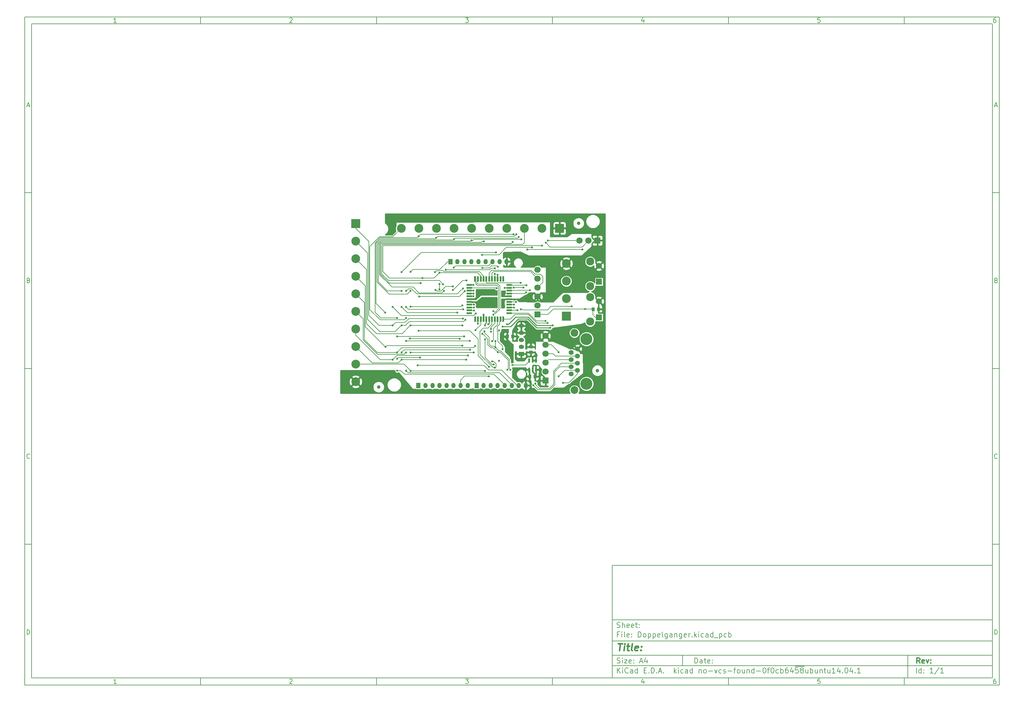
<source format=gtl>
G04 #@! TF.GenerationSoftware,KiCad,Pcbnew,no-vcs-found-0f0cb64~58~ubuntu14.04.1*
G04 #@! TF.CreationDate,2017-03-27T23:46:48+02:00*
G04 #@! TF.ProjectId,Doppelganger,446F7070656C67616E6765722E6B6963,rev?*
G04 #@! TF.FileFunction,Copper,L1,Top,Signal*
G04 #@! TF.FilePolarity,Positive*
%FSLAX46Y46*%
G04 Gerber Fmt 4.6, Leading zero omitted, Abs format (unit mm)*
G04 Created by KiCad (PCBNEW no-vcs-found-0f0cb64~58~ubuntu14.04.1) date Mon Mar 27 23:46:48 2017*
%MOMM*%
%LPD*%
G01*
G04 APERTURE LIST*
%ADD10C,0.100000*%
%ADD11C,0.150000*%
%ADD12C,0.300000*%
%ADD13C,0.400000*%
%ADD14R,0.914400X1.066800*%
%ADD15R,2.500000X2.500000*%
%ADD16C,2.500000*%
%ADD17R,1.700000X1.700000*%
%ADD18C,1.700000*%
%ADD19C,2.300000*%
%ADD20R,1.800000X1.800000*%
%ADD21C,1.800000*%
%ADD22R,1.500000X0.550000*%
%ADD23R,0.550000X1.500000*%
%ADD24C,0.550000*%
%ADD25C,1.400000*%
%ADD26C,3.400000*%
%ADD27C,2.200000*%
%ADD28O,1.200000X1.524000*%
%ADD29R,1.200000X1.524000*%
%ADD30O,1.524000X1.200000*%
%ADD31R,1.524000X1.200000*%
%ADD32C,1.000000*%
%ADD33R,0.620000X1.220000*%
%ADD34R,1.066800X0.914400*%
%ADD35C,0.600000*%
%ADD36C,0.381000*%
%ADD37C,0.152400*%
%ADD38C,0.254000*%
G04 APERTURE END LIST*
D10*
D11*
X177002200Y-166007200D02*
X177002200Y-198007200D01*
X285002200Y-198007200D01*
X285002200Y-166007200D01*
X177002200Y-166007200D01*
D10*
D11*
X10000000Y-10000000D02*
X10000000Y-200007200D01*
X287002200Y-200007200D01*
X287002200Y-10000000D01*
X10000000Y-10000000D01*
D10*
D11*
X12000000Y-12000000D02*
X12000000Y-198007200D01*
X285002200Y-198007200D01*
X285002200Y-12000000D01*
X12000000Y-12000000D01*
D10*
D11*
X60000000Y-12000000D02*
X60000000Y-10000000D01*
D10*
D11*
X110000000Y-12000000D02*
X110000000Y-10000000D01*
D10*
D11*
X160000000Y-12000000D02*
X160000000Y-10000000D01*
D10*
D11*
X210000000Y-12000000D02*
X210000000Y-10000000D01*
D10*
D11*
X260000000Y-12000000D02*
X260000000Y-10000000D01*
D10*
D11*
X36065476Y-11588095D02*
X35322619Y-11588095D01*
X35694047Y-11588095D02*
X35694047Y-10288095D01*
X35570238Y-10473809D01*
X35446428Y-10597619D01*
X35322619Y-10659523D01*
D10*
D11*
X85322619Y-10411904D02*
X85384523Y-10350000D01*
X85508333Y-10288095D01*
X85817857Y-10288095D01*
X85941666Y-10350000D01*
X86003571Y-10411904D01*
X86065476Y-10535714D01*
X86065476Y-10659523D01*
X86003571Y-10845238D01*
X85260714Y-11588095D01*
X86065476Y-11588095D01*
D10*
D11*
X135260714Y-10288095D02*
X136065476Y-10288095D01*
X135632142Y-10783333D01*
X135817857Y-10783333D01*
X135941666Y-10845238D01*
X136003571Y-10907142D01*
X136065476Y-11030952D01*
X136065476Y-11340476D01*
X136003571Y-11464285D01*
X135941666Y-11526190D01*
X135817857Y-11588095D01*
X135446428Y-11588095D01*
X135322619Y-11526190D01*
X135260714Y-11464285D01*
D10*
D11*
X185941666Y-10721428D02*
X185941666Y-11588095D01*
X185632142Y-10226190D02*
X185322619Y-11154761D01*
X186127380Y-11154761D01*
D10*
D11*
X236003571Y-10288095D02*
X235384523Y-10288095D01*
X235322619Y-10907142D01*
X235384523Y-10845238D01*
X235508333Y-10783333D01*
X235817857Y-10783333D01*
X235941666Y-10845238D01*
X236003571Y-10907142D01*
X236065476Y-11030952D01*
X236065476Y-11340476D01*
X236003571Y-11464285D01*
X235941666Y-11526190D01*
X235817857Y-11588095D01*
X235508333Y-11588095D01*
X235384523Y-11526190D01*
X235322619Y-11464285D01*
D10*
D11*
X285941666Y-10288095D02*
X285694047Y-10288095D01*
X285570238Y-10350000D01*
X285508333Y-10411904D01*
X285384523Y-10597619D01*
X285322619Y-10845238D01*
X285322619Y-11340476D01*
X285384523Y-11464285D01*
X285446428Y-11526190D01*
X285570238Y-11588095D01*
X285817857Y-11588095D01*
X285941666Y-11526190D01*
X286003571Y-11464285D01*
X286065476Y-11340476D01*
X286065476Y-11030952D01*
X286003571Y-10907142D01*
X285941666Y-10845238D01*
X285817857Y-10783333D01*
X285570238Y-10783333D01*
X285446428Y-10845238D01*
X285384523Y-10907142D01*
X285322619Y-11030952D01*
D10*
D11*
X60000000Y-198007200D02*
X60000000Y-200007200D01*
D10*
D11*
X110000000Y-198007200D02*
X110000000Y-200007200D01*
D10*
D11*
X160000000Y-198007200D02*
X160000000Y-200007200D01*
D10*
D11*
X210000000Y-198007200D02*
X210000000Y-200007200D01*
D10*
D11*
X260000000Y-198007200D02*
X260000000Y-200007200D01*
D10*
D11*
X36065476Y-199595295D02*
X35322619Y-199595295D01*
X35694047Y-199595295D02*
X35694047Y-198295295D01*
X35570238Y-198481009D01*
X35446428Y-198604819D01*
X35322619Y-198666723D01*
D10*
D11*
X85322619Y-198419104D02*
X85384523Y-198357200D01*
X85508333Y-198295295D01*
X85817857Y-198295295D01*
X85941666Y-198357200D01*
X86003571Y-198419104D01*
X86065476Y-198542914D01*
X86065476Y-198666723D01*
X86003571Y-198852438D01*
X85260714Y-199595295D01*
X86065476Y-199595295D01*
D10*
D11*
X135260714Y-198295295D02*
X136065476Y-198295295D01*
X135632142Y-198790533D01*
X135817857Y-198790533D01*
X135941666Y-198852438D01*
X136003571Y-198914342D01*
X136065476Y-199038152D01*
X136065476Y-199347676D01*
X136003571Y-199471485D01*
X135941666Y-199533390D01*
X135817857Y-199595295D01*
X135446428Y-199595295D01*
X135322619Y-199533390D01*
X135260714Y-199471485D01*
D10*
D11*
X185941666Y-198728628D02*
X185941666Y-199595295D01*
X185632142Y-198233390D02*
X185322619Y-199161961D01*
X186127380Y-199161961D01*
D10*
D11*
X236003571Y-198295295D02*
X235384523Y-198295295D01*
X235322619Y-198914342D01*
X235384523Y-198852438D01*
X235508333Y-198790533D01*
X235817857Y-198790533D01*
X235941666Y-198852438D01*
X236003571Y-198914342D01*
X236065476Y-199038152D01*
X236065476Y-199347676D01*
X236003571Y-199471485D01*
X235941666Y-199533390D01*
X235817857Y-199595295D01*
X235508333Y-199595295D01*
X235384523Y-199533390D01*
X235322619Y-199471485D01*
D10*
D11*
X285941666Y-198295295D02*
X285694047Y-198295295D01*
X285570238Y-198357200D01*
X285508333Y-198419104D01*
X285384523Y-198604819D01*
X285322619Y-198852438D01*
X285322619Y-199347676D01*
X285384523Y-199471485D01*
X285446428Y-199533390D01*
X285570238Y-199595295D01*
X285817857Y-199595295D01*
X285941666Y-199533390D01*
X286003571Y-199471485D01*
X286065476Y-199347676D01*
X286065476Y-199038152D01*
X286003571Y-198914342D01*
X285941666Y-198852438D01*
X285817857Y-198790533D01*
X285570238Y-198790533D01*
X285446428Y-198852438D01*
X285384523Y-198914342D01*
X285322619Y-199038152D01*
D10*
D11*
X10000000Y-60000000D02*
X12000000Y-60000000D01*
D10*
D11*
X10000000Y-110000000D02*
X12000000Y-110000000D01*
D10*
D11*
X10000000Y-160000000D02*
X12000000Y-160000000D01*
D10*
D11*
X10690476Y-35216666D02*
X11309523Y-35216666D01*
X10566666Y-35588095D02*
X11000000Y-34288095D01*
X11433333Y-35588095D01*
D10*
D11*
X11092857Y-84907142D02*
X11278571Y-84969047D01*
X11340476Y-85030952D01*
X11402380Y-85154761D01*
X11402380Y-85340476D01*
X11340476Y-85464285D01*
X11278571Y-85526190D01*
X11154761Y-85588095D01*
X10659523Y-85588095D01*
X10659523Y-84288095D01*
X11092857Y-84288095D01*
X11216666Y-84350000D01*
X11278571Y-84411904D01*
X11340476Y-84535714D01*
X11340476Y-84659523D01*
X11278571Y-84783333D01*
X11216666Y-84845238D01*
X11092857Y-84907142D01*
X10659523Y-84907142D01*
D10*
D11*
X11402380Y-135464285D02*
X11340476Y-135526190D01*
X11154761Y-135588095D01*
X11030952Y-135588095D01*
X10845238Y-135526190D01*
X10721428Y-135402380D01*
X10659523Y-135278571D01*
X10597619Y-135030952D01*
X10597619Y-134845238D01*
X10659523Y-134597619D01*
X10721428Y-134473809D01*
X10845238Y-134350000D01*
X11030952Y-134288095D01*
X11154761Y-134288095D01*
X11340476Y-134350000D01*
X11402380Y-134411904D01*
D10*
D11*
X10659523Y-185588095D02*
X10659523Y-184288095D01*
X10969047Y-184288095D01*
X11154761Y-184350000D01*
X11278571Y-184473809D01*
X11340476Y-184597619D01*
X11402380Y-184845238D01*
X11402380Y-185030952D01*
X11340476Y-185278571D01*
X11278571Y-185402380D01*
X11154761Y-185526190D01*
X10969047Y-185588095D01*
X10659523Y-185588095D01*
D10*
D11*
X287002200Y-60000000D02*
X285002200Y-60000000D01*
D10*
D11*
X287002200Y-110000000D02*
X285002200Y-110000000D01*
D10*
D11*
X287002200Y-160000000D02*
X285002200Y-160000000D01*
D10*
D11*
X285692676Y-35216666D02*
X286311723Y-35216666D01*
X285568866Y-35588095D02*
X286002200Y-34288095D01*
X286435533Y-35588095D01*
D10*
D11*
X286095057Y-84907142D02*
X286280771Y-84969047D01*
X286342676Y-85030952D01*
X286404580Y-85154761D01*
X286404580Y-85340476D01*
X286342676Y-85464285D01*
X286280771Y-85526190D01*
X286156961Y-85588095D01*
X285661723Y-85588095D01*
X285661723Y-84288095D01*
X286095057Y-84288095D01*
X286218866Y-84350000D01*
X286280771Y-84411904D01*
X286342676Y-84535714D01*
X286342676Y-84659523D01*
X286280771Y-84783333D01*
X286218866Y-84845238D01*
X286095057Y-84907142D01*
X285661723Y-84907142D01*
D10*
D11*
X286404580Y-135464285D02*
X286342676Y-135526190D01*
X286156961Y-135588095D01*
X286033152Y-135588095D01*
X285847438Y-135526190D01*
X285723628Y-135402380D01*
X285661723Y-135278571D01*
X285599819Y-135030952D01*
X285599819Y-134845238D01*
X285661723Y-134597619D01*
X285723628Y-134473809D01*
X285847438Y-134350000D01*
X286033152Y-134288095D01*
X286156961Y-134288095D01*
X286342676Y-134350000D01*
X286404580Y-134411904D01*
D10*
D11*
X285661723Y-185588095D02*
X285661723Y-184288095D01*
X285971247Y-184288095D01*
X286156961Y-184350000D01*
X286280771Y-184473809D01*
X286342676Y-184597619D01*
X286404580Y-184845238D01*
X286404580Y-185030952D01*
X286342676Y-185278571D01*
X286280771Y-185402380D01*
X286156961Y-185526190D01*
X285971247Y-185588095D01*
X285661723Y-185588095D01*
D10*
D11*
X200434342Y-193785771D02*
X200434342Y-192285771D01*
X200791485Y-192285771D01*
X201005771Y-192357200D01*
X201148628Y-192500057D01*
X201220057Y-192642914D01*
X201291485Y-192928628D01*
X201291485Y-193142914D01*
X201220057Y-193428628D01*
X201148628Y-193571485D01*
X201005771Y-193714342D01*
X200791485Y-193785771D01*
X200434342Y-193785771D01*
X202577200Y-193785771D02*
X202577200Y-193000057D01*
X202505771Y-192857200D01*
X202362914Y-192785771D01*
X202077200Y-192785771D01*
X201934342Y-192857200D01*
X202577200Y-193714342D02*
X202434342Y-193785771D01*
X202077200Y-193785771D01*
X201934342Y-193714342D01*
X201862914Y-193571485D01*
X201862914Y-193428628D01*
X201934342Y-193285771D01*
X202077200Y-193214342D01*
X202434342Y-193214342D01*
X202577200Y-193142914D01*
X203077200Y-192785771D02*
X203648628Y-192785771D01*
X203291485Y-192285771D02*
X203291485Y-193571485D01*
X203362914Y-193714342D01*
X203505771Y-193785771D01*
X203648628Y-193785771D01*
X204720057Y-193714342D02*
X204577200Y-193785771D01*
X204291485Y-193785771D01*
X204148628Y-193714342D01*
X204077200Y-193571485D01*
X204077200Y-193000057D01*
X204148628Y-192857200D01*
X204291485Y-192785771D01*
X204577200Y-192785771D01*
X204720057Y-192857200D01*
X204791485Y-193000057D01*
X204791485Y-193142914D01*
X204077200Y-193285771D01*
X205434342Y-193642914D02*
X205505771Y-193714342D01*
X205434342Y-193785771D01*
X205362914Y-193714342D01*
X205434342Y-193642914D01*
X205434342Y-193785771D01*
X205434342Y-192857200D02*
X205505771Y-192928628D01*
X205434342Y-193000057D01*
X205362914Y-192928628D01*
X205434342Y-192857200D01*
X205434342Y-193000057D01*
D10*
D11*
X177002200Y-194507200D02*
X285002200Y-194507200D01*
D10*
D11*
X178434342Y-196585771D02*
X178434342Y-195085771D01*
X179291485Y-196585771D02*
X178648628Y-195728628D01*
X179291485Y-195085771D02*
X178434342Y-195942914D01*
X179934342Y-196585771D02*
X179934342Y-195585771D01*
X179934342Y-195085771D02*
X179862914Y-195157200D01*
X179934342Y-195228628D01*
X180005771Y-195157200D01*
X179934342Y-195085771D01*
X179934342Y-195228628D01*
X181505771Y-196442914D02*
X181434342Y-196514342D01*
X181220057Y-196585771D01*
X181077200Y-196585771D01*
X180862914Y-196514342D01*
X180720057Y-196371485D01*
X180648628Y-196228628D01*
X180577200Y-195942914D01*
X180577200Y-195728628D01*
X180648628Y-195442914D01*
X180720057Y-195300057D01*
X180862914Y-195157200D01*
X181077200Y-195085771D01*
X181220057Y-195085771D01*
X181434342Y-195157200D01*
X181505771Y-195228628D01*
X182791485Y-196585771D02*
X182791485Y-195800057D01*
X182720057Y-195657200D01*
X182577200Y-195585771D01*
X182291485Y-195585771D01*
X182148628Y-195657200D01*
X182791485Y-196514342D02*
X182648628Y-196585771D01*
X182291485Y-196585771D01*
X182148628Y-196514342D01*
X182077200Y-196371485D01*
X182077200Y-196228628D01*
X182148628Y-196085771D01*
X182291485Y-196014342D01*
X182648628Y-196014342D01*
X182791485Y-195942914D01*
X184148628Y-196585771D02*
X184148628Y-195085771D01*
X184148628Y-196514342D02*
X184005771Y-196585771D01*
X183720057Y-196585771D01*
X183577200Y-196514342D01*
X183505771Y-196442914D01*
X183434342Y-196300057D01*
X183434342Y-195871485D01*
X183505771Y-195728628D01*
X183577200Y-195657200D01*
X183720057Y-195585771D01*
X184005771Y-195585771D01*
X184148628Y-195657200D01*
X186005771Y-195800057D02*
X186505771Y-195800057D01*
X186720057Y-196585771D02*
X186005771Y-196585771D01*
X186005771Y-195085771D01*
X186720057Y-195085771D01*
X187362914Y-196442914D02*
X187434342Y-196514342D01*
X187362914Y-196585771D01*
X187291485Y-196514342D01*
X187362914Y-196442914D01*
X187362914Y-196585771D01*
X188077200Y-196585771D02*
X188077200Y-195085771D01*
X188434342Y-195085771D01*
X188648628Y-195157200D01*
X188791485Y-195300057D01*
X188862914Y-195442914D01*
X188934342Y-195728628D01*
X188934342Y-195942914D01*
X188862914Y-196228628D01*
X188791485Y-196371485D01*
X188648628Y-196514342D01*
X188434342Y-196585771D01*
X188077200Y-196585771D01*
X189577200Y-196442914D02*
X189648628Y-196514342D01*
X189577200Y-196585771D01*
X189505771Y-196514342D01*
X189577200Y-196442914D01*
X189577200Y-196585771D01*
X190220057Y-196157200D02*
X190934342Y-196157200D01*
X190077200Y-196585771D02*
X190577200Y-195085771D01*
X191077200Y-196585771D01*
X191577200Y-196442914D02*
X191648628Y-196514342D01*
X191577200Y-196585771D01*
X191505771Y-196514342D01*
X191577200Y-196442914D01*
X191577200Y-196585771D01*
X194577200Y-196585771D02*
X194577200Y-195085771D01*
X194720057Y-196014342D02*
X195148628Y-196585771D01*
X195148628Y-195585771D02*
X194577200Y-196157200D01*
X195791485Y-196585771D02*
X195791485Y-195585771D01*
X195791485Y-195085771D02*
X195720057Y-195157200D01*
X195791485Y-195228628D01*
X195862914Y-195157200D01*
X195791485Y-195085771D01*
X195791485Y-195228628D01*
X197148628Y-196514342D02*
X197005771Y-196585771D01*
X196720057Y-196585771D01*
X196577200Y-196514342D01*
X196505771Y-196442914D01*
X196434342Y-196300057D01*
X196434342Y-195871485D01*
X196505771Y-195728628D01*
X196577200Y-195657200D01*
X196720057Y-195585771D01*
X197005771Y-195585771D01*
X197148628Y-195657200D01*
X198434342Y-196585771D02*
X198434342Y-195800057D01*
X198362914Y-195657200D01*
X198220057Y-195585771D01*
X197934342Y-195585771D01*
X197791485Y-195657200D01*
X198434342Y-196514342D02*
X198291485Y-196585771D01*
X197934342Y-196585771D01*
X197791485Y-196514342D01*
X197720057Y-196371485D01*
X197720057Y-196228628D01*
X197791485Y-196085771D01*
X197934342Y-196014342D01*
X198291485Y-196014342D01*
X198434342Y-195942914D01*
X199791485Y-196585771D02*
X199791485Y-195085771D01*
X199791485Y-196514342D02*
X199648628Y-196585771D01*
X199362914Y-196585771D01*
X199220057Y-196514342D01*
X199148628Y-196442914D01*
X199077200Y-196300057D01*
X199077200Y-195871485D01*
X199148628Y-195728628D01*
X199220057Y-195657200D01*
X199362914Y-195585771D01*
X199648628Y-195585771D01*
X199791485Y-195657200D01*
X201648628Y-195585771D02*
X201648628Y-196585771D01*
X201648628Y-195728628D02*
X201720057Y-195657200D01*
X201862914Y-195585771D01*
X202077200Y-195585771D01*
X202220057Y-195657200D01*
X202291485Y-195800057D01*
X202291485Y-196585771D01*
X203220057Y-196585771D02*
X203077200Y-196514342D01*
X203005771Y-196442914D01*
X202934342Y-196300057D01*
X202934342Y-195871485D01*
X203005771Y-195728628D01*
X203077200Y-195657200D01*
X203220057Y-195585771D01*
X203434342Y-195585771D01*
X203577200Y-195657200D01*
X203648628Y-195728628D01*
X203720057Y-195871485D01*
X203720057Y-196300057D01*
X203648628Y-196442914D01*
X203577200Y-196514342D01*
X203434342Y-196585771D01*
X203220057Y-196585771D01*
X204362914Y-196014342D02*
X205505771Y-196014342D01*
X206077200Y-195585771D02*
X206434342Y-196585771D01*
X206791485Y-195585771D01*
X208005771Y-196514342D02*
X207862914Y-196585771D01*
X207577200Y-196585771D01*
X207434342Y-196514342D01*
X207362914Y-196442914D01*
X207291485Y-196300057D01*
X207291485Y-195871485D01*
X207362914Y-195728628D01*
X207434342Y-195657200D01*
X207577200Y-195585771D01*
X207862914Y-195585771D01*
X208005771Y-195657200D01*
X208577200Y-196514342D02*
X208720057Y-196585771D01*
X209005771Y-196585771D01*
X209148628Y-196514342D01*
X209220057Y-196371485D01*
X209220057Y-196300057D01*
X209148628Y-196157200D01*
X209005771Y-196085771D01*
X208791485Y-196085771D01*
X208648628Y-196014342D01*
X208577200Y-195871485D01*
X208577200Y-195800057D01*
X208648628Y-195657200D01*
X208791485Y-195585771D01*
X209005771Y-195585771D01*
X209148628Y-195657200D01*
X209862914Y-196014342D02*
X211005771Y-196014342D01*
X211505771Y-195585771D02*
X212077200Y-195585771D01*
X211720057Y-196585771D02*
X211720057Y-195300057D01*
X211791485Y-195157200D01*
X211934342Y-195085771D01*
X212077200Y-195085771D01*
X212791485Y-196585771D02*
X212648628Y-196514342D01*
X212577200Y-196442914D01*
X212505771Y-196300057D01*
X212505771Y-195871485D01*
X212577200Y-195728628D01*
X212648628Y-195657200D01*
X212791485Y-195585771D01*
X213005771Y-195585771D01*
X213148628Y-195657200D01*
X213220057Y-195728628D01*
X213291485Y-195871485D01*
X213291485Y-196300057D01*
X213220057Y-196442914D01*
X213148628Y-196514342D01*
X213005771Y-196585771D01*
X212791485Y-196585771D01*
X214577200Y-195585771D02*
X214577200Y-196585771D01*
X213934342Y-195585771D02*
X213934342Y-196371485D01*
X214005771Y-196514342D01*
X214148628Y-196585771D01*
X214362914Y-196585771D01*
X214505771Y-196514342D01*
X214577200Y-196442914D01*
X215291485Y-195585771D02*
X215291485Y-196585771D01*
X215291485Y-195728628D02*
X215362914Y-195657200D01*
X215505771Y-195585771D01*
X215720057Y-195585771D01*
X215862914Y-195657200D01*
X215934342Y-195800057D01*
X215934342Y-196585771D01*
X217291485Y-196585771D02*
X217291485Y-195085771D01*
X217291485Y-196514342D02*
X217148628Y-196585771D01*
X216862914Y-196585771D01*
X216720057Y-196514342D01*
X216648628Y-196442914D01*
X216577200Y-196300057D01*
X216577200Y-195871485D01*
X216648628Y-195728628D01*
X216720057Y-195657200D01*
X216862914Y-195585771D01*
X217148628Y-195585771D01*
X217291485Y-195657200D01*
X218005771Y-196014342D02*
X219148628Y-196014342D01*
X220148628Y-195085771D02*
X220291485Y-195085771D01*
X220434342Y-195157200D01*
X220505771Y-195228628D01*
X220577200Y-195371485D01*
X220648628Y-195657200D01*
X220648628Y-196014342D01*
X220577200Y-196300057D01*
X220505771Y-196442914D01*
X220434342Y-196514342D01*
X220291485Y-196585771D01*
X220148628Y-196585771D01*
X220005771Y-196514342D01*
X219934342Y-196442914D01*
X219862914Y-196300057D01*
X219791485Y-196014342D01*
X219791485Y-195657200D01*
X219862914Y-195371485D01*
X219934342Y-195228628D01*
X220005771Y-195157200D01*
X220148628Y-195085771D01*
X221077200Y-195585771D02*
X221648628Y-195585771D01*
X221291485Y-196585771D02*
X221291485Y-195300057D01*
X221362914Y-195157200D01*
X221505771Y-195085771D01*
X221648628Y-195085771D01*
X222434342Y-195085771D02*
X222577200Y-195085771D01*
X222720057Y-195157200D01*
X222791485Y-195228628D01*
X222862914Y-195371485D01*
X222934342Y-195657200D01*
X222934342Y-196014342D01*
X222862914Y-196300057D01*
X222791485Y-196442914D01*
X222720057Y-196514342D01*
X222577200Y-196585771D01*
X222434342Y-196585771D01*
X222291485Y-196514342D01*
X222220057Y-196442914D01*
X222148628Y-196300057D01*
X222077200Y-196014342D01*
X222077200Y-195657200D01*
X222148628Y-195371485D01*
X222220057Y-195228628D01*
X222291485Y-195157200D01*
X222434342Y-195085771D01*
X224220057Y-196514342D02*
X224077200Y-196585771D01*
X223791485Y-196585771D01*
X223648628Y-196514342D01*
X223577200Y-196442914D01*
X223505771Y-196300057D01*
X223505771Y-195871485D01*
X223577200Y-195728628D01*
X223648628Y-195657200D01*
X223791485Y-195585771D01*
X224077200Y-195585771D01*
X224220057Y-195657200D01*
X224862914Y-196585771D02*
X224862914Y-195085771D01*
X224862914Y-195657200D02*
X225005771Y-195585771D01*
X225291485Y-195585771D01*
X225434342Y-195657200D01*
X225505771Y-195728628D01*
X225577200Y-195871485D01*
X225577200Y-196300057D01*
X225505771Y-196442914D01*
X225434342Y-196514342D01*
X225291485Y-196585771D01*
X225005771Y-196585771D01*
X224862914Y-196514342D01*
X226862914Y-195085771D02*
X226577200Y-195085771D01*
X226434342Y-195157200D01*
X226362914Y-195228628D01*
X226220057Y-195442914D01*
X226148628Y-195728628D01*
X226148628Y-196300057D01*
X226220057Y-196442914D01*
X226291485Y-196514342D01*
X226434342Y-196585771D01*
X226720057Y-196585771D01*
X226862914Y-196514342D01*
X226934342Y-196442914D01*
X227005771Y-196300057D01*
X227005771Y-195942914D01*
X226934342Y-195800057D01*
X226862914Y-195728628D01*
X226720057Y-195657200D01*
X226434342Y-195657200D01*
X226291485Y-195728628D01*
X226220057Y-195800057D01*
X226148628Y-195942914D01*
X228291485Y-195585771D02*
X228291485Y-196585771D01*
X227934342Y-195014342D02*
X227577200Y-196085771D01*
X228505771Y-196085771D01*
X228967557Y-194677200D02*
X230148628Y-194677200D01*
X229791485Y-195085771D02*
X229077200Y-195085771D01*
X229005771Y-195800057D01*
X229077200Y-195728628D01*
X229220057Y-195657200D01*
X229577200Y-195657200D01*
X229720057Y-195728628D01*
X229791485Y-195800057D01*
X229862914Y-195942914D01*
X229862914Y-196300057D01*
X229791485Y-196442914D01*
X229720057Y-196514342D01*
X229577200Y-196585771D01*
X229220057Y-196585771D01*
X229077200Y-196514342D01*
X229005771Y-196442914D01*
X230148628Y-194677200D02*
X231577200Y-194677200D01*
X230720057Y-195728628D02*
X230577200Y-195657200D01*
X230505771Y-195585771D01*
X230434342Y-195442914D01*
X230434342Y-195371485D01*
X230505771Y-195228628D01*
X230577200Y-195157200D01*
X230720057Y-195085771D01*
X231005771Y-195085771D01*
X231148628Y-195157200D01*
X231220057Y-195228628D01*
X231291485Y-195371485D01*
X231291485Y-195442914D01*
X231220057Y-195585771D01*
X231148628Y-195657200D01*
X231005771Y-195728628D01*
X230720057Y-195728628D01*
X230577200Y-195800057D01*
X230505771Y-195871485D01*
X230434342Y-196014342D01*
X230434342Y-196300057D01*
X230505771Y-196442914D01*
X230577200Y-196514342D01*
X230720057Y-196585771D01*
X231005771Y-196585771D01*
X231148628Y-196514342D01*
X231220057Y-196442914D01*
X231291485Y-196300057D01*
X231291485Y-196014342D01*
X231220057Y-195871485D01*
X231148628Y-195800057D01*
X231005771Y-195728628D01*
X232577200Y-195585771D02*
X232577200Y-196585771D01*
X231934342Y-195585771D02*
X231934342Y-196371485D01*
X232005771Y-196514342D01*
X232148628Y-196585771D01*
X232362914Y-196585771D01*
X232505771Y-196514342D01*
X232577200Y-196442914D01*
X233291485Y-196585771D02*
X233291485Y-195085771D01*
X233291485Y-195657200D02*
X233434342Y-195585771D01*
X233720057Y-195585771D01*
X233862914Y-195657200D01*
X233934342Y-195728628D01*
X234005771Y-195871485D01*
X234005771Y-196300057D01*
X233934342Y-196442914D01*
X233862914Y-196514342D01*
X233720057Y-196585771D01*
X233434342Y-196585771D01*
X233291485Y-196514342D01*
X235291485Y-195585771D02*
X235291485Y-196585771D01*
X234648628Y-195585771D02*
X234648628Y-196371485D01*
X234720057Y-196514342D01*
X234862914Y-196585771D01*
X235077200Y-196585771D01*
X235220057Y-196514342D01*
X235291485Y-196442914D01*
X236005771Y-195585771D02*
X236005771Y-196585771D01*
X236005771Y-195728628D02*
X236077200Y-195657200D01*
X236220057Y-195585771D01*
X236434342Y-195585771D01*
X236577200Y-195657200D01*
X236648628Y-195800057D01*
X236648628Y-196585771D01*
X237148628Y-195585771D02*
X237720057Y-195585771D01*
X237362914Y-195085771D02*
X237362914Y-196371485D01*
X237434342Y-196514342D01*
X237577200Y-196585771D01*
X237720057Y-196585771D01*
X238862914Y-195585771D02*
X238862914Y-196585771D01*
X238220057Y-195585771D02*
X238220057Y-196371485D01*
X238291485Y-196514342D01*
X238434342Y-196585771D01*
X238648628Y-196585771D01*
X238791485Y-196514342D01*
X238862914Y-196442914D01*
X240362914Y-196585771D02*
X239505771Y-196585771D01*
X239934342Y-196585771D02*
X239934342Y-195085771D01*
X239791485Y-195300057D01*
X239648628Y-195442914D01*
X239505771Y-195514342D01*
X241648628Y-195585771D02*
X241648628Y-196585771D01*
X241291485Y-195014342D02*
X240934342Y-196085771D01*
X241862914Y-196085771D01*
X242434342Y-196442914D02*
X242505771Y-196514342D01*
X242434342Y-196585771D01*
X242362914Y-196514342D01*
X242434342Y-196442914D01*
X242434342Y-196585771D01*
X243434342Y-195085771D02*
X243577200Y-195085771D01*
X243720057Y-195157200D01*
X243791485Y-195228628D01*
X243862914Y-195371485D01*
X243934342Y-195657200D01*
X243934342Y-196014342D01*
X243862914Y-196300057D01*
X243791485Y-196442914D01*
X243720057Y-196514342D01*
X243577200Y-196585771D01*
X243434342Y-196585771D01*
X243291485Y-196514342D01*
X243220057Y-196442914D01*
X243148628Y-196300057D01*
X243077200Y-196014342D01*
X243077200Y-195657200D01*
X243148628Y-195371485D01*
X243220057Y-195228628D01*
X243291485Y-195157200D01*
X243434342Y-195085771D01*
X245220057Y-195585771D02*
X245220057Y-196585771D01*
X244862914Y-195014342D02*
X244505771Y-196085771D01*
X245434342Y-196085771D01*
X246005771Y-196442914D02*
X246077200Y-196514342D01*
X246005771Y-196585771D01*
X245934342Y-196514342D01*
X246005771Y-196442914D01*
X246005771Y-196585771D01*
X247505771Y-196585771D02*
X246648628Y-196585771D01*
X247077200Y-196585771D02*
X247077200Y-195085771D01*
X246934342Y-195300057D01*
X246791485Y-195442914D01*
X246648628Y-195514342D01*
D10*
D11*
X177002200Y-191507200D02*
X285002200Y-191507200D01*
D10*
D12*
X264411485Y-193785771D02*
X263911485Y-193071485D01*
X263554342Y-193785771D02*
X263554342Y-192285771D01*
X264125771Y-192285771D01*
X264268628Y-192357200D01*
X264340057Y-192428628D01*
X264411485Y-192571485D01*
X264411485Y-192785771D01*
X264340057Y-192928628D01*
X264268628Y-193000057D01*
X264125771Y-193071485D01*
X263554342Y-193071485D01*
X265625771Y-193714342D02*
X265482914Y-193785771D01*
X265197200Y-193785771D01*
X265054342Y-193714342D01*
X264982914Y-193571485D01*
X264982914Y-193000057D01*
X265054342Y-192857200D01*
X265197200Y-192785771D01*
X265482914Y-192785771D01*
X265625771Y-192857200D01*
X265697200Y-193000057D01*
X265697200Y-193142914D01*
X264982914Y-193285771D01*
X266197200Y-192785771D02*
X266554342Y-193785771D01*
X266911485Y-192785771D01*
X267482914Y-193642914D02*
X267554342Y-193714342D01*
X267482914Y-193785771D01*
X267411485Y-193714342D01*
X267482914Y-193642914D01*
X267482914Y-193785771D01*
X267482914Y-192857200D02*
X267554342Y-192928628D01*
X267482914Y-193000057D01*
X267411485Y-192928628D01*
X267482914Y-192857200D01*
X267482914Y-193000057D01*
D10*
D11*
X178362914Y-193714342D02*
X178577200Y-193785771D01*
X178934342Y-193785771D01*
X179077200Y-193714342D01*
X179148628Y-193642914D01*
X179220057Y-193500057D01*
X179220057Y-193357200D01*
X179148628Y-193214342D01*
X179077200Y-193142914D01*
X178934342Y-193071485D01*
X178648628Y-193000057D01*
X178505771Y-192928628D01*
X178434342Y-192857200D01*
X178362914Y-192714342D01*
X178362914Y-192571485D01*
X178434342Y-192428628D01*
X178505771Y-192357200D01*
X178648628Y-192285771D01*
X179005771Y-192285771D01*
X179220057Y-192357200D01*
X179862914Y-193785771D02*
X179862914Y-192785771D01*
X179862914Y-192285771D02*
X179791485Y-192357200D01*
X179862914Y-192428628D01*
X179934342Y-192357200D01*
X179862914Y-192285771D01*
X179862914Y-192428628D01*
X180434342Y-192785771D02*
X181220057Y-192785771D01*
X180434342Y-193785771D01*
X181220057Y-193785771D01*
X182362914Y-193714342D02*
X182220057Y-193785771D01*
X181934342Y-193785771D01*
X181791485Y-193714342D01*
X181720057Y-193571485D01*
X181720057Y-193000057D01*
X181791485Y-192857200D01*
X181934342Y-192785771D01*
X182220057Y-192785771D01*
X182362914Y-192857200D01*
X182434342Y-193000057D01*
X182434342Y-193142914D01*
X181720057Y-193285771D01*
X183077200Y-193642914D02*
X183148628Y-193714342D01*
X183077200Y-193785771D01*
X183005771Y-193714342D01*
X183077200Y-193642914D01*
X183077200Y-193785771D01*
X183077200Y-192857200D02*
X183148628Y-192928628D01*
X183077200Y-193000057D01*
X183005771Y-192928628D01*
X183077200Y-192857200D01*
X183077200Y-193000057D01*
X184862914Y-193357200D02*
X185577200Y-193357200D01*
X184720057Y-193785771D02*
X185220057Y-192285771D01*
X185720057Y-193785771D01*
X186862914Y-192785771D02*
X186862914Y-193785771D01*
X186505771Y-192214342D02*
X186148628Y-193285771D01*
X187077200Y-193285771D01*
D10*
D11*
X263434342Y-196585771D02*
X263434342Y-195085771D01*
X264791485Y-196585771D02*
X264791485Y-195085771D01*
X264791485Y-196514342D02*
X264648628Y-196585771D01*
X264362914Y-196585771D01*
X264220057Y-196514342D01*
X264148628Y-196442914D01*
X264077200Y-196300057D01*
X264077200Y-195871485D01*
X264148628Y-195728628D01*
X264220057Y-195657200D01*
X264362914Y-195585771D01*
X264648628Y-195585771D01*
X264791485Y-195657200D01*
X265505771Y-196442914D02*
X265577200Y-196514342D01*
X265505771Y-196585771D01*
X265434342Y-196514342D01*
X265505771Y-196442914D01*
X265505771Y-196585771D01*
X265505771Y-195657200D02*
X265577200Y-195728628D01*
X265505771Y-195800057D01*
X265434342Y-195728628D01*
X265505771Y-195657200D01*
X265505771Y-195800057D01*
X268148628Y-196585771D02*
X267291485Y-196585771D01*
X267720057Y-196585771D02*
X267720057Y-195085771D01*
X267577200Y-195300057D01*
X267434342Y-195442914D01*
X267291485Y-195514342D01*
X269862914Y-195014342D02*
X268577200Y-196942914D01*
X271148628Y-196585771D02*
X270291485Y-196585771D01*
X270720057Y-196585771D02*
X270720057Y-195085771D01*
X270577200Y-195300057D01*
X270434342Y-195442914D01*
X270291485Y-195514342D01*
D10*
D11*
X177002200Y-187507200D02*
X285002200Y-187507200D01*
D10*
D13*
X178714580Y-188211961D02*
X179857438Y-188211961D01*
X179036009Y-190211961D02*
X179286009Y-188211961D01*
X180274104Y-190211961D02*
X180440771Y-188878628D01*
X180524104Y-188211961D02*
X180416961Y-188307200D01*
X180500295Y-188402438D01*
X180607438Y-188307200D01*
X180524104Y-188211961D01*
X180500295Y-188402438D01*
X181107438Y-188878628D02*
X181869342Y-188878628D01*
X181476485Y-188211961D02*
X181262200Y-189926247D01*
X181333628Y-190116723D01*
X181512200Y-190211961D01*
X181702676Y-190211961D01*
X182655057Y-190211961D02*
X182476485Y-190116723D01*
X182405057Y-189926247D01*
X182619342Y-188211961D01*
X184190771Y-190116723D02*
X183988390Y-190211961D01*
X183607438Y-190211961D01*
X183428866Y-190116723D01*
X183357438Y-189926247D01*
X183452676Y-189164342D01*
X183571723Y-188973866D01*
X183774104Y-188878628D01*
X184155057Y-188878628D01*
X184333628Y-188973866D01*
X184405057Y-189164342D01*
X184381247Y-189354819D01*
X183405057Y-189545295D01*
X185155057Y-190021485D02*
X185238390Y-190116723D01*
X185131247Y-190211961D01*
X185047914Y-190116723D01*
X185155057Y-190021485D01*
X185131247Y-190211961D01*
X185286009Y-188973866D02*
X185369342Y-189069104D01*
X185262200Y-189164342D01*
X185178866Y-189069104D01*
X185286009Y-188973866D01*
X185262200Y-189164342D01*
D10*
D11*
X178934342Y-185600057D02*
X178434342Y-185600057D01*
X178434342Y-186385771D02*
X178434342Y-184885771D01*
X179148628Y-184885771D01*
X179720057Y-186385771D02*
X179720057Y-185385771D01*
X179720057Y-184885771D02*
X179648628Y-184957200D01*
X179720057Y-185028628D01*
X179791485Y-184957200D01*
X179720057Y-184885771D01*
X179720057Y-185028628D01*
X180648628Y-186385771D02*
X180505771Y-186314342D01*
X180434342Y-186171485D01*
X180434342Y-184885771D01*
X181791485Y-186314342D02*
X181648628Y-186385771D01*
X181362914Y-186385771D01*
X181220057Y-186314342D01*
X181148628Y-186171485D01*
X181148628Y-185600057D01*
X181220057Y-185457200D01*
X181362914Y-185385771D01*
X181648628Y-185385771D01*
X181791485Y-185457200D01*
X181862914Y-185600057D01*
X181862914Y-185742914D01*
X181148628Y-185885771D01*
X182505771Y-186242914D02*
X182577200Y-186314342D01*
X182505771Y-186385771D01*
X182434342Y-186314342D01*
X182505771Y-186242914D01*
X182505771Y-186385771D01*
X182505771Y-185457200D02*
X182577200Y-185528628D01*
X182505771Y-185600057D01*
X182434342Y-185528628D01*
X182505771Y-185457200D01*
X182505771Y-185600057D01*
X184362914Y-186385771D02*
X184362914Y-184885771D01*
X184720057Y-184885771D01*
X184934342Y-184957200D01*
X185077200Y-185100057D01*
X185148628Y-185242914D01*
X185220057Y-185528628D01*
X185220057Y-185742914D01*
X185148628Y-186028628D01*
X185077200Y-186171485D01*
X184934342Y-186314342D01*
X184720057Y-186385771D01*
X184362914Y-186385771D01*
X186077200Y-186385771D02*
X185934342Y-186314342D01*
X185862914Y-186242914D01*
X185791485Y-186100057D01*
X185791485Y-185671485D01*
X185862914Y-185528628D01*
X185934342Y-185457200D01*
X186077200Y-185385771D01*
X186291485Y-185385771D01*
X186434342Y-185457200D01*
X186505771Y-185528628D01*
X186577200Y-185671485D01*
X186577200Y-186100057D01*
X186505771Y-186242914D01*
X186434342Y-186314342D01*
X186291485Y-186385771D01*
X186077200Y-186385771D01*
X187220057Y-185385771D02*
X187220057Y-186885771D01*
X187220057Y-185457200D02*
X187362914Y-185385771D01*
X187648628Y-185385771D01*
X187791485Y-185457200D01*
X187862914Y-185528628D01*
X187934342Y-185671485D01*
X187934342Y-186100057D01*
X187862914Y-186242914D01*
X187791485Y-186314342D01*
X187648628Y-186385771D01*
X187362914Y-186385771D01*
X187220057Y-186314342D01*
X188577200Y-185385771D02*
X188577200Y-186885771D01*
X188577200Y-185457200D02*
X188720057Y-185385771D01*
X189005771Y-185385771D01*
X189148628Y-185457200D01*
X189220057Y-185528628D01*
X189291485Y-185671485D01*
X189291485Y-186100057D01*
X189220057Y-186242914D01*
X189148628Y-186314342D01*
X189005771Y-186385771D01*
X188720057Y-186385771D01*
X188577200Y-186314342D01*
X190505771Y-186314342D02*
X190362914Y-186385771D01*
X190077200Y-186385771D01*
X189934342Y-186314342D01*
X189862914Y-186171485D01*
X189862914Y-185600057D01*
X189934342Y-185457200D01*
X190077200Y-185385771D01*
X190362914Y-185385771D01*
X190505771Y-185457200D01*
X190577200Y-185600057D01*
X190577200Y-185742914D01*
X189862914Y-185885771D01*
X191434342Y-186385771D02*
X191291485Y-186314342D01*
X191220057Y-186171485D01*
X191220057Y-184885771D01*
X192648628Y-185385771D02*
X192648628Y-186600057D01*
X192577200Y-186742914D01*
X192505771Y-186814342D01*
X192362914Y-186885771D01*
X192148628Y-186885771D01*
X192005771Y-186814342D01*
X192648628Y-186314342D02*
X192505771Y-186385771D01*
X192220057Y-186385771D01*
X192077200Y-186314342D01*
X192005771Y-186242914D01*
X191934342Y-186100057D01*
X191934342Y-185671485D01*
X192005771Y-185528628D01*
X192077200Y-185457200D01*
X192220057Y-185385771D01*
X192505771Y-185385771D01*
X192648628Y-185457200D01*
X194005771Y-186385771D02*
X194005771Y-185600057D01*
X193934342Y-185457200D01*
X193791485Y-185385771D01*
X193505771Y-185385771D01*
X193362914Y-185457200D01*
X194005771Y-186314342D02*
X193862914Y-186385771D01*
X193505771Y-186385771D01*
X193362914Y-186314342D01*
X193291485Y-186171485D01*
X193291485Y-186028628D01*
X193362914Y-185885771D01*
X193505771Y-185814342D01*
X193862914Y-185814342D01*
X194005771Y-185742914D01*
X194720057Y-185385771D02*
X194720057Y-186385771D01*
X194720057Y-185528628D02*
X194791485Y-185457200D01*
X194934342Y-185385771D01*
X195148628Y-185385771D01*
X195291485Y-185457200D01*
X195362914Y-185600057D01*
X195362914Y-186385771D01*
X196720057Y-185385771D02*
X196720057Y-186600057D01*
X196648628Y-186742914D01*
X196577200Y-186814342D01*
X196434342Y-186885771D01*
X196220057Y-186885771D01*
X196077200Y-186814342D01*
X196720057Y-186314342D02*
X196577200Y-186385771D01*
X196291485Y-186385771D01*
X196148628Y-186314342D01*
X196077200Y-186242914D01*
X196005771Y-186100057D01*
X196005771Y-185671485D01*
X196077200Y-185528628D01*
X196148628Y-185457200D01*
X196291485Y-185385771D01*
X196577200Y-185385771D01*
X196720057Y-185457200D01*
X198005771Y-186314342D02*
X197862914Y-186385771D01*
X197577200Y-186385771D01*
X197434342Y-186314342D01*
X197362914Y-186171485D01*
X197362914Y-185600057D01*
X197434342Y-185457200D01*
X197577200Y-185385771D01*
X197862914Y-185385771D01*
X198005771Y-185457200D01*
X198077200Y-185600057D01*
X198077200Y-185742914D01*
X197362914Y-185885771D01*
X198720057Y-186385771D02*
X198720057Y-185385771D01*
X198720057Y-185671485D02*
X198791485Y-185528628D01*
X198862914Y-185457200D01*
X199005771Y-185385771D01*
X199148628Y-185385771D01*
X199648628Y-186242914D02*
X199720057Y-186314342D01*
X199648628Y-186385771D01*
X199577200Y-186314342D01*
X199648628Y-186242914D01*
X199648628Y-186385771D01*
X200362914Y-186385771D02*
X200362914Y-184885771D01*
X200505771Y-185814342D02*
X200934342Y-186385771D01*
X200934342Y-185385771D02*
X200362914Y-185957200D01*
X201577200Y-186385771D02*
X201577200Y-185385771D01*
X201577200Y-184885771D02*
X201505771Y-184957200D01*
X201577200Y-185028628D01*
X201648628Y-184957200D01*
X201577200Y-184885771D01*
X201577200Y-185028628D01*
X202934342Y-186314342D02*
X202791485Y-186385771D01*
X202505771Y-186385771D01*
X202362914Y-186314342D01*
X202291485Y-186242914D01*
X202220057Y-186100057D01*
X202220057Y-185671485D01*
X202291485Y-185528628D01*
X202362914Y-185457200D01*
X202505771Y-185385771D01*
X202791485Y-185385771D01*
X202934342Y-185457200D01*
X204220057Y-186385771D02*
X204220057Y-185600057D01*
X204148628Y-185457200D01*
X204005771Y-185385771D01*
X203720057Y-185385771D01*
X203577200Y-185457200D01*
X204220057Y-186314342D02*
X204077200Y-186385771D01*
X203720057Y-186385771D01*
X203577200Y-186314342D01*
X203505771Y-186171485D01*
X203505771Y-186028628D01*
X203577200Y-185885771D01*
X203720057Y-185814342D01*
X204077200Y-185814342D01*
X204220057Y-185742914D01*
X205577200Y-186385771D02*
X205577200Y-184885771D01*
X205577200Y-186314342D02*
X205434342Y-186385771D01*
X205148628Y-186385771D01*
X205005771Y-186314342D01*
X204934342Y-186242914D01*
X204862914Y-186100057D01*
X204862914Y-185671485D01*
X204934342Y-185528628D01*
X205005771Y-185457200D01*
X205148628Y-185385771D01*
X205434342Y-185385771D01*
X205577200Y-185457200D01*
X205934342Y-186528628D02*
X207077200Y-186528628D01*
X207434342Y-185385771D02*
X207434342Y-186885771D01*
X207434342Y-185457200D02*
X207577200Y-185385771D01*
X207862914Y-185385771D01*
X208005771Y-185457200D01*
X208077200Y-185528628D01*
X208148628Y-185671485D01*
X208148628Y-186100057D01*
X208077200Y-186242914D01*
X208005771Y-186314342D01*
X207862914Y-186385771D01*
X207577200Y-186385771D01*
X207434342Y-186314342D01*
X209434342Y-186314342D02*
X209291485Y-186385771D01*
X209005771Y-186385771D01*
X208862914Y-186314342D01*
X208791485Y-186242914D01*
X208720057Y-186100057D01*
X208720057Y-185671485D01*
X208791485Y-185528628D01*
X208862914Y-185457200D01*
X209005771Y-185385771D01*
X209291485Y-185385771D01*
X209434342Y-185457200D01*
X210077200Y-186385771D02*
X210077200Y-184885771D01*
X210077200Y-185457200D02*
X210220057Y-185385771D01*
X210505771Y-185385771D01*
X210648628Y-185457200D01*
X210720057Y-185528628D01*
X210791485Y-185671485D01*
X210791485Y-186100057D01*
X210720057Y-186242914D01*
X210648628Y-186314342D01*
X210505771Y-186385771D01*
X210220057Y-186385771D01*
X210077200Y-186314342D01*
D10*
D11*
X177002200Y-181507200D02*
X285002200Y-181507200D01*
D10*
D11*
X178362914Y-183614342D02*
X178577200Y-183685771D01*
X178934342Y-183685771D01*
X179077200Y-183614342D01*
X179148628Y-183542914D01*
X179220057Y-183400057D01*
X179220057Y-183257200D01*
X179148628Y-183114342D01*
X179077200Y-183042914D01*
X178934342Y-182971485D01*
X178648628Y-182900057D01*
X178505771Y-182828628D01*
X178434342Y-182757200D01*
X178362914Y-182614342D01*
X178362914Y-182471485D01*
X178434342Y-182328628D01*
X178505771Y-182257200D01*
X178648628Y-182185771D01*
X179005771Y-182185771D01*
X179220057Y-182257200D01*
X179862914Y-183685771D02*
X179862914Y-182185771D01*
X180505771Y-183685771D02*
X180505771Y-182900057D01*
X180434342Y-182757200D01*
X180291485Y-182685771D01*
X180077200Y-182685771D01*
X179934342Y-182757200D01*
X179862914Y-182828628D01*
X181791485Y-183614342D02*
X181648628Y-183685771D01*
X181362914Y-183685771D01*
X181220057Y-183614342D01*
X181148628Y-183471485D01*
X181148628Y-182900057D01*
X181220057Y-182757200D01*
X181362914Y-182685771D01*
X181648628Y-182685771D01*
X181791485Y-182757200D01*
X181862914Y-182900057D01*
X181862914Y-183042914D01*
X181148628Y-183185771D01*
X183077200Y-183614342D02*
X182934342Y-183685771D01*
X182648628Y-183685771D01*
X182505771Y-183614342D01*
X182434342Y-183471485D01*
X182434342Y-182900057D01*
X182505771Y-182757200D01*
X182648628Y-182685771D01*
X182934342Y-182685771D01*
X183077200Y-182757200D01*
X183148628Y-182900057D01*
X183148628Y-183042914D01*
X182434342Y-183185771D01*
X183577200Y-182685771D02*
X184148628Y-182685771D01*
X183791485Y-182185771D02*
X183791485Y-183471485D01*
X183862914Y-183614342D01*
X184005771Y-183685771D01*
X184148628Y-183685771D01*
X184648628Y-183542914D02*
X184720057Y-183614342D01*
X184648628Y-183685771D01*
X184577200Y-183614342D01*
X184648628Y-183542914D01*
X184648628Y-183685771D01*
X184648628Y-182757200D02*
X184720057Y-182828628D01*
X184648628Y-182900057D01*
X184577200Y-182828628D01*
X184648628Y-182757200D01*
X184648628Y-182900057D01*
D10*
D11*
X197002200Y-191507200D02*
X197002200Y-194507200D01*
D10*
D11*
X261002200Y-191507200D02*
X261002200Y-198007200D01*
D14*
X171577000Y-93154500D03*
X173101000Y-93154500D03*
X147142200Y-100863400D03*
X148666200Y-100863400D03*
D15*
X163936680Y-95134440D03*
D16*
X163936680Y-90134440D03*
X163936680Y-85134440D03*
X163936680Y-80134440D03*
D15*
X104084120Y-68751400D03*
D16*
X104084120Y-73751400D03*
X104084120Y-78751400D03*
X104084120Y-83751400D03*
X104084120Y-88751400D03*
X104084120Y-93751400D03*
X104084120Y-98751400D03*
X104084120Y-103751400D03*
X104084120Y-108751400D03*
X104084120Y-113751400D03*
D15*
X162001200Y-70104000D03*
D16*
X157001200Y-70104000D03*
X152001200Y-70104000D03*
X147001200Y-70104000D03*
X142001200Y-70104000D03*
X137001200Y-70104000D03*
X132001200Y-70104000D03*
X127001200Y-70104000D03*
X122001200Y-70104000D03*
X117001200Y-70104000D03*
D17*
X173203000Y-95415500D03*
D18*
X173203000Y-90893500D03*
D19*
X170713000Y-96659500D03*
X170713000Y-89649500D03*
D20*
X172783500Y-73596500D03*
D21*
X170243500Y-73596500D03*
X167703500Y-73596500D03*
D22*
X147711400Y-94246200D03*
X147711400Y-93446200D03*
X147711400Y-92646200D03*
X147711400Y-91846200D03*
X147711400Y-91046200D03*
X147711400Y-90246200D03*
X147711400Y-89446200D03*
X147711400Y-88646200D03*
X147711400Y-87846200D03*
X147711400Y-87046200D03*
X147711400Y-86246200D03*
D23*
X146011400Y-84546200D03*
X145211400Y-84546200D03*
X144411400Y-84546200D03*
X143611400Y-84546200D03*
X142811400Y-84546200D03*
X142011400Y-84546200D03*
X141211400Y-84546200D03*
X140411400Y-84546200D03*
X139611400Y-84546200D03*
X138811400Y-84546200D03*
D24*
X138011400Y-84546200D03*
D10*
G36*
X138286400Y-83796200D02*
X138286400Y-85296200D01*
X137736400Y-85296200D01*
X137736400Y-83796200D01*
X138286400Y-83796200D01*
X138286400Y-83796200D01*
G37*
D22*
X136311400Y-86246200D03*
X136311400Y-87046200D03*
X136311400Y-87846200D03*
X136311400Y-88646200D03*
X136311400Y-89446200D03*
X136311400Y-90246200D03*
X136311400Y-91046200D03*
X136311400Y-91846200D03*
X136311400Y-92646200D03*
X136311400Y-93446200D03*
X136311400Y-94246200D03*
D23*
X138011400Y-95946200D03*
X138811400Y-95946200D03*
X139611400Y-95946200D03*
X140411400Y-95946200D03*
X141211400Y-95946200D03*
X142011400Y-95946200D03*
X142811400Y-95946200D03*
X143611400Y-95946200D03*
X144411400Y-95946200D03*
X145211400Y-95946200D03*
X146011400Y-95946200D03*
D25*
X167118760Y-104445880D03*
X167118760Y-106475880D03*
X167118760Y-108505880D03*
X167118760Y-110535880D03*
X165338760Y-105465880D03*
X165338760Y-107495880D03*
X165338760Y-109525880D03*
X165338760Y-111555880D03*
D26*
X169658760Y-114345880D03*
X169658760Y-101645880D03*
D27*
X166228760Y-116125880D03*
X166228760Y-99865880D03*
D20*
X158038800Y-113421160D03*
D21*
X158038800Y-110881160D03*
X158038800Y-108341160D03*
X158038800Y-105801160D03*
X158038800Y-103261160D03*
X158038800Y-100721160D03*
D20*
X155765500Y-94615000D03*
D21*
X155765500Y-92075000D03*
X155765500Y-89535000D03*
X155765500Y-86995000D03*
X155765500Y-84455000D03*
X155765500Y-81915000D03*
D28*
X152430500Y-114806500D03*
X150430500Y-114806500D03*
X148430500Y-114806500D03*
X146430500Y-114806500D03*
X144430500Y-114806500D03*
X142430500Y-114806500D03*
X140430500Y-114806500D03*
D29*
X138430500Y-114806500D03*
D28*
X135890500Y-114806500D03*
X133890500Y-114806500D03*
X131890500Y-114806500D03*
X129890500Y-114806500D03*
X125890500Y-114806500D03*
X123890500Y-114806500D03*
X127890500Y-114806500D03*
D29*
X121890500Y-114806500D03*
D28*
X146970500Y-79596500D03*
X144970500Y-79596500D03*
X142970500Y-79596500D03*
X140970500Y-79596500D03*
X134970500Y-79596500D03*
X138970500Y-79596500D03*
X136970500Y-79596500D03*
X132970500Y-79596500D03*
D29*
X130970500Y-79596500D03*
D30*
X151130500Y-97846500D03*
X151130500Y-99846500D03*
X151130500Y-101846500D03*
D31*
X151130500Y-105846500D03*
D30*
X151130500Y-103846500D03*
D17*
X173203000Y-85319000D03*
D18*
X173203000Y-80797000D03*
D19*
X170713000Y-86563000D03*
X170713000Y-79553000D03*
D32*
X110583980Y-115265200D03*
X172791120Y-110573820D03*
X167396160Y-68709540D03*
D33*
X155305800Y-107702360D03*
X154355800Y-107702360D03*
X153405800Y-107702360D03*
X153405800Y-110322360D03*
X154355800Y-110322360D03*
X155305800Y-110322360D03*
D14*
X155036520Y-112290860D03*
X153512520Y-112290860D03*
D34*
X153847800Y-105354120D03*
X153847800Y-103830120D03*
D35*
X145724880Y-92420440D03*
X145724880Y-91681300D03*
X145729960Y-90942160D03*
X114762280Y-70571360D03*
X114762280Y-69679820D03*
X113733580Y-69679820D03*
X113751360Y-70571360D03*
X113751360Y-71462900D03*
X105283000Y-112130840D03*
X106263440Y-112130840D03*
X107467400Y-112130840D03*
X108577380Y-112143540D03*
X108577380Y-111020860D03*
X107452160Y-111033560D03*
X106304080Y-111020860D03*
X105295700Y-111020860D03*
X149275800Y-99060000D03*
X141655800Y-90170000D03*
X139065000Y-91313000D03*
X139039600Y-92278200D03*
X141833600Y-92024200D03*
X142748000Y-92024200D03*
X143687800Y-92024200D03*
X169291000Y-93091000D03*
X152553230Y-88293741D03*
X148013700Y-110327440D03*
X155150314Y-114214146D03*
X143825357Y-103987203D03*
X140699483Y-99454963D03*
X143237026Y-94646936D03*
X143814800Y-102209600D03*
X142520432Y-99502821D03*
X151737847Y-87004562D03*
X148955147Y-87020398D03*
X161721484Y-112248510D03*
X163017200Y-114046000D03*
X144094200Y-87122000D03*
X152636220Y-86326980D03*
X147210500Y-110327440D03*
X154582366Y-114782094D03*
X140084803Y-100069643D03*
X143237026Y-93665936D03*
X144475200Y-105384600D03*
X144805400Y-107850988D03*
X121691400Y-109042200D03*
X118389400Y-110616996D03*
X137591800Y-105410000D03*
X119659400Y-105410000D03*
X117119398Y-105410000D03*
X136575800Y-104673400D03*
X134924802Y-100863400D03*
X115849400Y-100838000D03*
X131688323Y-86618931D03*
X126799340Y-87673180D03*
X141965680Y-112179100D03*
X141965680Y-109471460D03*
X121970800Y-99288600D03*
X122372884Y-106904755D03*
X115849400Y-107213400D03*
X117136379Y-82577403D03*
X143967200Y-76987400D03*
X117146165Y-92496569D03*
X132973155Y-94062552D03*
X131978400Y-81305400D03*
X114591750Y-92514260D03*
X138201396Y-94361000D03*
X119655947Y-92419514D03*
X134361243Y-92061186D03*
X135063791Y-87993046D03*
X122148600Y-89484200D03*
X134528432Y-87218711D03*
X118391940Y-87944960D03*
X133675477Y-101527336D03*
X119456200Y-101498400D03*
X119655312Y-82527024D03*
X140792668Y-101679111D03*
X143322546Y-108856274D03*
X148691600Y-74015602D03*
X122555000Y-85699600D03*
X135265684Y-96112795D03*
X137566400Y-87833200D03*
X117119396Y-97713800D03*
X144435413Y-81070491D03*
X118373539Y-92480057D03*
X140081000Y-81356200D03*
X134645396Y-93192600D03*
X144424400Y-83337400D03*
X118389400Y-95631004D03*
X152831800Y-76149200D03*
X168529000Y-76174600D03*
X151180800Y-73253600D03*
X149021800Y-92659200D03*
X137007600Y-73533000D03*
X117119400Y-87909404D03*
X149610790Y-91059000D03*
X149758400Y-71805800D03*
X126949200Y-72847200D03*
X112496600Y-94056198D03*
X146380200Y-87045800D03*
X148994888Y-71796344D03*
X121920000Y-72390000D03*
X115849400Y-95630992D03*
X149047202Y-91846400D03*
X150393400Y-72593200D03*
X132003800Y-73202804D03*
X119659396Y-87909400D03*
X128930400Y-86080600D03*
X137566400Y-89433400D03*
X134391400Y-103479600D03*
X112547404Y-103835200D03*
X134391947Y-97734101D03*
X137566400Y-88646000D03*
X119659402Y-97713800D03*
X140462000Y-73837800D03*
X129184400Y-87884000D03*
X134597266Y-95767337D03*
X137566400Y-86233000D03*
X114579400Y-97713792D03*
X138088670Y-99062089D03*
X138074400Y-103555800D03*
X115849398Y-105410000D03*
X137668000Y-92659200D03*
X136017000Y-106273600D03*
X114579400Y-107467402D03*
X135458200Y-107442000D03*
X137668000Y-91846400D03*
X117119404Y-107467400D03*
X137668000Y-93472000D03*
X136550400Y-102108000D03*
X118389400Y-102133400D03*
X118389400Y-105409996D03*
X138790898Y-97220086D03*
X140843000Y-110667800D03*
X119684802Y-110667800D03*
X153654986Y-87749712D03*
X161751026Y-105318626D03*
X158064200Y-74201020D03*
X158055009Y-96458557D03*
X158673800Y-73609200D03*
X158648400Y-97053402D03*
X159334200Y-98450400D03*
X145796000Y-98069400D03*
X140843000Y-97764600D03*
X160020000Y-97739200D03*
X147091400Y-97383600D03*
X141757400Y-97383600D03*
X148600160Y-109026960D03*
X143601440Y-109783880D03*
X142873679Y-108010221D03*
X142519400Y-98750410D03*
X144805400Y-99161600D03*
X148470620Y-106564185D03*
X148473335Y-105817938D03*
X148470620Y-108056679D03*
X148470620Y-107310432D03*
X141605000Y-88696800D03*
X138938000Y-87782400D03*
X138938000Y-88671400D03*
X145846796Y-88315800D03*
X145846800Y-89103200D03*
X146253200Y-100863400D03*
X145796000Y-104546400D03*
X142869757Y-102253461D03*
X115849404Y-110591600D03*
X156997400Y-75031598D03*
X127914408Y-82727800D03*
X123088400Y-84277200D03*
X127863600Y-87477600D03*
X127863600Y-85928200D03*
X151026006Y-85620257D03*
X151003000Y-93141800D03*
X165481000Y-92354400D03*
X140411200Y-94716600D03*
X131723789Y-87679074D03*
X135605825Y-84927749D03*
X154228798Y-75590400D03*
X139954000Y-77647800D03*
X150088600Y-93446600D03*
X129695826Y-81891284D03*
X143607029Y-83055487D03*
X143607029Y-81500313D03*
X126644400Y-82550000D03*
D36*
X152610820Y-112227360D02*
X152610820Y-111340900D01*
X153512520Y-112290860D02*
X152674320Y-112290860D01*
X152674320Y-112290860D02*
X152610820Y-112227360D01*
X155144523Y-90781299D02*
X154983421Y-90942401D01*
X155765500Y-89535000D02*
X155765500Y-90479880D01*
X155765500Y-90479880D02*
X155464081Y-90781299D01*
X155464081Y-90781299D02*
X155144523Y-90781299D01*
X156386477Y-90781299D02*
X156552659Y-90947481D01*
X155765500Y-90487500D02*
X156059299Y-90781299D01*
X156059299Y-90781299D02*
X156386477Y-90781299D01*
X155765500Y-89535000D02*
X155765500Y-90487500D01*
X172092620Y-73596500D02*
X171340780Y-74348340D01*
X172783500Y-73596500D02*
X172092620Y-73596500D01*
X172125640Y-73596500D02*
X171350940Y-72821800D01*
X172783500Y-73596500D02*
X172125640Y-73596500D01*
X173203899Y-94171799D02*
X174438339Y-94171799D01*
X173101000Y-93154500D02*
X173101000Y-94068900D01*
X173101000Y-94068900D02*
X173203899Y-94171799D01*
X173203000Y-80797000D02*
X172353001Y-79947001D01*
X172353001Y-79947001D02*
X172353001Y-79279781D01*
X145724880Y-91681300D02*
X145724880Y-92420440D01*
X146037300Y-90246200D02*
X145729960Y-90553540D01*
X145729960Y-90553540D02*
X145729960Y-90942160D01*
X147711400Y-90246200D02*
X146037300Y-90246200D01*
X113733580Y-69679820D02*
X114762280Y-69679820D01*
X106263440Y-112130840D02*
X105283000Y-112130840D01*
X108140416Y-112130840D02*
X107467400Y-112130840D01*
X108577380Y-112143540D02*
X108153116Y-112143540D01*
X108153116Y-112143540D02*
X108140416Y-112130840D01*
X107889124Y-111020860D02*
X108577380Y-111020860D01*
X107452160Y-111033560D02*
X107876424Y-111033560D01*
X107876424Y-111033560D02*
X107889124Y-111020860D01*
X105295700Y-111020860D02*
X106304080Y-111020860D01*
X139039600Y-92278200D02*
X139039600Y-91338400D01*
X139039600Y-91338400D02*
X139065000Y-91313000D01*
X143687800Y-92024200D02*
X142748000Y-92024200D01*
X147711400Y-90246200D02*
X145796000Y-90246200D01*
X165913880Y-104445880D02*
X165735000Y-104267000D01*
X167118760Y-104445880D02*
X165913880Y-104445880D01*
X173203000Y-90893500D02*
X172353001Y-90043501D01*
X172353001Y-90043501D02*
X172353001Y-89851199D01*
X173101000Y-93154500D02*
X173101000Y-90995500D01*
X173101000Y-90995500D02*
X173203000Y-90893500D01*
D37*
X158673800Y-94615000D02*
X160197800Y-93091000D01*
X160197800Y-93091000D02*
X169291000Y-93091000D01*
X155765500Y-94615000D02*
X158673800Y-94615000D01*
X173203000Y-95415500D02*
X172200600Y-95415500D01*
X172200600Y-95415500D02*
X171475400Y-94690300D01*
X171475400Y-94690300D02*
X171475400Y-93154500D01*
X169291000Y-93091000D02*
X171411900Y-93091000D01*
X171411900Y-93091000D02*
X171475400Y-93154500D01*
X152253231Y-88593740D02*
X152553230Y-88293741D01*
X152200771Y-88646200D02*
X152253231Y-88593740D01*
X147711400Y-88646200D02*
X152200771Y-88646200D01*
X167118760Y-106475880D02*
X160799780Y-106475880D01*
X160799780Y-106475880D02*
X160125060Y-105801160D01*
X160125060Y-105801160D02*
X158038800Y-105801160D01*
X156278402Y-115658735D02*
X155150314Y-114530647D01*
X167118760Y-108505880D02*
X162529914Y-108505880D01*
X160274000Y-114510834D02*
X159126099Y-115658735D01*
X159126099Y-115658735D02*
X156278402Y-115658735D01*
X162529914Y-108505880D02*
X160274000Y-110761794D01*
X160274000Y-110761794D02*
X160274000Y-114510834D01*
X155150314Y-114530647D02*
X155150314Y-114214146D01*
X144995900Y-104912200D02*
X144750354Y-104912200D01*
X147789899Y-107497143D02*
X145204956Y-104912200D01*
X148013700Y-110327440D02*
X147789899Y-110103639D01*
X147789899Y-110103639D02*
X147789899Y-107497143D01*
X145204956Y-104912200D02*
X144995900Y-104912200D01*
X143525358Y-103687204D02*
X142615230Y-103687204D01*
X143825357Y-103987203D02*
X143525358Y-103687204D01*
X142615230Y-103687204D02*
X141978380Y-103050354D01*
X141978380Y-103050354D02*
X141978380Y-101097094D01*
X141978380Y-101097094D02*
X140699483Y-99818197D01*
X140699483Y-99818197D02*
X140699483Y-99454963D01*
X143825357Y-103987203D02*
X143814800Y-103997760D01*
X144750354Y-104912200D02*
X143825357Y-103987203D01*
X143814800Y-103997760D02*
X143814800Y-102209600D01*
X143814800Y-102633864D02*
X143814800Y-102209600D01*
X143814800Y-102977796D02*
X143814800Y-102633864D01*
X145034000Y-93131626D02*
X143831391Y-94334235D01*
X143831391Y-94334235D02*
X143549727Y-94334235D01*
X143549727Y-94334235D02*
X143237026Y-94646936D01*
X145034000Y-86580994D02*
X145034000Y-93131626D01*
X144457406Y-86004400D02*
X145034000Y-86580994D01*
X138765266Y-86004400D02*
X144457406Y-86004400D01*
X138589200Y-85828334D02*
X138765266Y-86004400D01*
X138811400Y-84546200D02*
X138811400Y-85021200D01*
X138589200Y-85243400D02*
X138589200Y-85828334D01*
X138811400Y-85021200D02*
X138589200Y-85243400D01*
X151722011Y-87020398D02*
X151737847Y-87004562D01*
X148955147Y-87020398D02*
X151722011Y-87020398D01*
X149005949Y-87071200D02*
X148955147Y-87020398D01*
X162021483Y-111948511D02*
X161721484Y-112248510D01*
X163434114Y-110535880D02*
X162021483Y-111948511D01*
X167118760Y-110535880D02*
X163434114Y-110535880D01*
X165868589Y-112794811D02*
X164617400Y-114046000D01*
X164617400Y-114046000D02*
X163017200Y-114046000D01*
X165868589Y-112776000D02*
X165868589Y-112794811D01*
X167118760Y-110535880D02*
X167118760Y-111525829D01*
X167118760Y-111525829D02*
X165868589Y-112776000D01*
X144018400Y-87046200D02*
X144094200Y-87122000D01*
X144017600Y-87046200D02*
X144018400Y-87046200D01*
X136311400Y-87046200D02*
X144017600Y-87046200D01*
X136311400Y-87046200D02*
X137213800Y-87046200D01*
X137213800Y-87046200D02*
X137214200Y-87045800D01*
X148684420Y-86316820D02*
X152626060Y-86316820D01*
X152626060Y-86316820D02*
X152636220Y-86326980D01*
X147711400Y-86246200D02*
X148613800Y-86246200D01*
X148613800Y-86246200D02*
X148684420Y-86316820D01*
X165338760Y-107495880D02*
X158884080Y-107495880D01*
X158884080Y-107495880D02*
X158038800Y-108341160D01*
X154882365Y-115082093D02*
X154582366Y-114782094D01*
X160629600Y-114658115D02*
X159273389Y-116014326D01*
X159273389Y-116014326D02*
X155814598Y-116014326D01*
X162012806Y-109525880D02*
X160629600Y-110909086D01*
X165338760Y-109525880D02*
X162012806Y-109525880D01*
X160629600Y-110909086D02*
X160629600Y-114658115D01*
X155814598Y-116014326D02*
X154882365Y-115082093D01*
X147434301Y-107644437D02*
X145413224Y-105623360D01*
X144475200Y-105384600D02*
X145174464Y-105384600D01*
X145413224Y-105623360D02*
X145267680Y-105477816D01*
X145174464Y-105384600D02*
X145413224Y-105623360D01*
X147210500Y-110327440D02*
X147434301Y-110103639D01*
X147434301Y-110103639D02*
X147434301Y-107644437D01*
X140384802Y-100369642D02*
X140084803Y-100069643D01*
X141622780Y-101607620D02*
X140384802Y-100369642D01*
X141622780Y-103197646D02*
X141622780Y-101607620D01*
X142467929Y-104042795D02*
X141622780Y-103197646D01*
X143133395Y-104042795D02*
X142467929Y-104042795D01*
X144475200Y-105384600D02*
X143133395Y-104042795D01*
X144678400Y-92984334D02*
X143684097Y-93978637D01*
X143549727Y-93978637D02*
X143237026Y-93665936D01*
X143684097Y-93978637D02*
X143549727Y-93978637D01*
X144678400Y-86728286D02*
X144678400Y-92984334D01*
X144310114Y-86360000D02*
X144678400Y-86728286D01*
X138617974Y-86360000D02*
X144310114Y-86360000D01*
X138233600Y-85975626D02*
X138617974Y-86360000D01*
X138233600Y-85243400D02*
X138233600Y-85975626D01*
X138011400Y-84546200D02*
X138011400Y-85021200D01*
X138011400Y-85021200D02*
X138233600Y-85243400D01*
X165338760Y-109525880D02*
X165338760Y-109815796D01*
X150430500Y-114806500D02*
X150008604Y-114806500D01*
X150008604Y-114806500D02*
X145615904Y-110413800D01*
X141876003Y-110413800D02*
X140504403Y-109042200D01*
X145615904Y-110413800D02*
X141876003Y-110413800D01*
X140504403Y-109042200D02*
X121691400Y-109042200D01*
X148430500Y-114806500D02*
X148430500Y-114644500D01*
X148430500Y-114644500D02*
X145004949Y-111218949D01*
X145004949Y-111218949D02*
X118991353Y-111218949D01*
X118991353Y-111218949D02*
X118689399Y-110916995D01*
X118689399Y-110916995D02*
X118389400Y-110616996D01*
X119659400Y-105410000D02*
X137591800Y-105410000D01*
X117419397Y-105110001D02*
X117119398Y-105410000D01*
X117855998Y-104673400D02*
X117419397Y-105110001D01*
X136575800Y-104673400D02*
X117855998Y-104673400D01*
X134899402Y-100838000D02*
X134924802Y-100863400D01*
X115849400Y-100838000D02*
X134899402Y-100838000D01*
X129667139Y-86618931D02*
X131264059Y-86618931D01*
X128279869Y-88006201D02*
X129667139Y-86618931D01*
X126799340Y-87673180D02*
X127132361Y-88006201D01*
X127132361Y-88006201D02*
X128279869Y-88006201D01*
X131264059Y-86618931D02*
X131688323Y-86618931D01*
X121970800Y-99288600D02*
X136475944Y-99288600D01*
X138844669Y-101657325D02*
X138844669Y-106350449D01*
X136475944Y-99288600D02*
X138844669Y-101657325D01*
X138844669Y-106350449D02*
X141965680Y-109471460D01*
X135026400Y-112163860D02*
X133890500Y-113299760D01*
X133890500Y-113299760D02*
X133890500Y-114806500D01*
X141526176Y-112163860D02*
X135026400Y-112163860D01*
X141965680Y-112179100D02*
X141541416Y-112179100D01*
X141541416Y-112179100D02*
X141526176Y-112163860D01*
X116158045Y-106904755D02*
X121948620Y-106904755D01*
X115849400Y-107213400D02*
X116158045Y-106904755D01*
X121948620Y-106904755D02*
X122372884Y-106904755D01*
X117436378Y-82277404D02*
X117136379Y-82577403D01*
X122726382Y-76987400D02*
X117436378Y-82277404D01*
X143967200Y-76987400D02*
X122726382Y-76987400D01*
X117446164Y-92796568D02*
X117146165Y-92496569D01*
X118712148Y-94062552D02*
X117446164Y-92796568D01*
X132973155Y-94062552D02*
X118712148Y-94062552D01*
X142970500Y-79596500D02*
X142970500Y-79635100D01*
X142970500Y-79635100D02*
X141782800Y-80822800D01*
X132461000Y-80822800D02*
X131978400Y-81305400D01*
X141782800Y-80822800D02*
X132461000Y-80822800D01*
X114891749Y-92814259D02*
X114591750Y-92514260D01*
X117045089Y-94967599D02*
X114891749Y-92814259D01*
X137594797Y-94967599D02*
X117045089Y-94967599D01*
X138201396Y-94361000D02*
X137594797Y-94967599D01*
X120080211Y-92419514D02*
X119655947Y-92419514D01*
X134002915Y-92419514D02*
X120080211Y-92419514D01*
X134361243Y-92061186D02*
X134002915Y-92419514D01*
X122148600Y-89484200D02*
X133583217Y-89484200D01*
X133583217Y-89484200D02*
X135063791Y-88003626D01*
X135063791Y-88003626D02*
X135063791Y-87993046D01*
X134228433Y-87518710D02*
X134528432Y-87218711D01*
X119039640Y-87297260D02*
X119926100Y-87297260D01*
X121415857Y-88787017D02*
X132960126Y-88787017D01*
X119926100Y-87297260D02*
X121415857Y-88787017D01*
X132960126Y-88787017D02*
X134228433Y-87518710D01*
X118391940Y-87944960D02*
X119039640Y-87297260D01*
X133646541Y-101498400D02*
X133675477Y-101527336D01*
X119456200Y-101498400D02*
X133646541Y-101498400D01*
X119955311Y-82227025D02*
X119655312Y-82527024D01*
X120370935Y-81811401D02*
X119955311Y-82227025D01*
X128003199Y-81811401D02*
X120370935Y-81811401D01*
X130970500Y-79596500D02*
X130218100Y-79596500D01*
X130218100Y-79596500D02*
X128003199Y-81811401D01*
X143322546Y-108856274D02*
X142744208Y-108856274D01*
X142744208Y-108856274D02*
X140792668Y-106904734D01*
X140792668Y-102103375D02*
X140792668Y-101679111D01*
X140792668Y-106904734D02*
X140792668Y-102103375D01*
X148290003Y-74417199D02*
X148391601Y-74315601D01*
X111562334Y-74417199D02*
X148290003Y-74417199D01*
X113665733Y-85699600D02*
X111150389Y-83184256D01*
X122555000Y-85699600D02*
X113665733Y-85699600D01*
X148391601Y-74315601D02*
X148691600Y-74015602D01*
X111150389Y-74829144D02*
X111562334Y-74417199D01*
X111150389Y-83184256D02*
X111150389Y-74829144D01*
X134965685Y-96412794D02*
X135265684Y-96112795D01*
X119308601Y-96616799D02*
X134761680Y-96616799D01*
X118211600Y-97713800D02*
X119308601Y-96616799D01*
X117119396Y-97713800D02*
X118211600Y-97713800D01*
X134761680Y-96616799D02*
X134965685Y-96412794D01*
X104084120Y-73751400D02*
X107467334Y-77134614D01*
X107467334Y-77134614D02*
X107467334Y-96041439D01*
X115290596Y-99542600D02*
X116819397Y-98013799D01*
X107467334Y-96041439D02*
X110968495Y-99542600D01*
X110968495Y-99542600D02*
X115290596Y-99542600D01*
X116819397Y-98013799D02*
X117119396Y-97713800D01*
X137566400Y-87833200D02*
X136324400Y-87833200D01*
X136324400Y-87833200D02*
X136311400Y-87846200D01*
X136299000Y-87858600D02*
X136311400Y-87846200D01*
X140081000Y-81356200D02*
X142115540Y-81356200D01*
X142115540Y-81356200D02*
X142636240Y-80835500D01*
X142636240Y-80835500D02*
X144255127Y-80835500D01*
X144255127Y-80835500D02*
X144435413Y-81015786D01*
X144435413Y-81015786D02*
X144435413Y-81070491D01*
X118673538Y-92780056D02*
X118373539Y-92480057D01*
X119086082Y-93192600D02*
X118673538Y-92780056D01*
X134645396Y-93192600D02*
X119086082Y-93192600D01*
X144424400Y-83337400D02*
X144424400Y-84533200D01*
X144424400Y-84533200D02*
X144411400Y-84546200D01*
X117860805Y-96159599D02*
X118089401Y-95931003D01*
X111018599Y-96159599D02*
X117860805Y-96159599D01*
X108076956Y-93217956D02*
X111018599Y-96159599D01*
X108076956Y-75316175D02*
X108076956Y-93217956D01*
X110901608Y-72491523D02*
X108076956Y-75316175D01*
X114613677Y-72491523D02*
X110901608Y-72491523D01*
X118089401Y-95931003D02*
X118389400Y-95631004D01*
X117001200Y-70104000D02*
X114613677Y-72491523D01*
X168529000Y-76174600D02*
X152857200Y-76174600D01*
X152857200Y-76174600D02*
X152831800Y-76149200D01*
X137711264Y-73253600D02*
X151180800Y-73253600D01*
X137431864Y-73533000D02*
X137711264Y-73253600D01*
X137007600Y-73533000D02*
X137431864Y-73533000D01*
X149008800Y-92646200D02*
X149021800Y-92659200D01*
X147711400Y-92646200D02*
X149008800Y-92646200D01*
X133322998Y-73782202D02*
X136758398Y-73782202D01*
X136758398Y-73782202D02*
X137007600Y-73533000D01*
X133322998Y-73782202D02*
X111335197Y-73782202D01*
X111335197Y-73782202D02*
X110490000Y-74627399D01*
X110490000Y-85369400D02*
X113030004Y-87909404D01*
X116695136Y-87909404D02*
X117119400Y-87909404D01*
X113030004Y-87909404D02*
X116695136Y-87909404D01*
X110490000Y-74627399D02*
X110490000Y-85369400D01*
X149597990Y-91046200D02*
X149610790Y-91059000D01*
X147711400Y-91046200D02*
X149597990Y-91046200D01*
X149098000Y-72440800D02*
X127355600Y-72440800D01*
X127355600Y-72440800D02*
X126949200Y-72847200D01*
X149433001Y-72105799D02*
X149098000Y-72440800D01*
X149758400Y-71805800D02*
X149458401Y-72105799D01*
X149458401Y-72105799D02*
X149433001Y-72105799D01*
X112496600Y-94056198D02*
X109880378Y-91439976D01*
X109880378Y-91439976D02*
X109880378Y-74374887D01*
X109880378Y-74374887D02*
X111154120Y-73101145D01*
X111154120Y-73101145D02*
X126695255Y-73101145D01*
X126695255Y-73101145D02*
X126949200Y-72847200D01*
X147711400Y-87046200D02*
X146380600Y-87046200D01*
X146380600Y-87046200D02*
X146380200Y-87045800D01*
X148570624Y-71796344D02*
X148994888Y-71796344D01*
X121920000Y-72390000D02*
X122513656Y-71796344D01*
X122513656Y-71796344D02*
X148570624Y-71796344D01*
X119308866Y-72796334D02*
X121513666Y-72796334D01*
X121513666Y-72796334D02*
X121920000Y-72390000D01*
X115425136Y-95630992D02*
X115849400Y-95630992D01*
X111175792Y-95630992D02*
X115425136Y-95630992D01*
X109575567Y-74248631D02*
X109575567Y-94030767D01*
X111027864Y-72796334D02*
X109575567Y-74248631D01*
X119308866Y-72796334D02*
X111027864Y-72796334D01*
X109575567Y-94030767D02*
X111175792Y-95630992D01*
X149047002Y-91846200D02*
X149047202Y-91846400D01*
X147711400Y-91846200D02*
X149047002Y-91846200D01*
X132303799Y-72902805D02*
X132003800Y-73202804D01*
X132313405Y-72893199D02*
X132303799Y-72902805D01*
X150093401Y-72893199D02*
X132313405Y-72893199D01*
X150393400Y-72593200D02*
X150093401Y-72893199D01*
X132003800Y-73202804D02*
X132003800Y-73228200D01*
X132003800Y-73228200D02*
X131826044Y-73405956D01*
X110185189Y-74501143D02*
X110185189Y-85495656D01*
X131826044Y-73405956D02*
X111280376Y-73405956D01*
X113538733Y-88849200D02*
X118719596Y-88849200D01*
X118719596Y-88849200D02*
X119659396Y-87909400D01*
X111280376Y-73405956D02*
X110185189Y-74501143D01*
X110185189Y-85495656D02*
X113538733Y-88849200D01*
X151511013Y-74726787D02*
X152001200Y-74236600D01*
X111811546Y-74726787D02*
X151511013Y-74726787D01*
X111455200Y-75083133D02*
X111811546Y-74726787D01*
X113385600Y-84988400D02*
X111455200Y-83058000D01*
X128930400Y-86080600D02*
X127838200Y-84988400D01*
X152001200Y-71871766D02*
X152001200Y-70104000D01*
X111455200Y-83058000D02*
X111455200Y-75083133D01*
X152001200Y-74236600D02*
X152001200Y-71871766D01*
X127838200Y-84988400D02*
X113385600Y-84988400D01*
X137566400Y-89433400D02*
X136324200Y-89433400D01*
X136324200Y-89433400D02*
X136311400Y-89446200D01*
X112903004Y-103479600D02*
X133967136Y-103479600D01*
X112547404Y-103835200D02*
X112903004Y-103479600D01*
X133967136Y-103479600D02*
X134391400Y-103479600D01*
X112247405Y-103535201D02*
X112547404Y-103835200D01*
X106832400Y-98120196D02*
X112247405Y-103535201D01*
X106832400Y-86499680D02*
X106832400Y-98120196D01*
X104084120Y-83751400D02*
X106832400Y-86499680D01*
X119659402Y-97713800D02*
X134371646Y-97713800D01*
X134371646Y-97713800D02*
X134391947Y-97734101D01*
X137566400Y-88646000D02*
X136311600Y-88646000D01*
X136311600Y-88646000D02*
X136311400Y-88646200D01*
X136285800Y-88620600D02*
X136311400Y-88646200D01*
X119359403Y-98013799D02*
X119659402Y-97713800D01*
X117271802Y-100101400D02*
X119359403Y-98013799D01*
X110007400Y-100101400D02*
X117271802Y-100101400D01*
X107162523Y-97256523D02*
X110007400Y-100101400D01*
X107162523Y-81829803D02*
X107162523Y-97256523D01*
X104084120Y-78751400D02*
X107162523Y-81829803D01*
X129184400Y-87884000D02*
X128594518Y-88473882D01*
X122078082Y-88473882D02*
X120446800Y-86842600D01*
X128594518Y-88473882D02*
X122078082Y-88473882D01*
X120446800Y-86842600D02*
X114377666Y-86842600D01*
X114377666Y-86842600D02*
X110845578Y-83310512D01*
X110845578Y-83310512D02*
X110845578Y-74702888D01*
X110845578Y-74702888D02*
X111461453Y-74087013D01*
X140037736Y-73837800D02*
X140462000Y-73837800D01*
X111461453Y-74087013D02*
X139788523Y-74087013D01*
X139788523Y-74087013D02*
X140037736Y-73837800D01*
X115392192Y-96901000D02*
X118084600Y-96901000D01*
X119218263Y-95767337D02*
X134173002Y-95767337D01*
X114579400Y-97713792D02*
X115392192Y-96901000D01*
X118084600Y-96901000D02*
X119218263Y-95767337D01*
X134173002Y-95767337D02*
X134597266Y-95767337D01*
X137617200Y-86233000D02*
X136324600Y-86233000D01*
X136324600Y-86233000D02*
X136311400Y-86246200D01*
X136298200Y-86233000D02*
X136311400Y-86246200D01*
X110667792Y-97713792D02*
X114155136Y-97713792D01*
X107772145Y-73841825D02*
X107772145Y-94818145D01*
X114155136Y-97713792D02*
X114579400Y-97713792D01*
X104084120Y-70153800D02*
X107772145Y-73841825D01*
X104084120Y-68751400D02*
X104084120Y-70153800D01*
X107772145Y-94818145D02*
X110667792Y-97713792D01*
X138388669Y-98762090D02*
X138088670Y-99062089D01*
X139611400Y-97539359D02*
X138388669Y-98762090D01*
X139611400Y-95946200D02*
X139611400Y-97539359D01*
X137774401Y-103855799D02*
X138074400Y-103555800D01*
X117149597Y-104109801D02*
X137520399Y-104109801D01*
X115849398Y-105410000D02*
X117149597Y-104109801D01*
X137520399Y-104109801D02*
X137774401Y-103855799D01*
X115425134Y-105410000D02*
X115849398Y-105410000D01*
X110160533Y-105410000D02*
X115425134Y-105410000D01*
X106527589Y-91194869D02*
X106527589Y-101777056D01*
X104084120Y-88751400D02*
X106527589Y-91194869D01*
X106527589Y-101777056D02*
X110160533Y-105410000D01*
X137668000Y-92659200D02*
X136324400Y-92659200D01*
X136324400Y-92659200D02*
X136311400Y-92646200D01*
X135592736Y-106273600D02*
X136017000Y-106273600D01*
X115773202Y-106273600D02*
X135592736Y-106273600D01*
X114579400Y-107467402D02*
X115773202Y-106273600D01*
X136298400Y-92659200D02*
X136311400Y-92646200D01*
X114155136Y-107467402D02*
X114579400Y-107467402D01*
X104084120Y-100519166D02*
X111032356Y-107467402D01*
X104084120Y-98751400D02*
X104084120Y-100519166D01*
X111032356Y-107467402D02*
X114155136Y-107467402D01*
X135432800Y-107467400D02*
X135458200Y-107442000D01*
X117119404Y-107467400D02*
X135432800Y-107467400D01*
X137668000Y-91846400D02*
X136311600Y-91846400D01*
X136311600Y-91846400D02*
X136311400Y-91846200D01*
X136311200Y-91846400D02*
X136311400Y-91846200D01*
X116179604Y-108407200D02*
X116819405Y-107767399D01*
X104084120Y-103751400D02*
X108739920Y-108407200D01*
X116819405Y-107767399D02*
X117119404Y-107467400D01*
X108739920Y-108407200D02*
X116179604Y-108407200D01*
X137668000Y-93472000D02*
X136337200Y-93472000D01*
X136337200Y-93472000D02*
X136311400Y-93446200D01*
X118089401Y-105709995D02*
X118389400Y-105409996D01*
X117856007Y-105943389D02*
X118089401Y-105709995D01*
X110262855Y-105943389D02*
X117856007Y-105943389D01*
X106222778Y-101903312D02*
X110262855Y-105943389D01*
X106222778Y-95890058D02*
X106222778Y-101903312D01*
X104084120Y-93751400D02*
X106222778Y-95890058D01*
X118389400Y-102133400D02*
X136525000Y-102133400D01*
X136525000Y-102133400D02*
X136550400Y-102108000D01*
X138811400Y-95946200D02*
X138811400Y-97199584D01*
X138811400Y-97199584D02*
X138790898Y-97220086D01*
X119684802Y-110667800D02*
X140843000Y-110667800D01*
X104084120Y-108751400D02*
X117768402Y-108751400D01*
X117768402Y-108751400D02*
X119384803Y-110367801D01*
X119384803Y-110367801D02*
X119684802Y-110667800D01*
X148710288Y-87749712D02*
X153654986Y-87749712D01*
X148613800Y-87846200D02*
X148710288Y-87749712D01*
X147711400Y-87846200D02*
X148613800Y-87846200D01*
X161451027Y-105018627D02*
X161751026Y-105318626D01*
X159693560Y-103261160D02*
X161451027Y-105018627D01*
X158038800Y-103261160D02*
X159693560Y-103261160D01*
X142011400Y-84546200D02*
X142011400Y-82821911D01*
X142011400Y-82821911D02*
X142723433Y-82109878D01*
X142723433Y-82109878D02*
X153991878Y-82109878D01*
X153991878Y-82109878D02*
X155092400Y-83210400D01*
X155092400Y-83210400D02*
X156616400Y-83210400D01*
X157226000Y-85534500D02*
X156527499Y-86233001D01*
X156616400Y-83210400D02*
X157226000Y-83820000D01*
X157226000Y-83820000D02*
X157226000Y-85534500D01*
X156527499Y-86233001D02*
X155765500Y-86995000D01*
X142811400Y-84546200D02*
X142811400Y-82949564D01*
X142811400Y-82949564D02*
X143315043Y-82445921D01*
X143315043Y-82445921D02*
X153756421Y-82445921D01*
X153756421Y-82445921D02*
X155003501Y-83693001D01*
X155003501Y-83693001D02*
X155765500Y-84455000D01*
X170243500Y-73596500D02*
X168399460Y-75440540D01*
X168399460Y-75440540D02*
X159301180Y-75440540D01*
X159301180Y-75440540D02*
X158064200Y-74203560D01*
X158064200Y-74203560D02*
X158064200Y-74201020D01*
X147711400Y-94246200D02*
X153225000Y-94246200D01*
X153225000Y-94246200D02*
X155437357Y-96458557D01*
X155437357Y-96458557D02*
X157630745Y-96458557D01*
X157630745Y-96458557D02*
X158055009Y-96458557D01*
X146011400Y-95946200D02*
X148020800Y-95946200D01*
X149402800Y-94564200D02*
X153111200Y-94564200D01*
X148020800Y-95946200D02*
X149402800Y-94564200D01*
X153111200Y-94564200D02*
X155600402Y-97053402D01*
X155600402Y-97053402D02*
X158224136Y-97053402D01*
X158224136Y-97053402D02*
X158648400Y-97053402D01*
X158686500Y-73596500D02*
X158673800Y-73609200D01*
X167703500Y-73596500D02*
X158686500Y-73596500D01*
D38*
X155498800Y-98450400D02*
X158909936Y-98450400D01*
X148082000Y-98069400D02*
X150291800Y-95859600D01*
X145796000Y-98069400D02*
X148082000Y-98069400D01*
X152908000Y-95859600D02*
X155498800Y-98450400D01*
X158909936Y-98450400D02*
X159334200Y-98450400D01*
X150291800Y-95859600D02*
X152908000Y-95859600D01*
X140843000Y-97340336D02*
X140843000Y-97764600D01*
X140843000Y-97318600D02*
X140843000Y-97340336D01*
X141211400Y-96950200D02*
X140843000Y-97318600D01*
X141211400Y-95946200D02*
X141211400Y-96950200D01*
X159595736Y-97739200D02*
X160020000Y-97739200D01*
X155506036Y-97739200D02*
X159595736Y-97739200D01*
X147515664Y-97383600D02*
X149547674Y-95351590D01*
X153118426Y-95351590D02*
X155506036Y-97739200D01*
X147091400Y-97383600D02*
X147515664Y-97383600D01*
X149547674Y-95351590D02*
X153118426Y-95351590D01*
X142011400Y-97129600D02*
X141757400Y-97383600D01*
X142011400Y-95946200D02*
X142011400Y-97129600D01*
D37*
X152376120Y-109032040D02*
X152371040Y-109026960D01*
X152371040Y-109026960D02*
X148600160Y-109026960D01*
X153405800Y-107702360D02*
X153405800Y-108002360D01*
X153405800Y-108002360D02*
X152376120Y-109032040D01*
X143601440Y-109783880D02*
X143794480Y-109783880D01*
X143212830Y-109783880D02*
X143601440Y-109783880D01*
X143297943Y-108010221D02*
X142873679Y-108010221D01*
X139425680Y-99430840D02*
X139425680Y-105996730D01*
X143949420Y-109628940D02*
X143949420Y-108661698D01*
X142811400Y-97363898D02*
X141674307Y-98500991D01*
X139425680Y-105996730D02*
X143212830Y-109783880D01*
X141674307Y-98500991D02*
X140355529Y-98500991D01*
X140355529Y-98500991D02*
X139425680Y-99430840D01*
X143949420Y-108661698D02*
X143297943Y-108010221D01*
X142811400Y-95946200D02*
X142811400Y-97363898D01*
X143794480Y-109783880D02*
X143949420Y-109628940D01*
X142519400Y-98326146D02*
X142519400Y-98750410D01*
X143611400Y-97137336D02*
X142519400Y-98229336D01*
X143611400Y-95946200D02*
X143611400Y-97137336D01*
X142519400Y-98229336D02*
X142519400Y-98326146D01*
D36*
X155143200Y-109108240D02*
X155305800Y-109270840D01*
X155305800Y-109270840D02*
X155305800Y-110322360D01*
X154578920Y-109108240D02*
X155143200Y-109108240D01*
X154355800Y-110322360D02*
X154355800Y-109331360D01*
X154355800Y-109331360D02*
X154578920Y-109108240D01*
X148473335Y-105393674D02*
X148473335Y-105817938D01*
X148473335Y-103083535D02*
X148473335Y-105393674D01*
X146253200Y-100863400D02*
X148473335Y-103083535D01*
X148470620Y-107284520D02*
X148470620Y-108056680D01*
X158038800Y-112814100D02*
X157099000Y-111874300D01*
X158038800Y-113421160D02*
X158038800Y-112814100D01*
X155036520Y-112290860D02*
X155036520Y-111648240D01*
X155036520Y-111648240D02*
X154356251Y-110967971D01*
X154356251Y-110967971D02*
X154356251Y-110793262D01*
X154356251Y-110793262D02*
X154355800Y-110792811D01*
X154355800Y-110792811D02*
X154355800Y-110322360D01*
X155036520Y-111968280D02*
X155305800Y-111699000D01*
X155305800Y-111699000D02*
X155305800Y-110322360D01*
X155036520Y-112290860D02*
X155036520Y-111968280D01*
X138938000Y-88671400D02*
X138938000Y-87782400D01*
X146164400Y-89446200D02*
X145846800Y-89128600D01*
X145846800Y-89128600D02*
X145846800Y-89103200D01*
X147711400Y-89446200D02*
X146164400Y-89446200D01*
X146253200Y-100863400D02*
X147142200Y-100863400D01*
D37*
X145211400Y-95946200D02*
X145211400Y-96421200D01*
X145211400Y-96421200D02*
X144989200Y-96643400D01*
X144989200Y-96643400D02*
X144989200Y-97395366D01*
X144989200Y-97395366D02*
X144276799Y-98107767D01*
X144276799Y-98107767D02*
X144276799Y-99415329D01*
X144276799Y-99415329D02*
X144482820Y-99621350D01*
X144482820Y-99621350D02*
X144482820Y-102288340D01*
X144482820Y-102288340D02*
X145796000Y-103601520D01*
X145796000Y-103601520D02*
X145796000Y-104546400D01*
X145288000Y-95869600D02*
X145211400Y-95946200D01*
X143216713Y-98664961D02*
X143216713Y-101906505D01*
X143216713Y-101906505D02*
X143169756Y-101953462D01*
X144411400Y-97470274D02*
X143216713Y-98664961D01*
X143169756Y-101953462D02*
X142869757Y-102253461D01*
X144411400Y-95946200D02*
X144411400Y-97470274D01*
X146430500Y-114806500D02*
X146430500Y-114644500D01*
X146430500Y-114644500D02*
X143414212Y-111628212D01*
X115857871Y-110583133D02*
X115849404Y-110591600D01*
X143414212Y-111628212D02*
X117958648Y-111628212D01*
X117958648Y-111628212D02*
X116913569Y-110583133D01*
X116913569Y-110583133D02*
X115857871Y-110583133D01*
X111760011Y-82397611D02*
X111760011Y-75209389D01*
X123088400Y-84277200D02*
X113639600Y-84277200D01*
X111937802Y-75031598D02*
X156573136Y-75031598D01*
X113639600Y-84277200D02*
X111760011Y-82397611D01*
X111760011Y-75209389D02*
X111937802Y-75031598D01*
X156573136Y-75031598D02*
X156997400Y-75031598D01*
X128338672Y-82727800D02*
X127914408Y-82727800D01*
X138716013Y-82748413D02*
X128359285Y-82748413D01*
X139611400Y-83643800D02*
X138716013Y-82748413D01*
X139611400Y-84546200D02*
X139611400Y-83643800D01*
X128359285Y-82748413D02*
X128338672Y-82727800D01*
X123088400Y-84277200D02*
X126365008Y-84277200D01*
X126365008Y-84277200D02*
X127614409Y-83027799D01*
X127614409Y-83027799D02*
X127914408Y-82727800D01*
X127863600Y-85928200D02*
X127863600Y-87477600D01*
X150601742Y-85620257D02*
X151026006Y-85620257D01*
X141383057Y-85620257D02*
X150601742Y-85620257D01*
X141211400Y-85448600D02*
X141383057Y-85620257D01*
X141211400Y-84546200D02*
X141211400Y-85448600D01*
X165481000Y-92354400D02*
X159537400Y-92354400D01*
X159537400Y-92354400D02*
X158580078Y-93311722D01*
X158580078Y-93311722D02*
X151597186Y-93311722D01*
X151597186Y-93311722D02*
X151427264Y-93141800D01*
X151427264Y-93141800D02*
X151003000Y-93141800D01*
D36*
X140411200Y-94716600D02*
X140411200Y-95946000D01*
X140411200Y-95946000D02*
X140411400Y-95946200D01*
D37*
X132023788Y-87379075D02*
X131723789Y-87679074D01*
X134475114Y-84927749D02*
X132023788Y-87379075D01*
X135605825Y-84927749D02*
X134475114Y-84927749D01*
X139954000Y-77647800D02*
X144780000Y-77647800D01*
X144780000Y-77647800D02*
X146837400Y-75590400D01*
X146837400Y-75590400D02*
X154228798Y-75590400D01*
X147711400Y-93446200D02*
X150088200Y-93446200D01*
X150088200Y-93446200D02*
X150088600Y-93446600D01*
X142520752Y-81500313D02*
X142129781Y-81891284D01*
X142129781Y-81891284D02*
X130120090Y-81891284D01*
X143607029Y-81500313D02*
X142520752Y-81500313D01*
X130120090Y-81891284D02*
X129695826Y-81891284D01*
X143611400Y-83059858D02*
X143607029Y-83055487D01*
X143611400Y-84546200D02*
X143611400Y-83059858D01*
X140411400Y-83643800D02*
X140411400Y-84546200D01*
X139211202Y-82443602D02*
X140411400Y-83643800D01*
X128828800Y-82118200D02*
X129154202Y-82443602D01*
X129154202Y-82443602D02*
X139211202Y-82443602D01*
X126644400Y-82550000D02*
X127076200Y-82118200D01*
X127076200Y-82118200D02*
X128828800Y-82118200D01*
X154551380Y-106601260D02*
X155041600Y-106601260D01*
X154353260Y-106799380D02*
X154551380Y-106601260D01*
X154353260Y-106937420D02*
X154353260Y-106799380D01*
X154355800Y-106939960D02*
X154353260Y-106937420D01*
X154533600Y-106730800D02*
X155125420Y-106730800D01*
X154355800Y-106908600D02*
X154533600Y-106730800D01*
X154355800Y-107702360D02*
X154355800Y-106908600D01*
X154172920Y-106634280D02*
X153756360Y-106634280D01*
X154355800Y-106817160D02*
X154172920Y-106634280D01*
X154355800Y-107702360D02*
X154355800Y-106817160D01*
X154154260Y-106738420D02*
X153611580Y-106738420D01*
X154355800Y-107702360D02*
X154355800Y-106939960D01*
X154355800Y-106939960D02*
X154154260Y-106738420D01*
D38*
G36*
X144205200Y-92659200D02*
X141376113Y-92659200D01*
X138364995Y-92665997D01*
X138365121Y-92521166D01*
X138259232Y-92264897D01*
X138247307Y-92252951D01*
X138258543Y-92241734D01*
X138364879Y-91985650D01*
X138365121Y-91708366D01*
X138259232Y-91452097D01*
X138063334Y-91255857D01*
X137807250Y-91149521D01*
X137529966Y-91149279D01*
X137472073Y-91173200D01*
X137095470Y-91173200D01*
X137061400Y-91166423D01*
X136164400Y-91166423D01*
X136164400Y-90937970D01*
X138470969Y-90932000D01*
X138519544Y-90922207D01*
X138552479Y-90902115D01*
X139873375Y-89789000D01*
X144205200Y-89789000D01*
X144205200Y-92659200D01*
X144205200Y-92659200D01*
G37*
X144205200Y-92659200D02*
X141376113Y-92659200D01*
X138364995Y-92665997D01*
X138365121Y-92521166D01*
X138259232Y-92264897D01*
X138247307Y-92252951D01*
X138258543Y-92241734D01*
X138364879Y-91985650D01*
X138365121Y-91708366D01*
X138259232Y-91452097D01*
X138063334Y-91255857D01*
X137807250Y-91149521D01*
X137529966Y-91149279D01*
X137472073Y-91173200D01*
X137095470Y-91173200D01*
X137061400Y-91166423D01*
X136164400Y-91166423D01*
X136164400Y-90937970D01*
X138470969Y-90932000D01*
X138519544Y-90922207D01*
X138552479Y-90902115D01*
X139873375Y-89789000D01*
X144205200Y-89789000D01*
X144205200Y-92659200D01*
G36*
X146556623Y-88121200D02*
X146581487Y-88246200D01*
X146556623Y-88371200D01*
X146556623Y-88677951D01*
X146423073Y-88811502D01*
X146326400Y-89044891D01*
X146326400Y-89160450D01*
X146485150Y-89319200D01*
X146927330Y-89319200D01*
X146961400Y-89325977D01*
X147858400Y-89325977D01*
X147858400Y-89517220D01*
X145507200Y-89517220D01*
X145507200Y-87884000D01*
X146556623Y-87884000D01*
X146556623Y-88121200D01*
X146556623Y-88121200D01*
G37*
X146556623Y-88121200D02*
X146581487Y-88246200D01*
X146556623Y-88371200D01*
X146556623Y-88677951D01*
X146423073Y-88811502D01*
X146326400Y-89044891D01*
X146326400Y-89160450D01*
X146485150Y-89319200D01*
X146927330Y-89319200D01*
X146961400Y-89325977D01*
X147858400Y-89325977D01*
X147858400Y-89517220D01*
X145507200Y-89517220D01*
X145507200Y-87884000D01*
X146556623Y-87884000D01*
X146556623Y-88121200D01*
G36*
X143698866Y-87712543D02*
X143954950Y-87818879D01*
X144205200Y-87819097D01*
X144205200Y-89129246D01*
X139651546Y-89136220D01*
X139602960Y-89145962D01*
X139568183Y-89167579D01*
X138196296Y-90366123D01*
X137538095Y-90373645D01*
X137537650Y-90373200D01*
X137095470Y-90373200D01*
X137061400Y-90366423D01*
X136164400Y-90366423D01*
X136164400Y-90125977D01*
X137061400Y-90125977D01*
X137095470Y-90119200D01*
X137400469Y-90119200D01*
X137427150Y-90130279D01*
X137704434Y-90130521D01*
X137960703Y-90024632D01*
X138045847Y-89939637D01*
X138179281Y-89938858D01*
X138227825Y-89928907D01*
X138268865Y-89901137D01*
X138296154Y-89859775D01*
X138305540Y-89811743D01*
X138303428Y-87519400D01*
X143506060Y-87519400D01*
X143698866Y-87712543D01*
X143698866Y-87712543D01*
G37*
X143698866Y-87712543D02*
X143954950Y-87818879D01*
X144205200Y-87819097D01*
X144205200Y-89129246D01*
X139651546Y-89136220D01*
X139602960Y-89145962D01*
X139568183Y-89167579D01*
X138196296Y-90366123D01*
X137538095Y-90373645D01*
X137537650Y-90373200D01*
X137095470Y-90373200D01*
X137061400Y-90366423D01*
X136164400Y-90366423D01*
X136164400Y-90125977D01*
X137061400Y-90125977D01*
X137095470Y-90119200D01*
X137400469Y-90119200D01*
X137427150Y-90130279D01*
X137704434Y-90130521D01*
X137960703Y-90024632D01*
X138045847Y-89939637D01*
X138179281Y-89938858D01*
X138227825Y-89928907D01*
X138268865Y-89901137D01*
X138296154Y-89859775D01*
X138305540Y-89811743D01*
X138303428Y-87519400D01*
X143506060Y-87519400D01*
X143698866Y-87712543D01*
G36*
X174915000Y-117003000D02*
X167469036Y-117003000D01*
X167497115Y-116974970D01*
X167725500Y-116424958D01*
X167726019Y-115829415D01*
X167498595Y-115279005D01*
X167077850Y-114857525D01*
X166845800Y-114761169D01*
X167561396Y-114761169D01*
X167879973Y-115532183D01*
X168469354Y-116122594D01*
X169239811Y-116442516D01*
X170074049Y-116443244D01*
X170845063Y-116124667D01*
X171435474Y-115535286D01*
X171755396Y-114764829D01*
X171756124Y-113930591D01*
X171437547Y-113159577D01*
X170848166Y-112569166D01*
X170077709Y-112249244D01*
X169243471Y-112248516D01*
X168472457Y-112567093D01*
X167882046Y-113156474D01*
X167562124Y-113926931D01*
X167561396Y-114761169D01*
X166845800Y-114761169D01*
X166527838Y-114629140D01*
X165932295Y-114628621D01*
X165381885Y-114856045D01*
X164960405Y-115276790D01*
X164732020Y-115826802D01*
X164731501Y-116422345D01*
X164958925Y-116972755D01*
X164989117Y-117003000D01*
X99786000Y-117003000D01*
X99786000Y-115084720D01*
X102930405Y-115084720D01*
X103059653Y-115377523D01*
X103759926Y-115645788D01*
X104509555Y-115625650D01*
X104601872Y-115587411D01*
X108956698Y-115587411D01*
X109203872Y-116185618D01*
X109661155Y-116643699D01*
X110258930Y-116891917D01*
X110906191Y-116892482D01*
X111504398Y-116645308D01*
X111962479Y-116188025D01*
X112210697Y-115590250D01*
X112211189Y-115025685D01*
X113013854Y-115025685D01*
X113317238Y-115759932D01*
X113878513Y-116322187D01*
X114612229Y-116626853D01*
X115406685Y-116627546D01*
X116140932Y-116324162D01*
X116703187Y-115762887D01*
X117007853Y-115029171D01*
X117008546Y-114234715D01*
X116705162Y-113500468D01*
X116143887Y-112938213D01*
X115410171Y-112633547D01*
X114615715Y-112632854D01*
X113881468Y-112936238D01*
X113319213Y-113497513D01*
X113014547Y-114231229D01*
X113013854Y-115025685D01*
X112211189Y-115025685D01*
X112211262Y-114942989D01*
X111964088Y-114344782D01*
X111506805Y-113886701D01*
X110909030Y-113638483D01*
X110261769Y-113637918D01*
X109663562Y-113885092D01*
X109205481Y-114342375D01*
X108957263Y-114940150D01*
X108956698Y-115587411D01*
X104601872Y-115587411D01*
X105108587Y-115377523D01*
X105237835Y-115084720D01*
X104084120Y-113931005D01*
X102930405Y-115084720D01*
X99786000Y-115084720D01*
X99786000Y-113427206D01*
X102189732Y-113427206D01*
X102209870Y-114176835D01*
X102457997Y-114775867D01*
X102750800Y-114905115D01*
X103904515Y-113751400D01*
X104263725Y-113751400D01*
X105417440Y-114905115D01*
X105710243Y-114775867D01*
X105978508Y-114075594D01*
X105958370Y-113325965D01*
X105710243Y-112726933D01*
X105417440Y-112597685D01*
X104263725Y-113751400D01*
X103904515Y-113751400D01*
X102750800Y-112597685D01*
X102457997Y-112726933D01*
X102189732Y-113427206D01*
X99786000Y-113427206D01*
X99786000Y-112418080D01*
X102930405Y-112418080D01*
X104084120Y-113571795D01*
X105237835Y-112418080D01*
X105108587Y-112125277D01*
X104408314Y-111857012D01*
X103658685Y-111877150D01*
X103059653Y-112125277D01*
X102930405Y-112418080D01*
X99786000Y-112418080D01*
X99786000Y-110487594D01*
X115152490Y-110492332D01*
X115152283Y-110729634D01*
X115258172Y-110985903D01*
X115454070Y-111182143D01*
X115710154Y-111288479D01*
X115987438Y-111288721D01*
X116243707Y-111182832D01*
X116302414Y-111124227D01*
X120253170Y-115811865D01*
X120291882Y-115842797D01*
X120350635Y-115857020D01*
X121004982Y-115855191D01*
X121135599Y-115942465D01*
X121290500Y-115973277D01*
X122490500Y-115973277D01*
X122645401Y-115942465D01*
X122776721Y-115854721D01*
X122779722Y-115850229D01*
X123413397Y-115848457D01*
X123508965Y-115912314D01*
X123890500Y-115988206D01*
X124272035Y-115912314D01*
X124371612Y-115845778D01*
X125405064Y-115842889D01*
X125508965Y-115912314D01*
X125890500Y-115988206D01*
X126272035Y-115912314D01*
X126380016Y-115840163D01*
X127396730Y-115837321D01*
X127508965Y-115912314D01*
X127890500Y-115988206D01*
X128272035Y-115912314D01*
X128388419Y-115834548D01*
X129388397Y-115831753D01*
X129508965Y-115912314D01*
X129890500Y-115988206D01*
X130272035Y-115912314D01*
X130396823Y-115828933D01*
X131380063Y-115826184D01*
X131508965Y-115912314D01*
X131890500Y-115988206D01*
X132272035Y-115912314D01*
X132405226Y-115823318D01*
X133371730Y-115820616D01*
X133508965Y-115912314D01*
X133890500Y-115988206D01*
X134272035Y-115912314D01*
X134413629Y-115817703D01*
X135363397Y-115815048D01*
X135508965Y-115912314D01*
X135890500Y-115988206D01*
X136272035Y-115912314D01*
X136422033Y-115812088D01*
X137513754Y-115809036D01*
X137544279Y-115854721D01*
X137675599Y-115942465D01*
X137830500Y-115973277D01*
X139030500Y-115973277D01*
X139185401Y-115942465D01*
X139316721Y-115854721D01*
X139350678Y-115803901D01*
X139884480Y-115802408D01*
X140048965Y-115912314D01*
X140430500Y-115988206D01*
X140812035Y-115912314D01*
X140981109Y-115799342D01*
X141876147Y-115796840D01*
X142048965Y-115912314D01*
X142430500Y-115988206D01*
X142812035Y-115912314D01*
X142989512Y-115793727D01*
X143867813Y-115791272D01*
X144048965Y-115912314D01*
X144430500Y-115988206D01*
X144812035Y-115912314D01*
X144997915Y-115788112D01*
X145859480Y-115785704D01*
X146048965Y-115912314D01*
X146430500Y-115988206D01*
X146812035Y-115912314D01*
X147006319Y-115782497D01*
X147851146Y-115780135D01*
X148048965Y-115912314D01*
X148430500Y-115988206D01*
X148812035Y-115912314D01*
X149014722Y-115776882D01*
X149842813Y-115774567D01*
X150048965Y-115912314D01*
X150430500Y-115988206D01*
X150812035Y-115912314D01*
X151023126Y-115771267D01*
X151519223Y-115769880D01*
X151675215Y-115948515D01*
X152112891Y-116161962D01*
X152303500Y-116037231D01*
X152303500Y-114933500D01*
X152557500Y-114933500D01*
X152557500Y-116037231D01*
X152748109Y-116161962D01*
X153185785Y-115948515D01*
X153503328Y-115584881D01*
X153657543Y-115127408D01*
X153508545Y-114933500D01*
X152557500Y-114933500D01*
X152303500Y-114933500D01*
X152283500Y-114933500D01*
X152283500Y-114679500D01*
X152303500Y-114679500D01*
X152303500Y-113575769D01*
X152557500Y-113575769D01*
X152557500Y-114679500D01*
X153508545Y-114679500D01*
X153657543Y-114485592D01*
X153503328Y-114028119D01*
X153185785Y-113664485D01*
X152748109Y-113451038D01*
X152557500Y-113575769D01*
X152303500Y-113575769D01*
X152112891Y-113451038D01*
X151675215Y-113664485D01*
X151357672Y-114028119D01*
X151308106Y-114175154D01*
X151135485Y-113916809D01*
X150812035Y-113700686D01*
X150430500Y-113624794D01*
X150048965Y-113700686D01*
X150016896Y-113722114D01*
X148600261Y-112556107D01*
X148601426Y-111863161D01*
X149743258Y-111863161D01*
X149955490Y-112376803D01*
X150348130Y-112770129D01*
X150861400Y-112983257D01*
X151417161Y-112983742D01*
X151930803Y-112771510D01*
X152126043Y-112576610D01*
X152420320Y-112576610D01*
X152420320Y-112950570D01*
X152516993Y-113183959D01*
X152695622Y-113362587D01*
X152929011Y-113459260D01*
X153226770Y-113459260D01*
X153385520Y-113300510D01*
X153385520Y-112417860D01*
X152579070Y-112417860D01*
X152420320Y-112576610D01*
X152126043Y-112576610D01*
X152324129Y-112378870D01*
X152462014Y-112046804D01*
X152579070Y-112163860D01*
X153385520Y-112163860D01*
X153385520Y-111281210D01*
X153278800Y-111174490D01*
X153278800Y-110449360D01*
X152619550Y-110449360D01*
X152460800Y-110608110D01*
X152460800Y-111058669D01*
X152557473Y-111292058D01*
X152590085Y-111324670D01*
X152537683Y-111377071D01*
X152537742Y-111309839D01*
X152325510Y-110796197D01*
X151932870Y-110402871D01*
X151419600Y-110189743D01*
X150863839Y-110189258D01*
X150350197Y-110401490D01*
X149956871Y-110794130D01*
X149743743Y-111307400D01*
X149743258Y-111863161D01*
X148601426Y-111863161D01*
X148603344Y-110723672D01*
X148604243Y-110722774D01*
X148710579Y-110466690D01*
X148710821Y-110189406D01*
X148604932Y-109933137D01*
X148604674Y-109932878D01*
X148605025Y-109724089D01*
X152460800Y-109759481D01*
X152460800Y-110036610D01*
X152619550Y-110195360D01*
X153278800Y-110195360D01*
X153278800Y-110175360D01*
X153532800Y-110175360D01*
X153532800Y-110195360D01*
X153552800Y-110195360D01*
X153552800Y-110449360D01*
X153532800Y-110449360D01*
X153532800Y-111408610D01*
X153639520Y-111515330D01*
X153639520Y-112163860D01*
X153659520Y-112163860D01*
X153659520Y-112417860D01*
X153639520Y-112417860D01*
X153639520Y-113300510D01*
X153798270Y-113459260D01*
X153846504Y-113459260D01*
X153915715Y-114570047D01*
X153885487Y-114642844D01*
X153885245Y-114920128D01*
X153946812Y-115069130D01*
X153969966Y-115440738D01*
X153982637Y-115488643D01*
X154012676Y-115528053D01*
X154055510Y-115552968D01*
X154096446Y-115559840D01*
X154692193Y-115561127D01*
X155479995Y-116348929D01*
X155633512Y-116451506D01*
X155814598Y-116487526D01*
X159273389Y-116487526D01*
X159454475Y-116451506D01*
X159607992Y-116348929D01*
X160428852Y-115528069D01*
X163136281Y-115534440D01*
X163184905Y-115524887D01*
X163211984Y-115509632D01*
X164554280Y-114519200D01*
X164617400Y-114519200D01*
X164798486Y-114483180D01*
X164952003Y-114380603D01*
X165542798Y-113789808D01*
X168706004Y-111455792D01*
X168739371Y-111419157D01*
X168757594Y-111352413D01*
X168753329Y-110896031D01*
X171163838Y-110896031D01*
X171411012Y-111494238D01*
X171868295Y-111952319D01*
X172466070Y-112200537D01*
X173113331Y-112201102D01*
X173711538Y-111953928D01*
X174169619Y-111496645D01*
X174417837Y-110898870D01*
X174418402Y-110251609D01*
X174171228Y-109653402D01*
X173713945Y-109195321D01*
X173116170Y-108947103D01*
X172468909Y-108946538D01*
X171870702Y-109193712D01*
X171412621Y-109650995D01*
X171164403Y-110248770D01*
X171163838Y-110896031D01*
X168753329Y-110896031D01*
X168706794Y-105916813D01*
X168696673Y-105868305D01*
X168668759Y-105827362D01*
X168627302Y-105800218D01*
X168595995Y-105792037D01*
X167896352Y-105702083D01*
X167811706Y-105617289D01*
X167812591Y-105616922D01*
X167874429Y-105381155D01*
X167118760Y-104625485D01*
X167104618Y-104639628D01*
X166925012Y-104460022D01*
X166939155Y-104445880D01*
X167298365Y-104445880D01*
X168054035Y-105201549D01*
X168289802Y-105139711D01*
X168466179Y-104638758D01*
X168437424Y-104108440D01*
X168289802Y-103752049D01*
X168054035Y-103690211D01*
X167298365Y-104445880D01*
X166939155Y-104445880D01*
X166183485Y-103690211D01*
X165947718Y-103752049D01*
X165771341Y-104253002D01*
X165782695Y-104462404D01*
X165557924Y-104369070D01*
X165121510Y-104368690D01*
X165055479Y-104395974D01*
X163091385Y-103510605D01*
X166363091Y-103510605D01*
X167118760Y-104266275D01*
X167874429Y-103510605D01*
X167812591Y-103274838D01*
X167311638Y-103098461D01*
X166781320Y-103127216D01*
X166424929Y-103274838D01*
X166363091Y-103510605D01*
X163091385Y-103510605D01*
X160173791Y-102195420D01*
X160121667Y-102184200D01*
X158795659Y-102183503D01*
X158774451Y-102162258D01*
X158687718Y-102126243D01*
X158844821Y-102061169D01*
X167561396Y-102061169D01*
X167879973Y-102832183D01*
X168469354Y-103422594D01*
X169239811Y-103742516D01*
X170074049Y-103743244D01*
X170845063Y-103424667D01*
X171435474Y-102835286D01*
X171755396Y-102064829D01*
X171756124Y-101230591D01*
X171437547Y-100459577D01*
X170848166Y-99869166D01*
X170077709Y-99549244D01*
X169243471Y-99548516D01*
X168472457Y-99867093D01*
X167882046Y-100456474D01*
X167562124Y-101226931D01*
X167561396Y-102061169D01*
X158844821Y-102061169D01*
X158852948Y-102057803D01*
X158939354Y-101801319D01*
X158038800Y-100900765D01*
X157138246Y-101801319D01*
X157224652Y-102057803D01*
X157399737Y-102121860D01*
X157305068Y-102160976D01*
X157283298Y-102182708D01*
X155288047Y-102181660D01*
X155239441Y-102191302D01*
X155198225Y-102218810D01*
X155170673Y-102259998D01*
X155160980Y-102308660D01*
X155160980Y-104454960D01*
X154999080Y-104454960D01*
X155016200Y-104413629D01*
X155016200Y-104115870D01*
X154857450Y-103957120D01*
X153974800Y-103957120D01*
X153974800Y-103977120D01*
X153720800Y-103977120D01*
X153720800Y-103957120D01*
X152838150Y-103957120D01*
X152679400Y-104115870D01*
X152679400Y-104413629D01*
X152696520Y-104454960D01*
X152364874Y-104454960D01*
X152369002Y-103246611D01*
X152679400Y-103246611D01*
X152679400Y-103544370D01*
X152838150Y-103703120D01*
X153720800Y-103703120D01*
X153720800Y-102896670D01*
X153974800Y-102896670D01*
X153974800Y-103703120D01*
X154857450Y-103703120D01*
X155016200Y-103544370D01*
X155016200Y-103246611D01*
X154919527Y-103013222D01*
X154740899Y-102834593D01*
X154507510Y-102737920D01*
X154133550Y-102737920D01*
X153974800Y-102896670D01*
X153720800Y-102896670D01*
X153562050Y-102737920D01*
X153188090Y-102737920D01*
X152954701Y-102834593D01*
X152776073Y-103013222D01*
X152679400Y-103246611D01*
X152369002Y-103246611D01*
X152372059Y-102352274D01*
X152362558Y-102303640D01*
X152335169Y-102262345D01*
X152294061Y-102234674D01*
X152245756Y-102224842D01*
X152236959Y-102224794D01*
X152312206Y-101846500D01*
X152236314Y-101464965D01*
X152020191Y-101141515D01*
X151761846Y-100968894D01*
X151908881Y-100919328D01*
X152272515Y-100601785D01*
X152331665Y-100480496D01*
X156492342Y-100480496D01*
X156517961Y-101090620D01*
X156702157Y-101535308D01*
X156958641Y-101621714D01*
X157859195Y-100721160D01*
X158218405Y-100721160D01*
X159118959Y-101621714D01*
X159375443Y-101535308D01*
X159585258Y-100961824D01*
X159559639Y-100351700D01*
X159481206Y-100162345D01*
X164731501Y-100162345D01*
X164958925Y-100712755D01*
X165379670Y-101134235D01*
X165929682Y-101362620D01*
X166525225Y-101363139D01*
X167075635Y-101135715D01*
X167497115Y-100714970D01*
X167725500Y-100164958D01*
X167726019Y-99569415D01*
X167498595Y-99019005D01*
X167077850Y-98597525D01*
X166527838Y-98369140D01*
X165932295Y-98368621D01*
X165381885Y-98596045D01*
X164960405Y-99016790D01*
X164732020Y-99566802D01*
X164731501Y-100162345D01*
X159481206Y-100162345D01*
X159375443Y-99907012D01*
X159118959Y-99820606D01*
X158218405Y-100721160D01*
X157859195Y-100721160D01*
X156958641Y-99820606D01*
X156702157Y-99907012D01*
X156492342Y-100480496D01*
X152331665Y-100480496D01*
X152485962Y-100164109D01*
X152361231Y-99973500D01*
X151257500Y-99973500D01*
X151257500Y-99993500D01*
X151003500Y-99993500D01*
X151003500Y-99973500D01*
X149899769Y-99973500D01*
X149775038Y-100164109D01*
X149988485Y-100601785D01*
X150352119Y-100919328D01*
X150499154Y-100968894D01*
X150240809Y-101141515D01*
X150024686Y-101464965D01*
X149948794Y-101846500D01*
X150021627Y-102212655D01*
X148662851Y-102205210D01*
X148655052Y-100990400D01*
X148793200Y-100990400D01*
X148793200Y-101873050D01*
X148951950Y-102031800D01*
X149249709Y-102031800D01*
X149483098Y-101935127D01*
X149661727Y-101756499D01*
X149758400Y-101523110D01*
X149758400Y-101149150D01*
X149599650Y-100990400D01*
X148793200Y-100990400D01*
X148655052Y-100990400D01*
X148647754Y-99853750D01*
X148793200Y-99853750D01*
X148793200Y-100736400D01*
X149599650Y-100736400D01*
X149758400Y-100577650D01*
X149758400Y-100203690D01*
X149661727Y-99970301D01*
X149483098Y-99791673D01*
X149249709Y-99695000D01*
X148951950Y-99695000D01*
X148793200Y-99853750D01*
X148647754Y-99853750D01*
X148643549Y-99198896D01*
X149212193Y-98164109D01*
X149775038Y-98164109D01*
X149988485Y-98601785D01*
X150268720Y-98846500D01*
X149988485Y-99091215D01*
X149775038Y-99528891D01*
X149899769Y-99719500D01*
X151003500Y-99719500D01*
X151003500Y-97973500D01*
X151257500Y-97973500D01*
X151257500Y-99719500D01*
X152361231Y-99719500D01*
X152412599Y-99641001D01*
X157138246Y-99641001D01*
X158038800Y-100541555D01*
X158939354Y-99641001D01*
X158852948Y-99384517D01*
X158279464Y-99174702D01*
X157669340Y-99200321D01*
X157224652Y-99384517D01*
X157138246Y-99641001D01*
X152412599Y-99641001D01*
X152485962Y-99528891D01*
X152272515Y-99091215D01*
X151992280Y-98846500D01*
X152272515Y-98601785D01*
X152485962Y-98164109D01*
X152361231Y-97973500D01*
X151257500Y-97973500D01*
X151003500Y-97973500D01*
X149899769Y-97973500D01*
X149775038Y-98164109D01*
X149212193Y-98164109D01*
X149561263Y-97528891D01*
X149775038Y-97528891D01*
X149899769Y-97719500D01*
X151003500Y-97719500D01*
X151003500Y-96768455D01*
X151257500Y-96768455D01*
X151257500Y-97719500D01*
X152361231Y-97719500D01*
X152485962Y-97528891D01*
X152272515Y-97091215D01*
X151908881Y-96773672D01*
X151451408Y-96619457D01*
X151257500Y-96768455D01*
X151003500Y-96768455D01*
X150809592Y-96619457D01*
X150352119Y-96773672D01*
X149988485Y-97091215D01*
X149775038Y-97528891D01*
X149561263Y-97528891D01*
X149802446Y-97090002D01*
X150508848Y-96383600D01*
X152690952Y-96383600D01*
X155128276Y-98820924D01*
X155298273Y-98934513D01*
X155498800Y-98974400D01*
X158872439Y-98974400D01*
X158938866Y-99040943D01*
X159194950Y-99147279D01*
X159472234Y-99147521D01*
X159728503Y-99041632D01*
X159924743Y-98845734D01*
X160031079Y-98589650D01*
X160031128Y-98533284D01*
X168064412Y-97382316D01*
X168087162Y-97376881D01*
X169182222Y-97005777D01*
X169400752Y-97534661D01*
X169835550Y-97970218D01*
X170403933Y-98206231D01*
X171019367Y-98206768D01*
X171588161Y-97971748D01*
X172023718Y-97536950D01*
X172259731Y-96968567D01*
X172260007Y-96651779D01*
X172353000Y-96670277D01*
X174053000Y-96670277D01*
X174207901Y-96639465D01*
X174339221Y-96551721D01*
X174426965Y-96420401D01*
X174457777Y-96265500D01*
X174457777Y-94565500D01*
X174426965Y-94410599D01*
X174339221Y-94279279D01*
X174207901Y-94191535D01*
X174053000Y-94160723D01*
X173983402Y-94160723D01*
X174096527Y-94047599D01*
X174193200Y-93814210D01*
X174193200Y-93440250D01*
X174034450Y-93281500D01*
X173228000Y-93281500D01*
X173228000Y-93301500D01*
X172974000Y-93301500D01*
X172974000Y-93281500D01*
X172954000Y-93281500D01*
X172954000Y-93027500D01*
X172974000Y-93027500D01*
X172974000Y-93007500D01*
X173228000Y-93007500D01*
X173228000Y-93027500D01*
X174034450Y-93027500D01*
X174193200Y-92868750D01*
X174193200Y-92494790D01*
X174096527Y-92261401D01*
X173995990Y-92160865D01*
X174067353Y-91937458D01*
X173203000Y-91073105D01*
X173188858Y-91087248D01*
X173009253Y-90907643D01*
X173023395Y-90893500D01*
X173382605Y-90893500D01*
X174246958Y-91757853D01*
X174498259Y-91677580D01*
X174699718Y-91122221D01*
X174673315Y-90532042D01*
X174498259Y-90109420D01*
X174246958Y-90029147D01*
X173382605Y-90893500D01*
X173023395Y-90893500D01*
X173009253Y-90879358D01*
X173188858Y-90699753D01*
X173203000Y-90713895D01*
X174067353Y-89849542D01*
X173987080Y-89598241D01*
X173431721Y-89396782D01*
X172841542Y-89423185D01*
X172418920Y-89598241D01*
X172338648Y-89849540D01*
X172259895Y-89770787D01*
X172260268Y-89343133D01*
X172025248Y-88774339D01*
X171590450Y-88338782D01*
X171029772Y-88105969D01*
X171588161Y-87875248D01*
X172023718Y-87440450D01*
X172259731Y-86872067D01*
X172260007Y-86555279D01*
X172353000Y-86573777D01*
X174053000Y-86573777D01*
X174207901Y-86542965D01*
X174339221Y-86455221D01*
X174426965Y-86323901D01*
X174457777Y-86169000D01*
X174457777Y-84469000D01*
X174426965Y-84314099D01*
X174339221Y-84182779D01*
X174207901Y-84095035D01*
X174053000Y-84064223D01*
X172353000Y-84064223D01*
X172198099Y-84095035D01*
X172066779Y-84182779D01*
X171979035Y-84314099D01*
X171948223Y-84469000D01*
X171948223Y-85610680D01*
X171590450Y-85252282D01*
X171022067Y-85016269D01*
X170406633Y-85015732D01*
X169837839Y-85250752D01*
X169402282Y-85685550D01*
X169166269Y-86253933D01*
X169165732Y-86869367D01*
X169400752Y-87438161D01*
X169835550Y-87873718D01*
X170396228Y-88106531D01*
X169923601Y-88301816D01*
X163017317Y-88295480D01*
X162968707Y-88305103D01*
X162929965Y-88330181D01*
X160096537Y-91008146D01*
X156529362Y-91004358D01*
X156501151Y-90976098D01*
X156414418Y-90940083D01*
X156579648Y-90871643D01*
X156666054Y-90615159D01*
X155765500Y-89714605D01*
X154864946Y-90615159D01*
X154951352Y-90871643D01*
X155126437Y-90935700D01*
X155031768Y-90974816D01*
X155003797Y-91002738D01*
X150601889Y-90998064D01*
X150291772Y-90881907D01*
X150202022Y-90664697D01*
X150006124Y-90468457D01*
X149750040Y-90362121D01*
X149472756Y-90361879D01*
X149216487Y-90467768D01*
X149111071Y-90573000D01*
X149096400Y-90573000D01*
X149096400Y-90531950D01*
X148937650Y-90373200D01*
X148495470Y-90373200D01*
X148461400Y-90366423D01*
X146961400Y-90366423D01*
X146927330Y-90373200D01*
X146485150Y-90373200D01*
X146326400Y-90531950D01*
X146326400Y-90647509D01*
X146365026Y-90740761D01*
X146331104Y-90763391D01*
X146303543Y-90804573D01*
X146293840Y-90853418D01*
X146296221Y-92763119D01*
X145507200Y-92761751D01*
X145507200Y-90170000D01*
X150657560Y-90170000D01*
X150725384Y-90150372D01*
X152080569Y-89294336D01*
X154219042Y-89294336D01*
X154244661Y-89904460D01*
X154428857Y-90349148D01*
X154685341Y-90435554D01*
X155585895Y-89535000D01*
X155945105Y-89535000D01*
X156845659Y-90435554D01*
X157102143Y-90349148D01*
X157311958Y-89775664D01*
X157286339Y-89165540D01*
X157102143Y-88720852D01*
X156845659Y-88634446D01*
X155945105Y-89535000D01*
X155585895Y-89535000D01*
X154685341Y-88634446D01*
X154428857Y-88720852D01*
X154219042Y-89294336D01*
X152080569Y-89294336D01*
X152561178Y-88990748D01*
X152691264Y-88990862D01*
X152947533Y-88884973D01*
X153143773Y-88689075D01*
X153181113Y-88599152D01*
X153459559Y-88423264D01*
X153515736Y-88446591D01*
X153793020Y-88446833D01*
X153910448Y-88398312D01*
X154883086Y-88400996D01*
X154864946Y-88454841D01*
X155765500Y-89355395D01*
X156666054Y-88454841D01*
X156649556Y-88405870D01*
X158066390Y-88409780D01*
X158115017Y-88400246D01*
X158156294Y-88372830D01*
X158183938Y-88331704D01*
X158193740Y-88282734D01*
X158192717Y-85460611D01*
X162289394Y-85460611D01*
X162539607Y-86066172D01*
X163002511Y-86529885D01*
X163607634Y-86781154D01*
X164262851Y-86781726D01*
X164868412Y-86531513D01*
X165332125Y-86068609D01*
X165583394Y-85463486D01*
X165583966Y-84808269D01*
X165333753Y-84202708D01*
X164870849Y-83738995D01*
X164265726Y-83487726D01*
X163610509Y-83487154D01*
X163004948Y-83737367D01*
X162541235Y-84200271D01*
X162289966Y-84805394D01*
X162289394Y-85460611D01*
X158192717Y-85460611D01*
X158191269Y-81467760D01*
X162782965Y-81467760D01*
X162912213Y-81760563D01*
X163612486Y-82028828D01*
X164362115Y-82008690D01*
X164767056Y-81840958D01*
X172338647Y-81840958D01*
X172418920Y-82092259D01*
X172974279Y-82293718D01*
X173564458Y-82267315D01*
X173987080Y-82092259D01*
X174067353Y-81840958D01*
X173203000Y-80976605D01*
X172338647Y-81840958D01*
X164767056Y-81840958D01*
X164961147Y-81760563D01*
X165090395Y-81467760D01*
X163936680Y-80314045D01*
X162782965Y-81467760D01*
X158191269Y-81467760D01*
X158191200Y-81279954D01*
X158181515Y-81231357D01*
X158153970Y-81190165D01*
X158112758Y-81162650D01*
X158063934Y-81153000D01*
X156840021Y-81155560D01*
X156501151Y-80816098D01*
X156024621Y-80618225D01*
X155508643Y-80617775D01*
X155031768Y-80814816D01*
X154685914Y-81160067D01*
X150972890Y-81167835D01*
X151060803Y-81131510D01*
X151454129Y-80738870D01*
X151667257Y-80225600D01*
X151667619Y-79810246D01*
X162042292Y-79810246D01*
X162062430Y-80559875D01*
X162310557Y-81158907D01*
X162603360Y-81288155D01*
X163757075Y-80134440D01*
X164116285Y-80134440D01*
X165270000Y-81288155D01*
X165562803Y-81158907D01*
X165831068Y-80458634D01*
X165814970Y-79859367D01*
X169165732Y-79859367D01*
X169400752Y-80428161D01*
X169835550Y-80863718D01*
X170403933Y-81099731D01*
X171019367Y-81100268D01*
X171588161Y-80865248D01*
X171713950Y-80739678D01*
X171732685Y-81158458D01*
X171907741Y-81581080D01*
X172159042Y-81661353D01*
X173023395Y-80797000D01*
X173382605Y-80797000D01*
X174246958Y-81661353D01*
X174498259Y-81581080D01*
X174699718Y-81025721D01*
X174673315Y-80435542D01*
X174498259Y-80012920D01*
X174246958Y-79932647D01*
X173382605Y-80797000D01*
X173023395Y-80797000D01*
X173009253Y-80782858D01*
X173188858Y-80603253D01*
X173203000Y-80617395D01*
X174067353Y-79753042D01*
X173987080Y-79501741D01*
X173431721Y-79300282D01*
X172841542Y-79326685D01*
X172418920Y-79501741D01*
X172338648Y-79753040D01*
X172259895Y-79674287D01*
X172260268Y-79246633D01*
X172025248Y-78677839D01*
X171590450Y-78242282D01*
X171022067Y-78006269D01*
X170406633Y-78005732D01*
X169837839Y-78240752D01*
X169402282Y-78675550D01*
X169166269Y-79243933D01*
X169165732Y-79859367D01*
X165814970Y-79859367D01*
X165810930Y-79709005D01*
X165562803Y-79109973D01*
X165270000Y-78980725D01*
X164116285Y-80134440D01*
X163757075Y-80134440D01*
X162603360Y-78980725D01*
X162310557Y-79109973D01*
X162042292Y-79810246D01*
X151667619Y-79810246D01*
X151667742Y-79669839D01*
X151455510Y-79156197D01*
X151101053Y-78801120D01*
X162782965Y-78801120D01*
X163936680Y-79954835D01*
X165090395Y-78801120D01*
X164961147Y-78508317D01*
X164260874Y-78240052D01*
X163511245Y-78260190D01*
X162912213Y-78508317D01*
X162782965Y-78801120D01*
X151101053Y-78801120D01*
X151062870Y-78762871D01*
X150549600Y-78549743D01*
X149993839Y-78549258D01*
X149480197Y-78761490D01*
X149086871Y-79154130D01*
X148873743Y-79667400D01*
X148873258Y-80223161D01*
X149085490Y-80736803D01*
X149478130Y-81130129D01*
X149575973Y-81170757D01*
X146049291Y-81178135D01*
X146045751Y-80544453D01*
X146215215Y-80738515D01*
X146652891Y-80951962D01*
X146843500Y-80827231D01*
X146843500Y-79723500D01*
X147097500Y-79723500D01*
X147097500Y-80827231D01*
X147288109Y-80951962D01*
X147725785Y-80738515D01*
X148043328Y-80374881D01*
X148197543Y-79917408D01*
X148048545Y-79723500D01*
X147097500Y-79723500D01*
X146843500Y-79723500D01*
X146823500Y-79723500D01*
X146823500Y-79469500D01*
X146843500Y-79469500D01*
X146843500Y-78365769D01*
X147097500Y-78365769D01*
X147097500Y-79469500D01*
X148048545Y-79469500D01*
X148197543Y-79275592D01*
X148043328Y-78818119D01*
X147725785Y-78454485D01*
X147288109Y-78241038D01*
X147097500Y-78365769D01*
X146843500Y-78365769D01*
X146652891Y-78241038D01*
X146215215Y-78454485D01*
X146035226Y-78660599D01*
X146026344Y-77070662D01*
X146214383Y-76882623D01*
X150924101Y-76835289D01*
X153211519Y-77925014D01*
X153266376Y-77937360D01*
X164203616Y-77917040D01*
X168176021Y-77914500D01*
X168224616Y-77904802D01*
X168261063Y-77881750D01*
X171136343Y-75284895D01*
X171165931Y-75245145D01*
X171178220Y-75190645D01*
X171178220Y-74496046D01*
X171248500Y-74425889D01*
X171248500Y-74622810D01*
X171345173Y-74856199D01*
X171523802Y-75034827D01*
X171757191Y-75131500D01*
X172497750Y-75131500D01*
X172656500Y-74972750D01*
X172656500Y-73723500D01*
X172910500Y-73723500D01*
X172910500Y-74972750D01*
X173069250Y-75131500D01*
X173809809Y-75131500D01*
X174043198Y-75034827D01*
X174221827Y-74856199D01*
X174318500Y-74622810D01*
X174318500Y-73882250D01*
X174159750Y-73723500D01*
X172910500Y-73723500D01*
X172656500Y-73723500D01*
X172636500Y-73723500D01*
X172636500Y-73469500D01*
X172656500Y-73469500D01*
X172656500Y-72220250D01*
X172910500Y-72220250D01*
X172910500Y-73469500D01*
X174159750Y-73469500D01*
X174318500Y-73310750D01*
X174318500Y-72570190D01*
X174221827Y-72336801D01*
X174043198Y-72158173D01*
X173809809Y-72061500D01*
X173069250Y-72061500D01*
X172910500Y-72220250D01*
X172656500Y-72220250D01*
X172497750Y-72061500D01*
X171757191Y-72061500D01*
X171523802Y-72158173D01*
X171345173Y-72336801D01*
X171248500Y-72570190D01*
X171248500Y-72767418D01*
X171178220Y-72697015D01*
X171178220Y-71734680D01*
X171168553Y-71686079D01*
X171141023Y-71644877D01*
X171099821Y-71617347D01*
X171051921Y-71607682D01*
X165532501Y-71577202D01*
X165483848Y-71586601D01*
X165459037Y-71600111D01*
X164158515Y-72509238D01*
X159334427Y-72492053D01*
X159338196Y-70389750D01*
X160116200Y-70389750D01*
X160116200Y-71480310D01*
X160212873Y-71713699D01*
X160391502Y-71892327D01*
X160624891Y-71989000D01*
X161715450Y-71989000D01*
X161874200Y-71830250D01*
X161874200Y-70231000D01*
X162128200Y-70231000D01*
X162128200Y-71830250D01*
X162286950Y-71989000D01*
X163377509Y-71989000D01*
X163610898Y-71892327D01*
X163789527Y-71713699D01*
X163886200Y-71480310D01*
X163886200Y-70389750D01*
X163727450Y-70231000D01*
X162128200Y-70231000D01*
X161874200Y-70231000D01*
X160274950Y-70231000D01*
X160116200Y-70389750D01*
X159338196Y-70389750D01*
X159341177Y-68727690D01*
X160116200Y-68727690D01*
X160116200Y-69818250D01*
X160274950Y-69977000D01*
X161874200Y-69977000D01*
X161874200Y-68377750D01*
X162128200Y-68377750D01*
X162128200Y-69977000D01*
X163727450Y-69977000D01*
X163886200Y-69818250D01*
X163886200Y-69031751D01*
X165768878Y-69031751D01*
X166016052Y-69629958D01*
X166473335Y-70088039D01*
X167071110Y-70336257D01*
X167718371Y-70336822D01*
X168316578Y-70089648D01*
X168774659Y-69632365D01*
X169022877Y-69034590D01*
X169023305Y-68543685D01*
X169478054Y-68543685D01*
X169781438Y-69277932D01*
X170342713Y-69840187D01*
X171076429Y-70144853D01*
X171870885Y-70145546D01*
X172605132Y-69842162D01*
X173167387Y-69280887D01*
X173472053Y-68547171D01*
X173472746Y-67752715D01*
X173169362Y-67018468D01*
X172608087Y-66456213D01*
X171874371Y-66151547D01*
X171079915Y-66150854D01*
X170345668Y-66454238D01*
X169783413Y-67015513D01*
X169478747Y-67749229D01*
X169478054Y-68543685D01*
X169023305Y-68543685D01*
X169023442Y-68387329D01*
X168776268Y-67789122D01*
X168318985Y-67331041D01*
X167721210Y-67082823D01*
X167073949Y-67082258D01*
X166475742Y-67329432D01*
X166017661Y-67786715D01*
X165769443Y-68384490D01*
X165768878Y-69031751D01*
X163886200Y-69031751D01*
X163886200Y-68727690D01*
X163789527Y-68494301D01*
X163610898Y-68315673D01*
X163377509Y-68219000D01*
X162286950Y-68219000D01*
X162128200Y-68377750D01*
X161874200Y-68377750D01*
X161715450Y-68219000D01*
X160624891Y-68219000D01*
X160391502Y-68315673D01*
X160212873Y-68494301D01*
X160116200Y-68727690D01*
X159341177Y-68727690D01*
X159341820Y-68369408D01*
X159332240Y-68320790D01*
X159304783Y-68279539D01*
X159263631Y-68251935D01*
X159214509Y-68242180D01*
X115638269Y-68348860D01*
X115589692Y-68358647D01*
X115548558Y-68386278D01*
X115521129Y-68427547D01*
X115511598Y-68473712D01*
X115495322Y-69435783D01*
X115354486Y-69774954D01*
X115353914Y-70430171D01*
X115473599Y-70719831D01*
X115469425Y-70966569D01*
X114417671Y-72018323D01*
X112451542Y-72018323D01*
X112451364Y-71974066D01*
X112508732Y-71950362D01*
X113070987Y-71389087D01*
X113375653Y-70655371D01*
X113376346Y-69860915D01*
X113072962Y-69126668D01*
X112511687Y-68564413D01*
X112437558Y-68533632D01*
X112427406Y-66004000D01*
X174915000Y-66004000D01*
X174915000Y-117003000D01*
X174915000Y-117003000D01*
G37*
X174915000Y-117003000D02*
X167469036Y-117003000D01*
X167497115Y-116974970D01*
X167725500Y-116424958D01*
X167726019Y-115829415D01*
X167498595Y-115279005D01*
X167077850Y-114857525D01*
X166845800Y-114761169D01*
X167561396Y-114761169D01*
X167879973Y-115532183D01*
X168469354Y-116122594D01*
X169239811Y-116442516D01*
X170074049Y-116443244D01*
X170845063Y-116124667D01*
X171435474Y-115535286D01*
X171755396Y-114764829D01*
X171756124Y-113930591D01*
X171437547Y-113159577D01*
X170848166Y-112569166D01*
X170077709Y-112249244D01*
X169243471Y-112248516D01*
X168472457Y-112567093D01*
X167882046Y-113156474D01*
X167562124Y-113926931D01*
X167561396Y-114761169D01*
X166845800Y-114761169D01*
X166527838Y-114629140D01*
X165932295Y-114628621D01*
X165381885Y-114856045D01*
X164960405Y-115276790D01*
X164732020Y-115826802D01*
X164731501Y-116422345D01*
X164958925Y-116972755D01*
X164989117Y-117003000D01*
X99786000Y-117003000D01*
X99786000Y-115084720D01*
X102930405Y-115084720D01*
X103059653Y-115377523D01*
X103759926Y-115645788D01*
X104509555Y-115625650D01*
X104601872Y-115587411D01*
X108956698Y-115587411D01*
X109203872Y-116185618D01*
X109661155Y-116643699D01*
X110258930Y-116891917D01*
X110906191Y-116892482D01*
X111504398Y-116645308D01*
X111962479Y-116188025D01*
X112210697Y-115590250D01*
X112211189Y-115025685D01*
X113013854Y-115025685D01*
X113317238Y-115759932D01*
X113878513Y-116322187D01*
X114612229Y-116626853D01*
X115406685Y-116627546D01*
X116140932Y-116324162D01*
X116703187Y-115762887D01*
X117007853Y-115029171D01*
X117008546Y-114234715D01*
X116705162Y-113500468D01*
X116143887Y-112938213D01*
X115410171Y-112633547D01*
X114615715Y-112632854D01*
X113881468Y-112936238D01*
X113319213Y-113497513D01*
X113014547Y-114231229D01*
X113013854Y-115025685D01*
X112211189Y-115025685D01*
X112211262Y-114942989D01*
X111964088Y-114344782D01*
X111506805Y-113886701D01*
X110909030Y-113638483D01*
X110261769Y-113637918D01*
X109663562Y-113885092D01*
X109205481Y-114342375D01*
X108957263Y-114940150D01*
X108956698Y-115587411D01*
X104601872Y-115587411D01*
X105108587Y-115377523D01*
X105237835Y-115084720D01*
X104084120Y-113931005D01*
X102930405Y-115084720D01*
X99786000Y-115084720D01*
X99786000Y-113427206D01*
X102189732Y-113427206D01*
X102209870Y-114176835D01*
X102457997Y-114775867D01*
X102750800Y-114905115D01*
X103904515Y-113751400D01*
X104263725Y-113751400D01*
X105417440Y-114905115D01*
X105710243Y-114775867D01*
X105978508Y-114075594D01*
X105958370Y-113325965D01*
X105710243Y-112726933D01*
X105417440Y-112597685D01*
X104263725Y-113751400D01*
X103904515Y-113751400D01*
X102750800Y-112597685D01*
X102457997Y-112726933D01*
X102189732Y-113427206D01*
X99786000Y-113427206D01*
X99786000Y-112418080D01*
X102930405Y-112418080D01*
X104084120Y-113571795D01*
X105237835Y-112418080D01*
X105108587Y-112125277D01*
X104408314Y-111857012D01*
X103658685Y-111877150D01*
X103059653Y-112125277D01*
X102930405Y-112418080D01*
X99786000Y-112418080D01*
X99786000Y-110487594D01*
X115152490Y-110492332D01*
X115152283Y-110729634D01*
X115258172Y-110985903D01*
X115454070Y-111182143D01*
X115710154Y-111288479D01*
X115987438Y-111288721D01*
X116243707Y-111182832D01*
X116302414Y-111124227D01*
X120253170Y-115811865D01*
X120291882Y-115842797D01*
X120350635Y-115857020D01*
X121004982Y-115855191D01*
X121135599Y-115942465D01*
X121290500Y-115973277D01*
X122490500Y-115973277D01*
X122645401Y-115942465D01*
X122776721Y-115854721D01*
X122779722Y-115850229D01*
X123413397Y-115848457D01*
X123508965Y-115912314D01*
X123890500Y-115988206D01*
X124272035Y-115912314D01*
X124371612Y-115845778D01*
X125405064Y-115842889D01*
X125508965Y-115912314D01*
X125890500Y-115988206D01*
X126272035Y-115912314D01*
X126380016Y-115840163D01*
X127396730Y-115837321D01*
X127508965Y-115912314D01*
X127890500Y-115988206D01*
X128272035Y-115912314D01*
X128388419Y-115834548D01*
X129388397Y-115831753D01*
X129508965Y-115912314D01*
X129890500Y-115988206D01*
X130272035Y-115912314D01*
X130396823Y-115828933D01*
X131380063Y-115826184D01*
X131508965Y-115912314D01*
X131890500Y-115988206D01*
X132272035Y-115912314D01*
X132405226Y-115823318D01*
X133371730Y-115820616D01*
X133508965Y-115912314D01*
X133890500Y-115988206D01*
X134272035Y-115912314D01*
X134413629Y-115817703D01*
X135363397Y-115815048D01*
X135508965Y-115912314D01*
X135890500Y-115988206D01*
X136272035Y-115912314D01*
X136422033Y-115812088D01*
X137513754Y-115809036D01*
X137544279Y-115854721D01*
X137675599Y-115942465D01*
X137830500Y-115973277D01*
X139030500Y-115973277D01*
X139185401Y-115942465D01*
X139316721Y-115854721D01*
X139350678Y-115803901D01*
X139884480Y-115802408D01*
X140048965Y-115912314D01*
X140430500Y-115988206D01*
X140812035Y-115912314D01*
X140981109Y-115799342D01*
X141876147Y-115796840D01*
X142048965Y-115912314D01*
X142430500Y-115988206D01*
X142812035Y-115912314D01*
X142989512Y-115793727D01*
X143867813Y-115791272D01*
X144048965Y-115912314D01*
X144430500Y-115988206D01*
X144812035Y-115912314D01*
X144997915Y-115788112D01*
X145859480Y-115785704D01*
X146048965Y-115912314D01*
X146430500Y-115988206D01*
X146812035Y-115912314D01*
X147006319Y-115782497D01*
X147851146Y-115780135D01*
X148048965Y-115912314D01*
X148430500Y-115988206D01*
X148812035Y-115912314D01*
X149014722Y-115776882D01*
X149842813Y-115774567D01*
X150048965Y-115912314D01*
X150430500Y-115988206D01*
X150812035Y-115912314D01*
X151023126Y-115771267D01*
X151519223Y-115769880D01*
X151675215Y-115948515D01*
X152112891Y-116161962D01*
X152303500Y-116037231D01*
X152303500Y-114933500D01*
X152557500Y-114933500D01*
X152557500Y-116037231D01*
X152748109Y-116161962D01*
X153185785Y-115948515D01*
X153503328Y-115584881D01*
X153657543Y-115127408D01*
X153508545Y-114933500D01*
X152557500Y-114933500D01*
X152303500Y-114933500D01*
X152283500Y-114933500D01*
X152283500Y-114679500D01*
X152303500Y-114679500D01*
X152303500Y-113575769D01*
X152557500Y-113575769D01*
X152557500Y-114679500D01*
X153508545Y-114679500D01*
X153657543Y-114485592D01*
X153503328Y-114028119D01*
X153185785Y-113664485D01*
X152748109Y-113451038D01*
X152557500Y-113575769D01*
X152303500Y-113575769D01*
X152112891Y-113451038D01*
X151675215Y-113664485D01*
X151357672Y-114028119D01*
X151308106Y-114175154D01*
X151135485Y-113916809D01*
X150812035Y-113700686D01*
X150430500Y-113624794D01*
X150048965Y-113700686D01*
X150016896Y-113722114D01*
X148600261Y-112556107D01*
X148601426Y-111863161D01*
X149743258Y-111863161D01*
X149955490Y-112376803D01*
X150348130Y-112770129D01*
X150861400Y-112983257D01*
X151417161Y-112983742D01*
X151930803Y-112771510D01*
X152126043Y-112576610D01*
X152420320Y-112576610D01*
X152420320Y-112950570D01*
X152516993Y-113183959D01*
X152695622Y-113362587D01*
X152929011Y-113459260D01*
X153226770Y-113459260D01*
X153385520Y-113300510D01*
X153385520Y-112417860D01*
X152579070Y-112417860D01*
X152420320Y-112576610D01*
X152126043Y-112576610D01*
X152324129Y-112378870D01*
X152462014Y-112046804D01*
X152579070Y-112163860D01*
X153385520Y-112163860D01*
X153385520Y-111281210D01*
X153278800Y-111174490D01*
X153278800Y-110449360D01*
X152619550Y-110449360D01*
X152460800Y-110608110D01*
X152460800Y-111058669D01*
X152557473Y-111292058D01*
X152590085Y-111324670D01*
X152537683Y-111377071D01*
X152537742Y-111309839D01*
X152325510Y-110796197D01*
X151932870Y-110402871D01*
X151419600Y-110189743D01*
X150863839Y-110189258D01*
X150350197Y-110401490D01*
X149956871Y-110794130D01*
X149743743Y-111307400D01*
X149743258Y-111863161D01*
X148601426Y-111863161D01*
X148603344Y-110723672D01*
X148604243Y-110722774D01*
X148710579Y-110466690D01*
X148710821Y-110189406D01*
X148604932Y-109933137D01*
X148604674Y-109932878D01*
X148605025Y-109724089D01*
X152460800Y-109759481D01*
X152460800Y-110036610D01*
X152619550Y-110195360D01*
X153278800Y-110195360D01*
X153278800Y-110175360D01*
X153532800Y-110175360D01*
X153532800Y-110195360D01*
X153552800Y-110195360D01*
X153552800Y-110449360D01*
X153532800Y-110449360D01*
X153532800Y-111408610D01*
X153639520Y-111515330D01*
X153639520Y-112163860D01*
X153659520Y-112163860D01*
X153659520Y-112417860D01*
X153639520Y-112417860D01*
X153639520Y-113300510D01*
X153798270Y-113459260D01*
X153846504Y-113459260D01*
X153915715Y-114570047D01*
X153885487Y-114642844D01*
X153885245Y-114920128D01*
X153946812Y-115069130D01*
X153969966Y-115440738D01*
X153982637Y-115488643D01*
X154012676Y-115528053D01*
X154055510Y-115552968D01*
X154096446Y-115559840D01*
X154692193Y-115561127D01*
X155479995Y-116348929D01*
X155633512Y-116451506D01*
X155814598Y-116487526D01*
X159273389Y-116487526D01*
X159454475Y-116451506D01*
X159607992Y-116348929D01*
X160428852Y-115528069D01*
X163136281Y-115534440D01*
X163184905Y-115524887D01*
X163211984Y-115509632D01*
X164554280Y-114519200D01*
X164617400Y-114519200D01*
X164798486Y-114483180D01*
X164952003Y-114380603D01*
X165542798Y-113789808D01*
X168706004Y-111455792D01*
X168739371Y-111419157D01*
X168757594Y-111352413D01*
X168753329Y-110896031D01*
X171163838Y-110896031D01*
X171411012Y-111494238D01*
X171868295Y-111952319D01*
X172466070Y-112200537D01*
X173113331Y-112201102D01*
X173711538Y-111953928D01*
X174169619Y-111496645D01*
X174417837Y-110898870D01*
X174418402Y-110251609D01*
X174171228Y-109653402D01*
X173713945Y-109195321D01*
X173116170Y-108947103D01*
X172468909Y-108946538D01*
X171870702Y-109193712D01*
X171412621Y-109650995D01*
X171164403Y-110248770D01*
X171163838Y-110896031D01*
X168753329Y-110896031D01*
X168706794Y-105916813D01*
X168696673Y-105868305D01*
X168668759Y-105827362D01*
X168627302Y-105800218D01*
X168595995Y-105792037D01*
X167896352Y-105702083D01*
X167811706Y-105617289D01*
X167812591Y-105616922D01*
X167874429Y-105381155D01*
X167118760Y-104625485D01*
X167104618Y-104639628D01*
X166925012Y-104460022D01*
X166939155Y-104445880D01*
X167298365Y-104445880D01*
X168054035Y-105201549D01*
X168289802Y-105139711D01*
X168466179Y-104638758D01*
X168437424Y-104108440D01*
X168289802Y-103752049D01*
X168054035Y-103690211D01*
X167298365Y-104445880D01*
X166939155Y-104445880D01*
X166183485Y-103690211D01*
X165947718Y-103752049D01*
X165771341Y-104253002D01*
X165782695Y-104462404D01*
X165557924Y-104369070D01*
X165121510Y-104368690D01*
X165055479Y-104395974D01*
X163091385Y-103510605D01*
X166363091Y-103510605D01*
X167118760Y-104266275D01*
X167874429Y-103510605D01*
X167812591Y-103274838D01*
X167311638Y-103098461D01*
X166781320Y-103127216D01*
X166424929Y-103274838D01*
X166363091Y-103510605D01*
X163091385Y-103510605D01*
X160173791Y-102195420D01*
X160121667Y-102184200D01*
X158795659Y-102183503D01*
X158774451Y-102162258D01*
X158687718Y-102126243D01*
X158844821Y-102061169D01*
X167561396Y-102061169D01*
X167879973Y-102832183D01*
X168469354Y-103422594D01*
X169239811Y-103742516D01*
X170074049Y-103743244D01*
X170845063Y-103424667D01*
X171435474Y-102835286D01*
X171755396Y-102064829D01*
X171756124Y-101230591D01*
X171437547Y-100459577D01*
X170848166Y-99869166D01*
X170077709Y-99549244D01*
X169243471Y-99548516D01*
X168472457Y-99867093D01*
X167882046Y-100456474D01*
X167562124Y-101226931D01*
X167561396Y-102061169D01*
X158844821Y-102061169D01*
X158852948Y-102057803D01*
X158939354Y-101801319D01*
X158038800Y-100900765D01*
X157138246Y-101801319D01*
X157224652Y-102057803D01*
X157399737Y-102121860D01*
X157305068Y-102160976D01*
X157283298Y-102182708D01*
X155288047Y-102181660D01*
X155239441Y-102191302D01*
X155198225Y-102218810D01*
X155170673Y-102259998D01*
X155160980Y-102308660D01*
X155160980Y-104454960D01*
X154999080Y-104454960D01*
X155016200Y-104413629D01*
X155016200Y-104115870D01*
X154857450Y-103957120D01*
X153974800Y-103957120D01*
X153974800Y-103977120D01*
X153720800Y-103977120D01*
X153720800Y-103957120D01*
X152838150Y-103957120D01*
X152679400Y-104115870D01*
X152679400Y-104413629D01*
X152696520Y-104454960D01*
X152364874Y-104454960D01*
X152369002Y-103246611D01*
X152679400Y-103246611D01*
X152679400Y-103544370D01*
X152838150Y-103703120D01*
X153720800Y-103703120D01*
X153720800Y-102896670D01*
X153974800Y-102896670D01*
X153974800Y-103703120D01*
X154857450Y-103703120D01*
X155016200Y-103544370D01*
X155016200Y-103246611D01*
X154919527Y-103013222D01*
X154740899Y-102834593D01*
X154507510Y-102737920D01*
X154133550Y-102737920D01*
X153974800Y-102896670D01*
X153720800Y-102896670D01*
X153562050Y-102737920D01*
X153188090Y-102737920D01*
X152954701Y-102834593D01*
X152776073Y-103013222D01*
X152679400Y-103246611D01*
X152369002Y-103246611D01*
X152372059Y-102352274D01*
X152362558Y-102303640D01*
X152335169Y-102262345D01*
X152294061Y-102234674D01*
X152245756Y-102224842D01*
X152236959Y-102224794D01*
X152312206Y-101846500D01*
X152236314Y-101464965D01*
X152020191Y-101141515D01*
X151761846Y-100968894D01*
X151908881Y-100919328D01*
X152272515Y-100601785D01*
X152331665Y-100480496D01*
X156492342Y-100480496D01*
X156517961Y-101090620D01*
X156702157Y-101535308D01*
X156958641Y-101621714D01*
X157859195Y-100721160D01*
X158218405Y-100721160D01*
X159118959Y-101621714D01*
X159375443Y-101535308D01*
X159585258Y-100961824D01*
X159559639Y-100351700D01*
X159481206Y-100162345D01*
X164731501Y-100162345D01*
X164958925Y-100712755D01*
X165379670Y-101134235D01*
X165929682Y-101362620D01*
X166525225Y-101363139D01*
X167075635Y-101135715D01*
X167497115Y-100714970D01*
X167725500Y-100164958D01*
X167726019Y-99569415D01*
X167498595Y-99019005D01*
X167077850Y-98597525D01*
X166527838Y-98369140D01*
X165932295Y-98368621D01*
X165381885Y-98596045D01*
X164960405Y-99016790D01*
X164732020Y-99566802D01*
X164731501Y-100162345D01*
X159481206Y-100162345D01*
X159375443Y-99907012D01*
X159118959Y-99820606D01*
X158218405Y-100721160D01*
X157859195Y-100721160D01*
X156958641Y-99820606D01*
X156702157Y-99907012D01*
X156492342Y-100480496D01*
X152331665Y-100480496D01*
X152485962Y-100164109D01*
X152361231Y-99973500D01*
X151257500Y-99973500D01*
X151257500Y-99993500D01*
X151003500Y-99993500D01*
X151003500Y-99973500D01*
X149899769Y-99973500D01*
X149775038Y-100164109D01*
X149988485Y-100601785D01*
X150352119Y-100919328D01*
X150499154Y-100968894D01*
X150240809Y-101141515D01*
X150024686Y-101464965D01*
X149948794Y-101846500D01*
X150021627Y-102212655D01*
X148662851Y-102205210D01*
X148655052Y-100990400D01*
X148793200Y-100990400D01*
X148793200Y-101873050D01*
X148951950Y-102031800D01*
X149249709Y-102031800D01*
X149483098Y-101935127D01*
X149661727Y-101756499D01*
X149758400Y-101523110D01*
X149758400Y-101149150D01*
X149599650Y-100990400D01*
X148793200Y-100990400D01*
X148655052Y-100990400D01*
X148647754Y-99853750D01*
X148793200Y-99853750D01*
X148793200Y-100736400D01*
X149599650Y-100736400D01*
X149758400Y-100577650D01*
X149758400Y-100203690D01*
X149661727Y-99970301D01*
X149483098Y-99791673D01*
X149249709Y-99695000D01*
X148951950Y-99695000D01*
X148793200Y-99853750D01*
X148647754Y-99853750D01*
X148643549Y-99198896D01*
X149212193Y-98164109D01*
X149775038Y-98164109D01*
X149988485Y-98601785D01*
X150268720Y-98846500D01*
X149988485Y-99091215D01*
X149775038Y-99528891D01*
X149899769Y-99719500D01*
X151003500Y-99719500D01*
X151003500Y-97973500D01*
X151257500Y-97973500D01*
X151257500Y-99719500D01*
X152361231Y-99719500D01*
X152412599Y-99641001D01*
X157138246Y-99641001D01*
X158038800Y-100541555D01*
X158939354Y-99641001D01*
X158852948Y-99384517D01*
X158279464Y-99174702D01*
X157669340Y-99200321D01*
X157224652Y-99384517D01*
X157138246Y-99641001D01*
X152412599Y-99641001D01*
X152485962Y-99528891D01*
X152272515Y-99091215D01*
X151992280Y-98846500D01*
X152272515Y-98601785D01*
X152485962Y-98164109D01*
X152361231Y-97973500D01*
X151257500Y-97973500D01*
X151003500Y-97973500D01*
X149899769Y-97973500D01*
X149775038Y-98164109D01*
X149212193Y-98164109D01*
X149561263Y-97528891D01*
X149775038Y-97528891D01*
X149899769Y-97719500D01*
X151003500Y-97719500D01*
X151003500Y-96768455D01*
X151257500Y-96768455D01*
X151257500Y-97719500D01*
X152361231Y-97719500D01*
X152485962Y-97528891D01*
X152272515Y-97091215D01*
X151908881Y-96773672D01*
X151451408Y-96619457D01*
X151257500Y-96768455D01*
X151003500Y-96768455D01*
X150809592Y-96619457D01*
X150352119Y-96773672D01*
X149988485Y-97091215D01*
X149775038Y-97528891D01*
X149561263Y-97528891D01*
X149802446Y-97090002D01*
X150508848Y-96383600D01*
X152690952Y-96383600D01*
X155128276Y-98820924D01*
X155298273Y-98934513D01*
X155498800Y-98974400D01*
X158872439Y-98974400D01*
X158938866Y-99040943D01*
X159194950Y-99147279D01*
X159472234Y-99147521D01*
X159728503Y-99041632D01*
X159924743Y-98845734D01*
X160031079Y-98589650D01*
X160031128Y-98533284D01*
X168064412Y-97382316D01*
X168087162Y-97376881D01*
X169182222Y-97005777D01*
X169400752Y-97534661D01*
X169835550Y-97970218D01*
X170403933Y-98206231D01*
X171019367Y-98206768D01*
X171588161Y-97971748D01*
X172023718Y-97536950D01*
X172259731Y-96968567D01*
X172260007Y-96651779D01*
X172353000Y-96670277D01*
X174053000Y-96670277D01*
X174207901Y-96639465D01*
X174339221Y-96551721D01*
X174426965Y-96420401D01*
X174457777Y-96265500D01*
X174457777Y-94565500D01*
X174426965Y-94410599D01*
X174339221Y-94279279D01*
X174207901Y-94191535D01*
X174053000Y-94160723D01*
X173983402Y-94160723D01*
X174096527Y-94047599D01*
X174193200Y-93814210D01*
X174193200Y-93440250D01*
X174034450Y-93281500D01*
X173228000Y-93281500D01*
X173228000Y-93301500D01*
X172974000Y-93301500D01*
X172974000Y-93281500D01*
X172954000Y-93281500D01*
X172954000Y-93027500D01*
X172974000Y-93027500D01*
X172974000Y-93007500D01*
X173228000Y-93007500D01*
X173228000Y-93027500D01*
X174034450Y-93027500D01*
X174193200Y-92868750D01*
X174193200Y-92494790D01*
X174096527Y-92261401D01*
X173995990Y-92160865D01*
X174067353Y-91937458D01*
X173203000Y-91073105D01*
X173188858Y-91087248D01*
X173009253Y-90907643D01*
X173023395Y-90893500D01*
X173382605Y-90893500D01*
X174246958Y-91757853D01*
X174498259Y-91677580D01*
X174699718Y-91122221D01*
X174673315Y-90532042D01*
X174498259Y-90109420D01*
X174246958Y-90029147D01*
X173382605Y-90893500D01*
X173023395Y-90893500D01*
X173009253Y-90879358D01*
X173188858Y-90699753D01*
X173203000Y-90713895D01*
X174067353Y-89849542D01*
X173987080Y-89598241D01*
X173431721Y-89396782D01*
X172841542Y-89423185D01*
X172418920Y-89598241D01*
X172338648Y-89849540D01*
X172259895Y-89770787D01*
X172260268Y-89343133D01*
X172025248Y-88774339D01*
X171590450Y-88338782D01*
X171029772Y-88105969D01*
X171588161Y-87875248D01*
X172023718Y-87440450D01*
X172259731Y-86872067D01*
X172260007Y-86555279D01*
X172353000Y-86573777D01*
X174053000Y-86573777D01*
X174207901Y-86542965D01*
X174339221Y-86455221D01*
X174426965Y-86323901D01*
X174457777Y-86169000D01*
X174457777Y-84469000D01*
X174426965Y-84314099D01*
X174339221Y-84182779D01*
X174207901Y-84095035D01*
X174053000Y-84064223D01*
X172353000Y-84064223D01*
X172198099Y-84095035D01*
X172066779Y-84182779D01*
X171979035Y-84314099D01*
X171948223Y-84469000D01*
X171948223Y-85610680D01*
X171590450Y-85252282D01*
X171022067Y-85016269D01*
X170406633Y-85015732D01*
X169837839Y-85250752D01*
X169402282Y-85685550D01*
X169166269Y-86253933D01*
X169165732Y-86869367D01*
X169400752Y-87438161D01*
X169835550Y-87873718D01*
X170396228Y-88106531D01*
X169923601Y-88301816D01*
X163017317Y-88295480D01*
X162968707Y-88305103D01*
X162929965Y-88330181D01*
X160096537Y-91008146D01*
X156529362Y-91004358D01*
X156501151Y-90976098D01*
X156414418Y-90940083D01*
X156579648Y-90871643D01*
X156666054Y-90615159D01*
X155765500Y-89714605D01*
X154864946Y-90615159D01*
X154951352Y-90871643D01*
X155126437Y-90935700D01*
X155031768Y-90974816D01*
X155003797Y-91002738D01*
X150601889Y-90998064D01*
X150291772Y-90881907D01*
X150202022Y-90664697D01*
X150006124Y-90468457D01*
X149750040Y-90362121D01*
X149472756Y-90361879D01*
X149216487Y-90467768D01*
X149111071Y-90573000D01*
X149096400Y-90573000D01*
X149096400Y-90531950D01*
X148937650Y-90373200D01*
X148495470Y-90373200D01*
X148461400Y-90366423D01*
X146961400Y-90366423D01*
X146927330Y-90373200D01*
X146485150Y-90373200D01*
X146326400Y-90531950D01*
X146326400Y-90647509D01*
X146365026Y-90740761D01*
X146331104Y-90763391D01*
X146303543Y-90804573D01*
X146293840Y-90853418D01*
X146296221Y-92763119D01*
X145507200Y-92761751D01*
X145507200Y-90170000D01*
X150657560Y-90170000D01*
X150725384Y-90150372D01*
X152080569Y-89294336D01*
X154219042Y-89294336D01*
X154244661Y-89904460D01*
X154428857Y-90349148D01*
X154685341Y-90435554D01*
X155585895Y-89535000D01*
X155945105Y-89535000D01*
X156845659Y-90435554D01*
X157102143Y-90349148D01*
X157311958Y-89775664D01*
X157286339Y-89165540D01*
X157102143Y-88720852D01*
X156845659Y-88634446D01*
X155945105Y-89535000D01*
X155585895Y-89535000D01*
X154685341Y-88634446D01*
X154428857Y-88720852D01*
X154219042Y-89294336D01*
X152080569Y-89294336D01*
X152561178Y-88990748D01*
X152691264Y-88990862D01*
X152947533Y-88884973D01*
X153143773Y-88689075D01*
X153181113Y-88599152D01*
X153459559Y-88423264D01*
X153515736Y-88446591D01*
X153793020Y-88446833D01*
X153910448Y-88398312D01*
X154883086Y-88400996D01*
X154864946Y-88454841D01*
X155765500Y-89355395D01*
X156666054Y-88454841D01*
X156649556Y-88405870D01*
X158066390Y-88409780D01*
X158115017Y-88400246D01*
X158156294Y-88372830D01*
X158183938Y-88331704D01*
X158193740Y-88282734D01*
X158192717Y-85460611D01*
X162289394Y-85460611D01*
X162539607Y-86066172D01*
X163002511Y-86529885D01*
X163607634Y-86781154D01*
X164262851Y-86781726D01*
X164868412Y-86531513D01*
X165332125Y-86068609D01*
X165583394Y-85463486D01*
X165583966Y-84808269D01*
X165333753Y-84202708D01*
X164870849Y-83738995D01*
X164265726Y-83487726D01*
X163610509Y-83487154D01*
X163004948Y-83737367D01*
X162541235Y-84200271D01*
X162289966Y-84805394D01*
X162289394Y-85460611D01*
X158192717Y-85460611D01*
X158191269Y-81467760D01*
X162782965Y-81467760D01*
X162912213Y-81760563D01*
X163612486Y-82028828D01*
X164362115Y-82008690D01*
X164767056Y-81840958D01*
X172338647Y-81840958D01*
X172418920Y-82092259D01*
X172974279Y-82293718D01*
X173564458Y-82267315D01*
X173987080Y-82092259D01*
X174067353Y-81840958D01*
X173203000Y-80976605D01*
X172338647Y-81840958D01*
X164767056Y-81840958D01*
X164961147Y-81760563D01*
X165090395Y-81467760D01*
X163936680Y-80314045D01*
X162782965Y-81467760D01*
X158191269Y-81467760D01*
X158191200Y-81279954D01*
X158181515Y-81231357D01*
X158153970Y-81190165D01*
X158112758Y-81162650D01*
X158063934Y-81153000D01*
X156840021Y-81155560D01*
X156501151Y-80816098D01*
X156024621Y-80618225D01*
X155508643Y-80617775D01*
X155031768Y-80814816D01*
X154685914Y-81160067D01*
X150972890Y-81167835D01*
X151060803Y-81131510D01*
X151454129Y-80738870D01*
X151667257Y-80225600D01*
X151667619Y-79810246D01*
X162042292Y-79810246D01*
X162062430Y-80559875D01*
X162310557Y-81158907D01*
X162603360Y-81288155D01*
X163757075Y-80134440D01*
X164116285Y-80134440D01*
X165270000Y-81288155D01*
X165562803Y-81158907D01*
X165831068Y-80458634D01*
X165814970Y-79859367D01*
X169165732Y-79859367D01*
X169400752Y-80428161D01*
X169835550Y-80863718D01*
X170403933Y-81099731D01*
X171019367Y-81100268D01*
X171588161Y-80865248D01*
X171713950Y-80739678D01*
X171732685Y-81158458D01*
X171907741Y-81581080D01*
X172159042Y-81661353D01*
X173023395Y-80797000D01*
X173382605Y-80797000D01*
X174246958Y-81661353D01*
X174498259Y-81581080D01*
X174699718Y-81025721D01*
X174673315Y-80435542D01*
X174498259Y-80012920D01*
X174246958Y-79932647D01*
X173382605Y-80797000D01*
X173023395Y-80797000D01*
X173009253Y-80782858D01*
X173188858Y-80603253D01*
X173203000Y-80617395D01*
X174067353Y-79753042D01*
X173987080Y-79501741D01*
X173431721Y-79300282D01*
X172841542Y-79326685D01*
X172418920Y-79501741D01*
X172338648Y-79753040D01*
X172259895Y-79674287D01*
X172260268Y-79246633D01*
X172025248Y-78677839D01*
X171590450Y-78242282D01*
X171022067Y-78006269D01*
X170406633Y-78005732D01*
X169837839Y-78240752D01*
X169402282Y-78675550D01*
X169166269Y-79243933D01*
X169165732Y-79859367D01*
X165814970Y-79859367D01*
X165810930Y-79709005D01*
X165562803Y-79109973D01*
X165270000Y-78980725D01*
X164116285Y-80134440D01*
X163757075Y-80134440D01*
X162603360Y-78980725D01*
X162310557Y-79109973D01*
X162042292Y-79810246D01*
X151667619Y-79810246D01*
X151667742Y-79669839D01*
X151455510Y-79156197D01*
X151101053Y-78801120D01*
X162782965Y-78801120D01*
X163936680Y-79954835D01*
X165090395Y-78801120D01*
X164961147Y-78508317D01*
X164260874Y-78240052D01*
X163511245Y-78260190D01*
X162912213Y-78508317D01*
X162782965Y-78801120D01*
X151101053Y-78801120D01*
X151062870Y-78762871D01*
X150549600Y-78549743D01*
X149993839Y-78549258D01*
X149480197Y-78761490D01*
X149086871Y-79154130D01*
X148873743Y-79667400D01*
X148873258Y-80223161D01*
X149085490Y-80736803D01*
X149478130Y-81130129D01*
X149575973Y-81170757D01*
X146049291Y-81178135D01*
X146045751Y-80544453D01*
X146215215Y-80738515D01*
X146652891Y-80951962D01*
X146843500Y-80827231D01*
X146843500Y-79723500D01*
X147097500Y-79723500D01*
X147097500Y-80827231D01*
X147288109Y-80951962D01*
X147725785Y-80738515D01*
X148043328Y-80374881D01*
X148197543Y-79917408D01*
X148048545Y-79723500D01*
X147097500Y-79723500D01*
X146843500Y-79723500D01*
X146823500Y-79723500D01*
X146823500Y-79469500D01*
X146843500Y-79469500D01*
X146843500Y-78365769D01*
X147097500Y-78365769D01*
X147097500Y-79469500D01*
X148048545Y-79469500D01*
X148197543Y-79275592D01*
X148043328Y-78818119D01*
X147725785Y-78454485D01*
X147288109Y-78241038D01*
X147097500Y-78365769D01*
X146843500Y-78365769D01*
X146652891Y-78241038D01*
X146215215Y-78454485D01*
X146035226Y-78660599D01*
X146026344Y-77070662D01*
X146214383Y-76882623D01*
X150924101Y-76835289D01*
X153211519Y-77925014D01*
X153266376Y-77937360D01*
X164203616Y-77917040D01*
X168176021Y-77914500D01*
X168224616Y-77904802D01*
X168261063Y-77881750D01*
X171136343Y-75284895D01*
X171165931Y-75245145D01*
X171178220Y-75190645D01*
X171178220Y-74496046D01*
X171248500Y-74425889D01*
X171248500Y-74622810D01*
X171345173Y-74856199D01*
X171523802Y-75034827D01*
X171757191Y-75131500D01*
X172497750Y-75131500D01*
X172656500Y-74972750D01*
X172656500Y-73723500D01*
X172910500Y-73723500D01*
X172910500Y-74972750D01*
X173069250Y-75131500D01*
X173809809Y-75131500D01*
X174043198Y-75034827D01*
X174221827Y-74856199D01*
X174318500Y-74622810D01*
X174318500Y-73882250D01*
X174159750Y-73723500D01*
X172910500Y-73723500D01*
X172656500Y-73723500D01*
X172636500Y-73723500D01*
X172636500Y-73469500D01*
X172656500Y-73469500D01*
X172656500Y-72220250D01*
X172910500Y-72220250D01*
X172910500Y-73469500D01*
X174159750Y-73469500D01*
X174318500Y-73310750D01*
X174318500Y-72570190D01*
X174221827Y-72336801D01*
X174043198Y-72158173D01*
X173809809Y-72061500D01*
X173069250Y-72061500D01*
X172910500Y-72220250D01*
X172656500Y-72220250D01*
X172497750Y-72061500D01*
X171757191Y-72061500D01*
X171523802Y-72158173D01*
X171345173Y-72336801D01*
X171248500Y-72570190D01*
X171248500Y-72767418D01*
X171178220Y-72697015D01*
X171178220Y-71734680D01*
X171168553Y-71686079D01*
X171141023Y-71644877D01*
X171099821Y-71617347D01*
X171051921Y-71607682D01*
X165532501Y-71577202D01*
X165483848Y-71586601D01*
X165459037Y-71600111D01*
X164158515Y-72509238D01*
X159334427Y-72492053D01*
X159338196Y-70389750D01*
X160116200Y-70389750D01*
X160116200Y-71480310D01*
X160212873Y-71713699D01*
X160391502Y-71892327D01*
X160624891Y-71989000D01*
X161715450Y-71989000D01*
X161874200Y-71830250D01*
X161874200Y-70231000D01*
X162128200Y-70231000D01*
X162128200Y-71830250D01*
X162286950Y-71989000D01*
X163377509Y-71989000D01*
X163610898Y-71892327D01*
X163789527Y-71713699D01*
X163886200Y-71480310D01*
X163886200Y-70389750D01*
X163727450Y-70231000D01*
X162128200Y-70231000D01*
X161874200Y-70231000D01*
X160274950Y-70231000D01*
X160116200Y-70389750D01*
X159338196Y-70389750D01*
X159341177Y-68727690D01*
X160116200Y-68727690D01*
X160116200Y-69818250D01*
X160274950Y-69977000D01*
X161874200Y-69977000D01*
X161874200Y-68377750D01*
X162128200Y-68377750D01*
X162128200Y-69977000D01*
X163727450Y-69977000D01*
X163886200Y-69818250D01*
X163886200Y-69031751D01*
X165768878Y-69031751D01*
X166016052Y-69629958D01*
X166473335Y-70088039D01*
X167071110Y-70336257D01*
X167718371Y-70336822D01*
X168316578Y-70089648D01*
X168774659Y-69632365D01*
X169022877Y-69034590D01*
X169023305Y-68543685D01*
X169478054Y-68543685D01*
X169781438Y-69277932D01*
X170342713Y-69840187D01*
X171076429Y-70144853D01*
X171870885Y-70145546D01*
X172605132Y-69842162D01*
X173167387Y-69280887D01*
X173472053Y-68547171D01*
X173472746Y-67752715D01*
X173169362Y-67018468D01*
X172608087Y-66456213D01*
X171874371Y-66151547D01*
X171079915Y-66150854D01*
X170345668Y-66454238D01*
X169783413Y-67015513D01*
X169478747Y-67749229D01*
X169478054Y-68543685D01*
X169023305Y-68543685D01*
X169023442Y-68387329D01*
X168776268Y-67789122D01*
X168318985Y-67331041D01*
X167721210Y-67082823D01*
X167073949Y-67082258D01*
X166475742Y-67329432D01*
X166017661Y-67786715D01*
X165769443Y-68384490D01*
X165768878Y-69031751D01*
X163886200Y-69031751D01*
X163886200Y-68727690D01*
X163789527Y-68494301D01*
X163610898Y-68315673D01*
X163377509Y-68219000D01*
X162286950Y-68219000D01*
X162128200Y-68377750D01*
X161874200Y-68377750D01*
X161715450Y-68219000D01*
X160624891Y-68219000D01*
X160391502Y-68315673D01*
X160212873Y-68494301D01*
X160116200Y-68727690D01*
X159341177Y-68727690D01*
X159341820Y-68369408D01*
X159332240Y-68320790D01*
X159304783Y-68279539D01*
X159263631Y-68251935D01*
X159214509Y-68242180D01*
X115638269Y-68348860D01*
X115589692Y-68358647D01*
X115548558Y-68386278D01*
X115521129Y-68427547D01*
X115511598Y-68473712D01*
X115495322Y-69435783D01*
X115354486Y-69774954D01*
X115353914Y-70430171D01*
X115473599Y-70719831D01*
X115469425Y-70966569D01*
X114417671Y-72018323D01*
X112451542Y-72018323D01*
X112451364Y-71974066D01*
X112508732Y-71950362D01*
X113070987Y-71389087D01*
X113375653Y-70655371D01*
X113376346Y-69860915D01*
X113072962Y-69126668D01*
X112511687Y-68564413D01*
X112437558Y-68533632D01*
X112427406Y-66004000D01*
X174915000Y-66004000D01*
X174915000Y-117003000D01*
G36*
X152790698Y-105179668D02*
X152838150Y-105227120D01*
X153720800Y-105227120D01*
X153720800Y-105207120D01*
X153974800Y-105207120D01*
X153974800Y-105227120D01*
X154857450Y-105227120D01*
X154901040Y-105183530D01*
X155051956Y-105183806D01*
X155592873Y-106122320D01*
X155593791Y-106457360D01*
X155591550Y-106457360D01*
X155432800Y-106616110D01*
X155432800Y-107575360D01*
X155452800Y-107575360D01*
X155452800Y-107829360D01*
X155432800Y-107829360D01*
X155432800Y-107849360D01*
X155178800Y-107849360D01*
X155178800Y-107829360D01*
X154482800Y-107829360D01*
X154482800Y-107849360D01*
X154228800Y-107849360D01*
X154228800Y-107829360D01*
X154208800Y-107829360D01*
X154208800Y-107575360D01*
X154228800Y-107575360D01*
X154228800Y-106966051D01*
X154360800Y-106966051D01*
X154360800Y-107416610D01*
X154482800Y-107538610D01*
X154482800Y-107575360D01*
X155178800Y-107575360D01*
X155178800Y-107538610D01*
X155300800Y-107416610D01*
X155300800Y-106966051D01*
X155204127Y-106732662D01*
X155178800Y-106707335D01*
X155178800Y-106616110D01*
X155020050Y-106457360D01*
X154869490Y-106457360D01*
X154830800Y-106473386D01*
X154792110Y-106457360D01*
X154641550Y-106457360D01*
X154482800Y-106616110D01*
X154482800Y-106707335D01*
X154457473Y-106732662D01*
X154360800Y-106966051D01*
X154228800Y-106966051D01*
X154228800Y-106616110D01*
X154070050Y-106457360D01*
X153919490Y-106457360D01*
X153686101Y-106554033D01*
X153552552Y-106687583D01*
X153095800Y-106687583D01*
X152940899Y-106718395D01*
X152809579Y-106806139D01*
X152736026Y-106916220D01*
X152687020Y-106916220D01*
X152638419Y-106925887D01*
X152585854Y-106966445D01*
X151920390Y-107843320D01*
X149952674Y-107843320D01*
X149361861Y-107261527D01*
X149355510Y-106132250D01*
X149733500Y-106132250D01*
X149733500Y-106572809D01*
X149830173Y-106806198D01*
X150008801Y-106984827D01*
X150242190Y-107081500D01*
X150844750Y-107081500D01*
X151003500Y-106922750D01*
X151003500Y-105973500D01*
X151257500Y-105973500D01*
X151257500Y-106922750D01*
X151416250Y-107081500D01*
X152018810Y-107081500D01*
X152252199Y-106984827D01*
X152430827Y-106806198D01*
X152527500Y-106572809D01*
X152527500Y-106132250D01*
X152368750Y-105973500D01*
X151257500Y-105973500D01*
X151003500Y-105973500D01*
X149892250Y-105973500D01*
X149733500Y-106132250D01*
X149355510Y-106132250D01*
X149350175Y-105183733D01*
X149733500Y-105183110D01*
X149733500Y-105560750D01*
X149892250Y-105719500D01*
X151003500Y-105719500D01*
X151003500Y-105699500D01*
X151257500Y-105699500D01*
X151257500Y-105719500D01*
X152368750Y-105719500D01*
X152448380Y-105639870D01*
X152679400Y-105639870D01*
X152679400Y-105937629D01*
X152776073Y-106171018D01*
X152954701Y-106349647D01*
X153188090Y-106446320D01*
X153562050Y-106446320D01*
X153720800Y-106287570D01*
X153720800Y-105481120D01*
X153974800Y-105481120D01*
X153974800Y-106287570D01*
X154133550Y-106446320D01*
X154507510Y-106446320D01*
X154740899Y-106349647D01*
X154919527Y-106171018D01*
X155016200Y-105937629D01*
X155016200Y-105639870D01*
X154857450Y-105481120D01*
X153974800Y-105481120D01*
X153720800Y-105481120D01*
X152838150Y-105481120D01*
X152679400Y-105639870D01*
X152448380Y-105639870D01*
X152527500Y-105560750D01*
X152527500Y-105179186D01*
X152790698Y-105179668D01*
X152790698Y-105179668D01*
G37*
X152790698Y-105179668D02*
X152838150Y-105227120D01*
X153720800Y-105227120D01*
X153720800Y-105207120D01*
X153974800Y-105207120D01*
X153974800Y-105227120D01*
X154857450Y-105227120D01*
X154901040Y-105183530D01*
X155051956Y-105183806D01*
X155592873Y-106122320D01*
X155593791Y-106457360D01*
X155591550Y-106457360D01*
X155432800Y-106616110D01*
X155432800Y-107575360D01*
X155452800Y-107575360D01*
X155452800Y-107829360D01*
X155432800Y-107829360D01*
X155432800Y-107849360D01*
X155178800Y-107849360D01*
X155178800Y-107829360D01*
X154482800Y-107829360D01*
X154482800Y-107849360D01*
X154228800Y-107849360D01*
X154228800Y-107829360D01*
X154208800Y-107829360D01*
X154208800Y-107575360D01*
X154228800Y-107575360D01*
X154228800Y-106966051D01*
X154360800Y-106966051D01*
X154360800Y-107416610D01*
X154482800Y-107538610D01*
X154482800Y-107575360D01*
X155178800Y-107575360D01*
X155178800Y-107538610D01*
X155300800Y-107416610D01*
X155300800Y-106966051D01*
X155204127Y-106732662D01*
X155178800Y-106707335D01*
X155178800Y-106616110D01*
X155020050Y-106457360D01*
X154869490Y-106457360D01*
X154830800Y-106473386D01*
X154792110Y-106457360D01*
X154641550Y-106457360D01*
X154482800Y-106616110D01*
X154482800Y-106707335D01*
X154457473Y-106732662D01*
X154360800Y-106966051D01*
X154228800Y-106966051D01*
X154228800Y-106616110D01*
X154070050Y-106457360D01*
X153919490Y-106457360D01*
X153686101Y-106554033D01*
X153552552Y-106687583D01*
X153095800Y-106687583D01*
X152940899Y-106718395D01*
X152809579Y-106806139D01*
X152736026Y-106916220D01*
X152687020Y-106916220D01*
X152638419Y-106925887D01*
X152585854Y-106966445D01*
X151920390Y-107843320D01*
X149952674Y-107843320D01*
X149361861Y-107261527D01*
X149355510Y-106132250D01*
X149733500Y-106132250D01*
X149733500Y-106572809D01*
X149830173Y-106806198D01*
X150008801Y-106984827D01*
X150242190Y-107081500D01*
X150844750Y-107081500D01*
X151003500Y-106922750D01*
X151003500Y-105973500D01*
X151257500Y-105973500D01*
X151257500Y-106922750D01*
X151416250Y-107081500D01*
X152018810Y-107081500D01*
X152252199Y-106984827D01*
X152430827Y-106806198D01*
X152527500Y-106572809D01*
X152527500Y-106132250D01*
X152368750Y-105973500D01*
X151257500Y-105973500D01*
X151003500Y-105973500D01*
X149892250Y-105973500D01*
X149733500Y-106132250D01*
X149355510Y-106132250D01*
X149350175Y-105183733D01*
X149733500Y-105183110D01*
X149733500Y-105560750D01*
X149892250Y-105719500D01*
X151003500Y-105719500D01*
X151003500Y-105699500D01*
X151257500Y-105699500D01*
X151257500Y-105719500D01*
X152368750Y-105719500D01*
X152448380Y-105639870D01*
X152679400Y-105639870D01*
X152679400Y-105937629D01*
X152776073Y-106171018D01*
X152954701Y-106349647D01*
X153188090Y-106446320D01*
X153562050Y-106446320D01*
X153720800Y-106287570D01*
X153720800Y-105481120D01*
X153974800Y-105481120D01*
X153974800Y-106287570D01*
X154133550Y-106446320D01*
X154507510Y-106446320D01*
X154740899Y-106349647D01*
X154919527Y-106171018D01*
X155016200Y-105937629D01*
X155016200Y-105639870D01*
X154857450Y-105481120D01*
X153974800Y-105481120D01*
X153720800Y-105481120D01*
X152838150Y-105481120D01*
X152679400Y-105639870D01*
X152448380Y-105639870D01*
X152527500Y-105560750D01*
X152527500Y-105179186D01*
X152790698Y-105179668D01*
G36*
X155952095Y-109042106D02*
X156915299Y-110204750D01*
X156742025Y-110622039D01*
X156741575Y-111138017D01*
X156938616Y-111614892D01*
X157209411Y-111886160D01*
X157012490Y-111886160D01*
X156779101Y-111982833D01*
X156600473Y-112161462D01*
X156503800Y-112394851D01*
X156503800Y-113135410D01*
X156662550Y-113294160D01*
X157911800Y-113294160D01*
X157911800Y-113274160D01*
X158165800Y-113274160D01*
X158165800Y-113294160D01*
X158185800Y-113294160D01*
X158185800Y-113548160D01*
X158165800Y-113548160D01*
X158165800Y-114797410D01*
X158324550Y-114956160D01*
X158673800Y-114956160D01*
X158673800Y-115185535D01*
X156474408Y-115185535D01*
X155787067Y-114498194D01*
X155847193Y-114353396D01*
X155847435Y-114076112D01*
X155741546Y-113819843D01*
X155628810Y-113706910D01*
X156503800Y-113706910D01*
X156503800Y-114447469D01*
X156600473Y-114680858D01*
X156779101Y-114859487D01*
X157012490Y-114956160D01*
X157753050Y-114956160D01*
X157911800Y-114797410D01*
X157911800Y-113548160D01*
X156662550Y-113548160D01*
X156503800Y-113706910D01*
X155628810Y-113706910D01*
X155545648Y-113623603D01*
X155361251Y-113547034D01*
X155361219Y-113547011D01*
X155361175Y-113547003D01*
X155289564Y-113517267D01*
X155012280Y-113517025D01*
X154981033Y-113529936D01*
X154983796Y-112417860D01*
X155163520Y-112417860D01*
X155163520Y-113300510D01*
X155322270Y-113459260D01*
X155620029Y-113459260D01*
X155853418Y-113362587D01*
X156032047Y-113183959D01*
X156128720Y-112950570D01*
X156128720Y-112576610D01*
X155969970Y-112417860D01*
X155163520Y-112417860D01*
X154983796Y-112417860D01*
X154984477Y-112143860D01*
X155163520Y-112143860D01*
X155163520Y-112163860D01*
X155969970Y-112163860D01*
X156128720Y-112005110D01*
X156128720Y-111631150D01*
X156036844Y-111409342D01*
X156154127Y-111292058D01*
X156250800Y-111058669D01*
X156250800Y-110608110D01*
X156092050Y-110449360D01*
X155432800Y-110449360D01*
X155432800Y-110469360D01*
X155178800Y-110469360D01*
X155178800Y-110449360D01*
X155158800Y-110449360D01*
X155158800Y-110195360D01*
X155178800Y-110195360D01*
X155178800Y-110158610D01*
X155300800Y-110036610D01*
X155300800Y-109586051D01*
X155204127Y-109352662D01*
X155178800Y-109327335D01*
X155178800Y-109236110D01*
X155432800Y-109236110D01*
X155432800Y-110195360D01*
X156092050Y-110195360D01*
X156250800Y-110036610D01*
X156250800Y-109586051D01*
X156154127Y-109352662D01*
X155975499Y-109174033D01*
X155742110Y-109077360D01*
X155591550Y-109077360D01*
X155432800Y-109236110D01*
X155178800Y-109236110D01*
X155020050Y-109077360D01*
X154869490Y-109077360D01*
X154830800Y-109093386D01*
X154792110Y-109077360D01*
X154641550Y-109077360D01*
X154519866Y-109199044D01*
X154520441Y-109039859D01*
X155952095Y-109042106D01*
X155952095Y-109042106D01*
G37*
X155952095Y-109042106D02*
X156915299Y-110204750D01*
X156742025Y-110622039D01*
X156741575Y-111138017D01*
X156938616Y-111614892D01*
X157209411Y-111886160D01*
X157012490Y-111886160D01*
X156779101Y-111982833D01*
X156600473Y-112161462D01*
X156503800Y-112394851D01*
X156503800Y-113135410D01*
X156662550Y-113294160D01*
X157911800Y-113294160D01*
X157911800Y-113274160D01*
X158165800Y-113274160D01*
X158165800Y-113294160D01*
X158185800Y-113294160D01*
X158185800Y-113548160D01*
X158165800Y-113548160D01*
X158165800Y-114797410D01*
X158324550Y-114956160D01*
X158673800Y-114956160D01*
X158673800Y-115185535D01*
X156474408Y-115185535D01*
X155787067Y-114498194D01*
X155847193Y-114353396D01*
X155847435Y-114076112D01*
X155741546Y-113819843D01*
X155628810Y-113706910D01*
X156503800Y-113706910D01*
X156503800Y-114447469D01*
X156600473Y-114680858D01*
X156779101Y-114859487D01*
X157012490Y-114956160D01*
X157753050Y-114956160D01*
X157911800Y-114797410D01*
X157911800Y-113548160D01*
X156662550Y-113548160D01*
X156503800Y-113706910D01*
X155628810Y-113706910D01*
X155545648Y-113623603D01*
X155361251Y-113547034D01*
X155361219Y-113547011D01*
X155361175Y-113547003D01*
X155289564Y-113517267D01*
X155012280Y-113517025D01*
X154981033Y-113529936D01*
X154983796Y-112417860D01*
X155163520Y-112417860D01*
X155163520Y-113300510D01*
X155322270Y-113459260D01*
X155620029Y-113459260D01*
X155853418Y-113362587D01*
X156032047Y-113183959D01*
X156128720Y-112950570D01*
X156128720Y-112576610D01*
X155969970Y-112417860D01*
X155163520Y-112417860D01*
X154983796Y-112417860D01*
X154984477Y-112143860D01*
X155163520Y-112143860D01*
X155163520Y-112163860D01*
X155969970Y-112163860D01*
X156128720Y-112005110D01*
X156128720Y-111631150D01*
X156036844Y-111409342D01*
X156154127Y-111292058D01*
X156250800Y-111058669D01*
X156250800Y-110608110D01*
X156092050Y-110449360D01*
X155432800Y-110449360D01*
X155432800Y-110469360D01*
X155178800Y-110469360D01*
X155178800Y-110449360D01*
X155158800Y-110449360D01*
X155158800Y-110195360D01*
X155178800Y-110195360D01*
X155178800Y-110158610D01*
X155300800Y-110036610D01*
X155300800Y-109586051D01*
X155204127Y-109352662D01*
X155178800Y-109327335D01*
X155178800Y-109236110D01*
X155432800Y-109236110D01*
X155432800Y-110195360D01*
X156092050Y-110195360D01*
X156250800Y-110036610D01*
X156250800Y-109586051D01*
X156154127Y-109352662D01*
X155975499Y-109174033D01*
X155742110Y-109077360D01*
X155591550Y-109077360D01*
X155432800Y-109236110D01*
X155178800Y-109236110D01*
X155020050Y-109077360D01*
X154869490Y-109077360D01*
X154830800Y-109093386D01*
X154792110Y-109077360D01*
X154641550Y-109077360D01*
X154519866Y-109199044D01*
X154520441Y-109039859D01*
X155952095Y-109042106D01*
G36*
X147457411Y-99695000D02*
X147427950Y-99695000D01*
X147269200Y-99853750D01*
X147269200Y-100736400D01*
X147289200Y-100736400D01*
X147289200Y-100990400D01*
X147269200Y-100990400D01*
X147269200Y-101873050D01*
X147427950Y-102031800D01*
X147440341Y-102031800D01*
X147439383Y-102162952D01*
X147448695Y-102211622D01*
X147475924Y-102253024D01*
X147496295Y-102269791D01*
X148813552Y-103141469D01*
X148816000Y-108336744D01*
X148756210Y-108337057D01*
X148739410Y-108330081D01*
X148462126Y-108329839D01*
X148440659Y-108338709D01*
X148263099Y-108339639D01*
X148263099Y-107497143D01*
X148227079Y-107316057D01*
X148124502Y-107162540D01*
X148062247Y-107100285D01*
X148004869Y-106629088D01*
X147989398Y-106582013D01*
X147967406Y-106553456D01*
X146548943Y-105172060D01*
X146573213Y-103987662D01*
X146558416Y-103925515D01*
X146164716Y-103183835D01*
X146145362Y-103156702D01*
X145176471Y-102119130D01*
X145180935Y-101149150D01*
X146050000Y-101149150D01*
X146050000Y-101523110D01*
X146146673Y-101756499D01*
X146325302Y-101935127D01*
X146558691Y-102031800D01*
X146856450Y-102031800D01*
X147015200Y-101873050D01*
X147015200Y-100990400D01*
X146208750Y-100990400D01*
X146050000Y-101149150D01*
X145180935Y-101149150D01*
X145185287Y-100203690D01*
X146050000Y-100203690D01*
X146050000Y-100577650D01*
X146208750Y-100736400D01*
X147015200Y-100736400D01*
X147015200Y-99853750D01*
X146856450Y-99695000D01*
X146558691Y-99695000D01*
X146325302Y-99791673D01*
X146146673Y-99970301D01*
X146050000Y-100203690D01*
X145185287Y-100203690D01*
X145186027Y-100043137D01*
X145189952Y-100036968D01*
X145373887Y-99578952D01*
X145395943Y-99556934D01*
X145502279Y-99300850D01*
X145502315Y-99259152D01*
X145671471Y-98837938D01*
X147463837Y-98815250D01*
X147457411Y-99695000D01*
X147457411Y-99695000D01*
G37*
X147457411Y-99695000D02*
X147427950Y-99695000D01*
X147269200Y-99853750D01*
X147269200Y-100736400D01*
X147289200Y-100736400D01*
X147289200Y-100990400D01*
X147269200Y-100990400D01*
X147269200Y-101873050D01*
X147427950Y-102031800D01*
X147440341Y-102031800D01*
X147439383Y-102162952D01*
X147448695Y-102211622D01*
X147475924Y-102253024D01*
X147496295Y-102269791D01*
X148813552Y-103141469D01*
X148816000Y-108336744D01*
X148756210Y-108337057D01*
X148739410Y-108330081D01*
X148462126Y-108329839D01*
X148440659Y-108338709D01*
X148263099Y-108339639D01*
X148263099Y-107497143D01*
X148227079Y-107316057D01*
X148124502Y-107162540D01*
X148062247Y-107100285D01*
X148004869Y-106629088D01*
X147989398Y-106582013D01*
X147967406Y-106553456D01*
X146548943Y-105172060D01*
X146573213Y-103987662D01*
X146558416Y-103925515D01*
X146164716Y-103183835D01*
X146145362Y-103156702D01*
X145176471Y-102119130D01*
X145180935Y-101149150D01*
X146050000Y-101149150D01*
X146050000Y-101523110D01*
X146146673Y-101756499D01*
X146325302Y-101935127D01*
X146558691Y-102031800D01*
X146856450Y-102031800D01*
X147015200Y-101873050D01*
X147015200Y-100990400D01*
X146208750Y-100990400D01*
X146050000Y-101149150D01*
X145180935Y-101149150D01*
X145185287Y-100203690D01*
X146050000Y-100203690D01*
X146050000Y-100577650D01*
X146208750Y-100736400D01*
X147015200Y-100736400D01*
X147015200Y-99853750D01*
X146856450Y-99695000D01*
X146558691Y-99695000D01*
X146325302Y-99791673D01*
X146146673Y-99970301D01*
X146050000Y-100203690D01*
X145185287Y-100203690D01*
X145186027Y-100043137D01*
X145189952Y-100036968D01*
X145373887Y-99578952D01*
X145395943Y-99556934D01*
X145502279Y-99300850D01*
X145502315Y-99259152D01*
X145671471Y-98837938D01*
X147463837Y-98815250D01*
X147457411Y-99695000D01*
M02*

</source>
